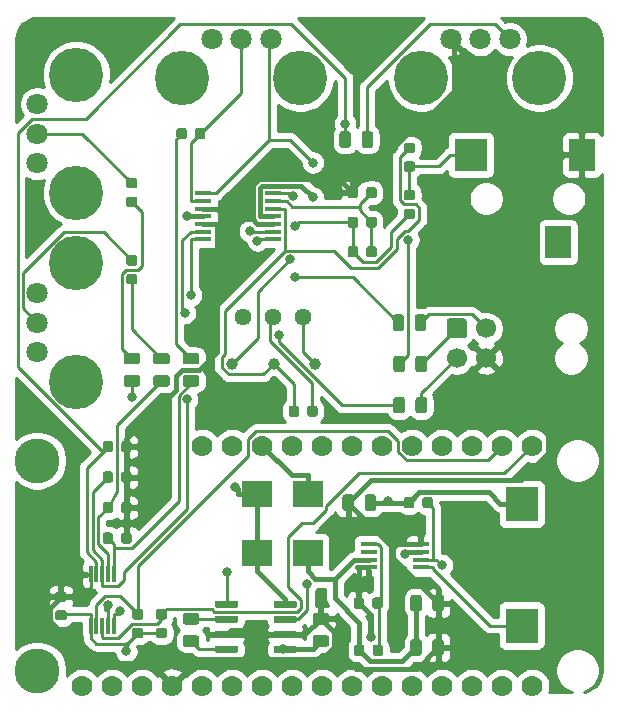
<source format=gtl>
G04 #@! TF.GenerationSoftware,KiCad,Pcbnew,(5.1.5)-3*
G04 #@! TF.CreationDate,2020-02-01T22:19:46+11:00*
G04 #@! TF.ProjectId,Tph_Synth_Featherwing,5470685f-5379-46e7-9468-5f4665617468,rev?*
G04 #@! TF.SameCoordinates,Original*
G04 #@! TF.FileFunction,Copper,L1,Top*
G04 #@! TF.FilePolarity,Positive*
%FSLAX46Y46*%
G04 Gerber Fmt 4.6, Leading zero omitted, Abs format (unit mm)*
G04 Created by KiCad (PCBNEW (5.1.5)-3) date 2020-02-01 22:19:46*
%MOMM*%
%LPD*%
G04 APERTURE LIST*
%ADD10C,0.100000*%
%ADD11R,2.800000X3.000000*%
%ADD12R,2.200000X2.800000*%
%ADD13R,2.800000X2.800000*%
%ADD14C,1.700000*%
%ADD15R,2.500000X2.300000*%
%ADD16R,0.300000X1.400000*%
%ADD17R,1.450000X0.450000*%
%ADD18C,1.440000*%
%ADD19C,4.600000*%
%ADD20C,1.800000*%
%ADD21C,1.000000*%
%ADD22C,1.778000*%
%ADD23C,3.810000*%
%ADD24C,0.800000*%
%ADD25C,0.250000*%
%ADD26C,0.400000*%
%ADD27C,0.254000*%
G04 APERTURE END LIST*
G04 #@! TA.AperFunction,SMDPad,CuDef*
D10*
G36*
X115830142Y-88301174D02*
G01*
X115853803Y-88304684D01*
X115877007Y-88310496D01*
X115899529Y-88318554D01*
X115921153Y-88328782D01*
X115941670Y-88341079D01*
X115960883Y-88355329D01*
X115978607Y-88371393D01*
X115994671Y-88389117D01*
X116008921Y-88408330D01*
X116021218Y-88428847D01*
X116031446Y-88450471D01*
X116039504Y-88472993D01*
X116045316Y-88496197D01*
X116048826Y-88519858D01*
X116050000Y-88543750D01*
X116050000Y-89456250D01*
X116048826Y-89480142D01*
X116045316Y-89503803D01*
X116039504Y-89527007D01*
X116031446Y-89549529D01*
X116021218Y-89571153D01*
X116008921Y-89591670D01*
X115994671Y-89610883D01*
X115978607Y-89628607D01*
X115960883Y-89644671D01*
X115941670Y-89658921D01*
X115921153Y-89671218D01*
X115899529Y-89681446D01*
X115877007Y-89689504D01*
X115853803Y-89695316D01*
X115830142Y-89698826D01*
X115806250Y-89700000D01*
X115318750Y-89700000D01*
X115294858Y-89698826D01*
X115271197Y-89695316D01*
X115247993Y-89689504D01*
X115225471Y-89681446D01*
X115203847Y-89671218D01*
X115183330Y-89658921D01*
X115164117Y-89644671D01*
X115146393Y-89628607D01*
X115130329Y-89610883D01*
X115116079Y-89591670D01*
X115103782Y-89571153D01*
X115093554Y-89549529D01*
X115085496Y-89527007D01*
X115079684Y-89503803D01*
X115076174Y-89480142D01*
X115075000Y-89456250D01*
X115075000Y-88543750D01*
X115076174Y-88519858D01*
X115079684Y-88496197D01*
X115085496Y-88472993D01*
X115093554Y-88450471D01*
X115103782Y-88428847D01*
X115116079Y-88408330D01*
X115130329Y-88389117D01*
X115146393Y-88371393D01*
X115164117Y-88355329D01*
X115183330Y-88341079D01*
X115203847Y-88328782D01*
X115225471Y-88318554D01*
X115247993Y-88310496D01*
X115271197Y-88304684D01*
X115294858Y-88301174D01*
X115318750Y-88300000D01*
X115806250Y-88300000D01*
X115830142Y-88301174D01*
G37*
G04 #@! TD.AperFunction*
G04 #@! TA.AperFunction,SMDPad,CuDef*
G36*
X117705142Y-88301174D02*
G01*
X117728803Y-88304684D01*
X117752007Y-88310496D01*
X117774529Y-88318554D01*
X117796153Y-88328782D01*
X117816670Y-88341079D01*
X117835883Y-88355329D01*
X117853607Y-88371393D01*
X117869671Y-88389117D01*
X117883921Y-88408330D01*
X117896218Y-88428847D01*
X117906446Y-88450471D01*
X117914504Y-88472993D01*
X117920316Y-88496197D01*
X117923826Y-88519858D01*
X117925000Y-88543750D01*
X117925000Y-89456250D01*
X117923826Y-89480142D01*
X117920316Y-89503803D01*
X117914504Y-89527007D01*
X117906446Y-89549529D01*
X117896218Y-89571153D01*
X117883921Y-89591670D01*
X117869671Y-89610883D01*
X117853607Y-89628607D01*
X117835883Y-89644671D01*
X117816670Y-89658921D01*
X117796153Y-89671218D01*
X117774529Y-89681446D01*
X117752007Y-89689504D01*
X117728803Y-89695316D01*
X117705142Y-89698826D01*
X117681250Y-89700000D01*
X117193750Y-89700000D01*
X117169858Y-89698826D01*
X117146197Y-89695316D01*
X117122993Y-89689504D01*
X117100471Y-89681446D01*
X117078847Y-89671218D01*
X117058330Y-89658921D01*
X117039117Y-89644671D01*
X117021393Y-89628607D01*
X117005329Y-89610883D01*
X116991079Y-89591670D01*
X116978782Y-89571153D01*
X116968554Y-89549529D01*
X116960496Y-89527007D01*
X116954684Y-89503803D01*
X116951174Y-89480142D01*
X116950000Y-89456250D01*
X116950000Y-88543750D01*
X116951174Y-88519858D01*
X116954684Y-88496197D01*
X116960496Y-88472993D01*
X116968554Y-88450471D01*
X116978782Y-88428847D01*
X116991079Y-88408330D01*
X117005329Y-88389117D01*
X117021393Y-88371393D01*
X117039117Y-88355329D01*
X117058330Y-88341079D01*
X117078847Y-88328782D01*
X117100471Y-88318554D01*
X117122993Y-88310496D01*
X117146197Y-88304684D01*
X117169858Y-88301174D01*
X117193750Y-88300000D01*
X117681250Y-88300000D01*
X117705142Y-88301174D01*
G37*
G04 #@! TD.AperFunction*
D11*
X130500000Y-130150000D03*
X130500000Y-119850000D03*
G04 #@! TA.AperFunction,SMDPad,CuDef*
D10*
G36*
X97277691Y-122276053D02*
G01*
X97298926Y-122279203D01*
X97319750Y-122284419D01*
X97339962Y-122291651D01*
X97359368Y-122300830D01*
X97377781Y-122311866D01*
X97395024Y-122324654D01*
X97410930Y-122339070D01*
X97425346Y-122354976D01*
X97438134Y-122372219D01*
X97449170Y-122390632D01*
X97458349Y-122410038D01*
X97465581Y-122430250D01*
X97470797Y-122451074D01*
X97473947Y-122472309D01*
X97475000Y-122493750D01*
X97475000Y-123006250D01*
X97473947Y-123027691D01*
X97470797Y-123048926D01*
X97465581Y-123069750D01*
X97458349Y-123089962D01*
X97449170Y-123109368D01*
X97438134Y-123127781D01*
X97425346Y-123145024D01*
X97410930Y-123160930D01*
X97395024Y-123175346D01*
X97377781Y-123188134D01*
X97359368Y-123199170D01*
X97339962Y-123208349D01*
X97319750Y-123215581D01*
X97298926Y-123220797D01*
X97277691Y-123223947D01*
X97256250Y-123225000D01*
X96818750Y-123225000D01*
X96797309Y-123223947D01*
X96776074Y-123220797D01*
X96755250Y-123215581D01*
X96735038Y-123208349D01*
X96715632Y-123199170D01*
X96697219Y-123188134D01*
X96679976Y-123175346D01*
X96664070Y-123160930D01*
X96649654Y-123145024D01*
X96636866Y-123127781D01*
X96625830Y-123109368D01*
X96616651Y-123089962D01*
X96609419Y-123069750D01*
X96604203Y-123048926D01*
X96601053Y-123027691D01*
X96600000Y-123006250D01*
X96600000Y-122493750D01*
X96601053Y-122472309D01*
X96604203Y-122451074D01*
X96609419Y-122430250D01*
X96616651Y-122410038D01*
X96625830Y-122390632D01*
X96636866Y-122372219D01*
X96649654Y-122354976D01*
X96664070Y-122339070D01*
X96679976Y-122324654D01*
X96697219Y-122311866D01*
X96715632Y-122300830D01*
X96735038Y-122291651D01*
X96755250Y-122284419D01*
X96776074Y-122279203D01*
X96797309Y-122276053D01*
X96818750Y-122275000D01*
X97256250Y-122275000D01*
X97277691Y-122276053D01*
G37*
G04 #@! TD.AperFunction*
G04 #@! TA.AperFunction,SMDPad,CuDef*
G36*
X95702691Y-122276053D02*
G01*
X95723926Y-122279203D01*
X95744750Y-122284419D01*
X95764962Y-122291651D01*
X95784368Y-122300830D01*
X95802781Y-122311866D01*
X95820024Y-122324654D01*
X95835930Y-122339070D01*
X95850346Y-122354976D01*
X95863134Y-122372219D01*
X95874170Y-122390632D01*
X95883349Y-122410038D01*
X95890581Y-122430250D01*
X95895797Y-122451074D01*
X95898947Y-122472309D01*
X95900000Y-122493750D01*
X95900000Y-123006250D01*
X95898947Y-123027691D01*
X95895797Y-123048926D01*
X95890581Y-123069750D01*
X95883349Y-123089962D01*
X95874170Y-123109368D01*
X95863134Y-123127781D01*
X95850346Y-123145024D01*
X95835930Y-123160930D01*
X95820024Y-123175346D01*
X95802781Y-123188134D01*
X95784368Y-123199170D01*
X95764962Y-123208349D01*
X95744750Y-123215581D01*
X95723926Y-123220797D01*
X95702691Y-123223947D01*
X95681250Y-123225000D01*
X95243750Y-123225000D01*
X95222309Y-123223947D01*
X95201074Y-123220797D01*
X95180250Y-123215581D01*
X95160038Y-123208349D01*
X95140632Y-123199170D01*
X95122219Y-123188134D01*
X95104976Y-123175346D01*
X95089070Y-123160930D01*
X95074654Y-123145024D01*
X95061866Y-123127781D01*
X95050830Y-123109368D01*
X95041651Y-123089962D01*
X95034419Y-123069750D01*
X95029203Y-123048926D01*
X95026053Y-123027691D01*
X95025000Y-123006250D01*
X95025000Y-122493750D01*
X95026053Y-122472309D01*
X95029203Y-122451074D01*
X95034419Y-122430250D01*
X95041651Y-122410038D01*
X95050830Y-122390632D01*
X95061866Y-122372219D01*
X95074654Y-122354976D01*
X95089070Y-122339070D01*
X95104976Y-122324654D01*
X95122219Y-122311866D01*
X95140632Y-122300830D01*
X95160038Y-122291651D01*
X95180250Y-122284419D01*
X95201074Y-122279203D01*
X95222309Y-122276053D01*
X95243750Y-122275000D01*
X95681250Y-122275000D01*
X95702691Y-122276053D01*
G37*
G04 #@! TD.AperFunction*
G04 #@! TA.AperFunction,SMDPad,CuDef*
G36*
X95702691Y-119693053D02*
G01*
X95723926Y-119696203D01*
X95744750Y-119701419D01*
X95764962Y-119708651D01*
X95784368Y-119717830D01*
X95802781Y-119728866D01*
X95820024Y-119741654D01*
X95835930Y-119756070D01*
X95850346Y-119771976D01*
X95863134Y-119789219D01*
X95874170Y-119807632D01*
X95883349Y-119827038D01*
X95890581Y-119847250D01*
X95895797Y-119868074D01*
X95898947Y-119889309D01*
X95900000Y-119910750D01*
X95900000Y-120423250D01*
X95898947Y-120444691D01*
X95895797Y-120465926D01*
X95890581Y-120486750D01*
X95883349Y-120506962D01*
X95874170Y-120526368D01*
X95863134Y-120544781D01*
X95850346Y-120562024D01*
X95835930Y-120577930D01*
X95820024Y-120592346D01*
X95802781Y-120605134D01*
X95784368Y-120616170D01*
X95764962Y-120625349D01*
X95744750Y-120632581D01*
X95723926Y-120637797D01*
X95702691Y-120640947D01*
X95681250Y-120642000D01*
X95243750Y-120642000D01*
X95222309Y-120640947D01*
X95201074Y-120637797D01*
X95180250Y-120632581D01*
X95160038Y-120625349D01*
X95140632Y-120616170D01*
X95122219Y-120605134D01*
X95104976Y-120592346D01*
X95089070Y-120577930D01*
X95074654Y-120562024D01*
X95061866Y-120544781D01*
X95050830Y-120526368D01*
X95041651Y-120506962D01*
X95034419Y-120486750D01*
X95029203Y-120465926D01*
X95026053Y-120444691D01*
X95025000Y-120423250D01*
X95025000Y-119910750D01*
X95026053Y-119889309D01*
X95029203Y-119868074D01*
X95034419Y-119847250D01*
X95041651Y-119827038D01*
X95050830Y-119807632D01*
X95061866Y-119789219D01*
X95074654Y-119771976D01*
X95089070Y-119756070D01*
X95104976Y-119741654D01*
X95122219Y-119728866D01*
X95140632Y-119717830D01*
X95160038Y-119708651D01*
X95180250Y-119701419D01*
X95201074Y-119696203D01*
X95222309Y-119693053D01*
X95243750Y-119692000D01*
X95681250Y-119692000D01*
X95702691Y-119693053D01*
G37*
G04 #@! TD.AperFunction*
G04 #@! TA.AperFunction,SMDPad,CuDef*
G36*
X97277691Y-119693053D02*
G01*
X97298926Y-119696203D01*
X97319750Y-119701419D01*
X97339962Y-119708651D01*
X97359368Y-119717830D01*
X97377781Y-119728866D01*
X97395024Y-119741654D01*
X97410930Y-119756070D01*
X97425346Y-119771976D01*
X97438134Y-119789219D01*
X97449170Y-119807632D01*
X97458349Y-119827038D01*
X97465581Y-119847250D01*
X97470797Y-119868074D01*
X97473947Y-119889309D01*
X97475000Y-119910750D01*
X97475000Y-120423250D01*
X97473947Y-120444691D01*
X97470797Y-120465926D01*
X97465581Y-120486750D01*
X97458349Y-120506962D01*
X97449170Y-120526368D01*
X97438134Y-120544781D01*
X97425346Y-120562024D01*
X97410930Y-120577930D01*
X97395024Y-120592346D01*
X97377781Y-120605134D01*
X97359368Y-120616170D01*
X97339962Y-120625349D01*
X97319750Y-120632581D01*
X97298926Y-120637797D01*
X97277691Y-120640947D01*
X97256250Y-120642000D01*
X96818750Y-120642000D01*
X96797309Y-120640947D01*
X96776074Y-120637797D01*
X96755250Y-120632581D01*
X96735038Y-120625349D01*
X96715632Y-120616170D01*
X96697219Y-120605134D01*
X96679976Y-120592346D01*
X96664070Y-120577930D01*
X96649654Y-120562024D01*
X96636866Y-120544781D01*
X96625830Y-120526368D01*
X96616651Y-120506962D01*
X96609419Y-120486750D01*
X96604203Y-120465926D01*
X96601053Y-120444691D01*
X96600000Y-120423250D01*
X96600000Y-119910750D01*
X96601053Y-119889309D01*
X96604203Y-119868074D01*
X96609419Y-119847250D01*
X96616651Y-119827038D01*
X96625830Y-119807632D01*
X96636866Y-119789219D01*
X96649654Y-119771976D01*
X96664070Y-119756070D01*
X96679976Y-119741654D01*
X96697219Y-119728866D01*
X96715632Y-119717830D01*
X96735038Y-119708651D01*
X96755250Y-119701419D01*
X96776074Y-119696203D01*
X96797309Y-119693053D01*
X96818750Y-119692000D01*
X97256250Y-119692000D01*
X97277691Y-119693053D01*
G37*
G04 #@! TD.AperFunction*
G04 #@! TA.AperFunction,SMDPad,CuDef*
G36*
X97277691Y-117109053D02*
G01*
X97298926Y-117112203D01*
X97319750Y-117117419D01*
X97339962Y-117124651D01*
X97359368Y-117133830D01*
X97377781Y-117144866D01*
X97395024Y-117157654D01*
X97410930Y-117172070D01*
X97425346Y-117187976D01*
X97438134Y-117205219D01*
X97449170Y-117223632D01*
X97458349Y-117243038D01*
X97465581Y-117263250D01*
X97470797Y-117284074D01*
X97473947Y-117305309D01*
X97475000Y-117326750D01*
X97475000Y-117839250D01*
X97473947Y-117860691D01*
X97470797Y-117881926D01*
X97465581Y-117902750D01*
X97458349Y-117922962D01*
X97449170Y-117942368D01*
X97438134Y-117960781D01*
X97425346Y-117978024D01*
X97410930Y-117993930D01*
X97395024Y-118008346D01*
X97377781Y-118021134D01*
X97359368Y-118032170D01*
X97339962Y-118041349D01*
X97319750Y-118048581D01*
X97298926Y-118053797D01*
X97277691Y-118056947D01*
X97256250Y-118058000D01*
X96818750Y-118058000D01*
X96797309Y-118056947D01*
X96776074Y-118053797D01*
X96755250Y-118048581D01*
X96735038Y-118041349D01*
X96715632Y-118032170D01*
X96697219Y-118021134D01*
X96679976Y-118008346D01*
X96664070Y-117993930D01*
X96649654Y-117978024D01*
X96636866Y-117960781D01*
X96625830Y-117942368D01*
X96616651Y-117922962D01*
X96609419Y-117902750D01*
X96604203Y-117881926D01*
X96601053Y-117860691D01*
X96600000Y-117839250D01*
X96600000Y-117326750D01*
X96601053Y-117305309D01*
X96604203Y-117284074D01*
X96609419Y-117263250D01*
X96616651Y-117243038D01*
X96625830Y-117223632D01*
X96636866Y-117205219D01*
X96649654Y-117187976D01*
X96664070Y-117172070D01*
X96679976Y-117157654D01*
X96697219Y-117144866D01*
X96715632Y-117133830D01*
X96735038Y-117124651D01*
X96755250Y-117117419D01*
X96776074Y-117112203D01*
X96797309Y-117109053D01*
X96818750Y-117108000D01*
X97256250Y-117108000D01*
X97277691Y-117109053D01*
G37*
G04 #@! TD.AperFunction*
G04 #@! TA.AperFunction,SMDPad,CuDef*
G36*
X95702691Y-117109053D02*
G01*
X95723926Y-117112203D01*
X95744750Y-117117419D01*
X95764962Y-117124651D01*
X95784368Y-117133830D01*
X95802781Y-117144866D01*
X95820024Y-117157654D01*
X95835930Y-117172070D01*
X95850346Y-117187976D01*
X95863134Y-117205219D01*
X95874170Y-117223632D01*
X95883349Y-117243038D01*
X95890581Y-117263250D01*
X95895797Y-117284074D01*
X95898947Y-117305309D01*
X95900000Y-117326750D01*
X95900000Y-117839250D01*
X95898947Y-117860691D01*
X95895797Y-117881926D01*
X95890581Y-117902750D01*
X95883349Y-117922962D01*
X95874170Y-117942368D01*
X95863134Y-117960781D01*
X95850346Y-117978024D01*
X95835930Y-117993930D01*
X95820024Y-118008346D01*
X95802781Y-118021134D01*
X95784368Y-118032170D01*
X95764962Y-118041349D01*
X95744750Y-118048581D01*
X95723926Y-118053797D01*
X95702691Y-118056947D01*
X95681250Y-118058000D01*
X95243750Y-118058000D01*
X95222309Y-118056947D01*
X95201074Y-118053797D01*
X95180250Y-118048581D01*
X95160038Y-118041349D01*
X95140632Y-118032170D01*
X95122219Y-118021134D01*
X95104976Y-118008346D01*
X95089070Y-117993930D01*
X95074654Y-117978024D01*
X95061866Y-117960781D01*
X95050830Y-117942368D01*
X95041651Y-117922962D01*
X95034419Y-117902750D01*
X95029203Y-117881926D01*
X95026053Y-117860691D01*
X95025000Y-117839250D01*
X95025000Y-117326750D01*
X95026053Y-117305309D01*
X95029203Y-117284074D01*
X95034419Y-117263250D01*
X95041651Y-117243038D01*
X95050830Y-117223632D01*
X95061866Y-117205219D01*
X95074654Y-117187976D01*
X95089070Y-117172070D01*
X95104976Y-117157654D01*
X95122219Y-117144866D01*
X95140632Y-117133830D01*
X95160038Y-117124651D01*
X95180250Y-117117419D01*
X95201074Y-117112203D01*
X95222309Y-117109053D01*
X95243750Y-117108000D01*
X95681250Y-117108000D01*
X95702691Y-117109053D01*
G37*
G04 #@! TD.AperFunction*
G04 #@! TA.AperFunction,SMDPad,CuDef*
G36*
X95702691Y-114526053D02*
G01*
X95723926Y-114529203D01*
X95744750Y-114534419D01*
X95764962Y-114541651D01*
X95784368Y-114550830D01*
X95802781Y-114561866D01*
X95820024Y-114574654D01*
X95835930Y-114589070D01*
X95850346Y-114604976D01*
X95863134Y-114622219D01*
X95874170Y-114640632D01*
X95883349Y-114660038D01*
X95890581Y-114680250D01*
X95895797Y-114701074D01*
X95898947Y-114722309D01*
X95900000Y-114743750D01*
X95900000Y-115256250D01*
X95898947Y-115277691D01*
X95895797Y-115298926D01*
X95890581Y-115319750D01*
X95883349Y-115339962D01*
X95874170Y-115359368D01*
X95863134Y-115377781D01*
X95850346Y-115395024D01*
X95835930Y-115410930D01*
X95820024Y-115425346D01*
X95802781Y-115438134D01*
X95784368Y-115449170D01*
X95764962Y-115458349D01*
X95744750Y-115465581D01*
X95723926Y-115470797D01*
X95702691Y-115473947D01*
X95681250Y-115475000D01*
X95243750Y-115475000D01*
X95222309Y-115473947D01*
X95201074Y-115470797D01*
X95180250Y-115465581D01*
X95160038Y-115458349D01*
X95140632Y-115449170D01*
X95122219Y-115438134D01*
X95104976Y-115425346D01*
X95089070Y-115410930D01*
X95074654Y-115395024D01*
X95061866Y-115377781D01*
X95050830Y-115359368D01*
X95041651Y-115339962D01*
X95034419Y-115319750D01*
X95029203Y-115298926D01*
X95026053Y-115277691D01*
X95025000Y-115256250D01*
X95025000Y-114743750D01*
X95026053Y-114722309D01*
X95029203Y-114701074D01*
X95034419Y-114680250D01*
X95041651Y-114660038D01*
X95050830Y-114640632D01*
X95061866Y-114622219D01*
X95074654Y-114604976D01*
X95089070Y-114589070D01*
X95104976Y-114574654D01*
X95122219Y-114561866D01*
X95140632Y-114550830D01*
X95160038Y-114541651D01*
X95180250Y-114534419D01*
X95201074Y-114529203D01*
X95222309Y-114526053D01*
X95243750Y-114525000D01*
X95681250Y-114525000D01*
X95702691Y-114526053D01*
G37*
G04 #@! TD.AperFunction*
G04 #@! TA.AperFunction,SMDPad,CuDef*
G36*
X97277691Y-114526053D02*
G01*
X97298926Y-114529203D01*
X97319750Y-114534419D01*
X97339962Y-114541651D01*
X97359368Y-114550830D01*
X97377781Y-114561866D01*
X97395024Y-114574654D01*
X97410930Y-114589070D01*
X97425346Y-114604976D01*
X97438134Y-114622219D01*
X97449170Y-114640632D01*
X97458349Y-114660038D01*
X97465581Y-114680250D01*
X97470797Y-114701074D01*
X97473947Y-114722309D01*
X97475000Y-114743750D01*
X97475000Y-115256250D01*
X97473947Y-115277691D01*
X97470797Y-115298926D01*
X97465581Y-115319750D01*
X97458349Y-115339962D01*
X97449170Y-115359368D01*
X97438134Y-115377781D01*
X97425346Y-115395024D01*
X97410930Y-115410930D01*
X97395024Y-115425346D01*
X97377781Y-115438134D01*
X97359368Y-115449170D01*
X97339962Y-115458349D01*
X97319750Y-115465581D01*
X97298926Y-115470797D01*
X97277691Y-115473947D01*
X97256250Y-115475000D01*
X96818750Y-115475000D01*
X96797309Y-115473947D01*
X96776074Y-115470797D01*
X96755250Y-115465581D01*
X96735038Y-115458349D01*
X96715632Y-115449170D01*
X96697219Y-115438134D01*
X96679976Y-115425346D01*
X96664070Y-115410930D01*
X96649654Y-115395024D01*
X96636866Y-115377781D01*
X96625830Y-115359368D01*
X96616651Y-115339962D01*
X96609419Y-115319750D01*
X96604203Y-115298926D01*
X96601053Y-115277691D01*
X96600000Y-115256250D01*
X96600000Y-114743750D01*
X96601053Y-114722309D01*
X96604203Y-114701074D01*
X96609419Y-114680250D01*
X96616651Y-114660038D01*
X96625830Y-114640632D01*
X96636866Y-114622219D01*
X96649654Y-114604976D01*
X96664070Y-114589070D01*
X96679976Y-114574654D01*
X96697219Y-114561866D01*
X96715632Y-114550830D01*
X96735038Y-114541651D01*
X96755250Y-114534419D01*
X96776074Y-114529203D01*
X96797309Y-114526053D01*
X96818750Y-114525000D01*
X97256250Y-114525000D01*
X97277691Y-114526053D01*
G37*
G04 #@! TD.AperFunction*
G04 #@! TA.AperFunction,SMDPad,CuDef*
G36*
X91777691Y-128851053D02*
G01*
X91798926Y-128854203D01*
X91819750Y-128859419D01*
X91839962Y-128866651D01*
X91859368Y-128875830D01*
X91877781Y-128886866D01*
X91895024Y-128899654D01*
X91910930Y-128914070D01*
X91925346Y-128929976D01*
X91938134Y-128947219D01*
X91949170Y-128965632D01*
X91958349Y-128985038D01*
X91965581Y-129005250D01*
X91970797Y-129026074D01*
X91973947Y-129047309D01*
X91975000Y-129068750D01*
X91975000Y-129506250D01*
X91973947Y-129527691D01*
X91970797Y-129548926D01*
X91965581Y-129569750D01*
X91958349Y-129589962D01*
X91949170Y-129609368D01*
X91938134Y-129627781D01*
X91925346Y-129645024D01*
X91910930Y-129660930D01*
X91895024Y-129675346D01*
X91877781Y-129688134D01*
X91859368Y-129699170D01*
X91839962Y-129708349D01*
X91819750Y-129715581D01*
X91798926Y-129720797D01*
X91777691Y-129723947D01*
X91756250Y-129725000D01*
X91243750Y-129725000D01*
X91222309Y-129723947D01*
X91201074Y-129720797D01*
X91180250Y-129715581D01*
X91160038Y-129708349D01*
X91140632Y-129699170D01*
X91122219Y-129688134D01*
X91104976Y-129675346D01*
X91089070Y-129660930D01*
X91074654Y-129645024D01*
X91061866Y-129627781D01*
X91050830Y-129609368D01*
X91041651Y-129589962D01*
X91034419Y-129569750D01*
X91029203Y-129548926D01*
X91026053Y-129527691D01*
X91025000Y-129506250D01*
X91025000Y-129068750D01*
X91026053Y-129047309D01*
X91029203Y-129026074D01*
X91034419Y-129005250D01*
X91041651Y-128985038D01*
X91050830Y-128965632D01*
X91061866Y-128947219D01*
X91074654Y-128929976D01*
X91089070Y-128914070D01*
X91104976Y-128899654D01*
X91122219Y-128886866D01*
X91140632Y-128875830D01*
X91160038Y-128866651D01*
X91180250Y-128859419D01*
X91201074Y-128854203D01*
X91222309Y-128851053D01*
X91243750Y-128850000D01*
X91756250Y-128850000D01*
X91777691Y-128851053D01*
G37*
G04 #@! TD.AperFunction*
G04 #@! TA.AperFunction,SMDPad,CuDef*
G36*
X91777691Y-127276053D02*
G01*
X91798926Y-127279203D01*
X91819750Y-127284419D01*
X91839962Y-127291651D01*
X91859368Y-127300830D01*
X91877781Y-127311866D01*
X91895024Y-127324654D01*
X91910930Y-127339070D01*
X91925346Y-127354976D01*
X91938134Y-127372219D01*
X91949170Y-127390632D01*
X91958349Y-127410038D01*
X91965581Y-127430250D01*
X91970797Y-127451074D01*
X91973947Y-127472309D01*
X91975000Y-127493750D01*
X91975000Y-127931250D01*
X91973947Y-127952691D01*
X91970797Y-127973926D01*
X91965581Y-127994750D01*
X91958349Y-128014962D01*
X91949170Y-128034368D01*
X91938134Y-128052781D01*
X91925346Y-128070024D01*
X91910930Y-128085930D01*
X91895024Y-128100346D01*
X91877781Y-128113134D01*
X91859368Y-128124170D01*
X91839962Y-128133349D01*
X91819750Y-128140581D01*
X91798926Y-128145797D01*
X91777691Y-128148947D01*
X91756250Y-128150000D01*
X91243750Y-128150000D01*
X91222309Y-128148947D01*
X91201074Y-128145797D01*
X91180250Y-128140581D01*
X91160038Y-128133349D01*
X91140632Y-128124170D01*
X91122219Y-128113134D01*
X91104976Y-128100346D01*
X91089070Y-128085930D01*
X91074654Y-128070024D01*
X91061866Y-128052781D01*
X91050830Y-128034368D01*
X91041651Y-128014962D01*
X91034419Y-127994750D01*
X91029203Y-127973926D01*
X91026053Y-127952691D01*
X91025000Y-127931250D01*
X91025000Y-127493750D01*
X91026053Y-127472309D01*
X91029203Y-127451074D01*
X91034419Y-127430250D01*
X91041651Y-127410038D01*
X91050830Y-127390632D01*
X91061866Y-127372219D01*
X91074654Y-127354976D01*
X91089070Y-127339070D01*
X91104976Y-127324654D01*
X91122219Y-127311866D01*
X91140632Y-127300830D01*
X91160038Y-127291651D01*
X91180250Y-127284419D01*
X91201074Y-127279203D01*
X91222309Y-127276053D01*
X91243750Y-127275000D01*
X91756250Y-127275000D01*
X91777691Y-127276053D01*
G37*
G04 #@! TD.AperFunction*
G04 #@! TA.AperFunction,SMDPad,CuDef*
G36*
X118027691Y-98026053D02*
G01*
X118048926Y-98029203D01*
X118069750Y-98034419D01*
X118089962Y-98041651D01*
X118109368Y-98050830D01*
X118127781Y-98061866D01*
X118145024Y-98074654D01*
X118160930Y-98089070D01*
X118175346Y-98104976D01*
X118188134Y-98122219D01*
X118199170Y-98140632D01*
X118208349Y-98160038D01*
X118215581Y-98180250D01*
X118220797Y-98201074D01*
X118223947Y-98222309D01*
X118225000Y-98243750D01*
X118225000Y-98756250D01*
X118223947Y-98777691D01*
X118220797Y-98798926D01*
X118215581Y-98819750D01*
X118208349Y-98839962D01*
X118199170Y-98859368D01*
X118188134Y-98877781D01*
X118175346Y-98895024D01*
X118160930Y-98910930D01*
X118145024Y-98925346D01*
X118127781Y-98938134D01*
X118109368Y-98949170D01*
X118089962Y-98958349D01*
X118069750Y-98965581D01*
X118048926Y-98970797D01*
X118027691Y-98973947D01*
X118006250Y-98975000D01*
X117568750Y-98975000D01*
X117547309Y-98973947D01*
X117526074Y-98970797D01*
X117505250Y-98965581D01*
X117485038Y-98958349D01*
X117465632Y-98949170D01*
X117447219Y-98938134D01*
X117429976Y-98925346D01*
X117414070Y-98910930D01*
X117399654Y-98895024D01*
X117386866Y-98877781D01*
X117375830Y-98859368D01*
X117366651Y-98839962D01*
X117359419Y-98819750D01*
X117354203Y-98798926D01*
X117351053Y-98777691D01*
X117350000Y-98756250D01*
X117350000Y-98243750D01*
X117351053Y-98222309D01*
X117354203Y-98201074D01*
X117359419Y-98180250D01*
X117366651Y-98160038D01*
X117375830Y-98140632D01*
X117386866Y-98122219D01*
X117399654Y-98104976D01*
X117414070Y-98089070D01*
X117429976Y-98074654D01*
X117447219Y-98061866D01*
X117465632Y-98050830D01*
X117485038Y-98041651D01*
X117505250Y-98034419D01*
X117526074Y-98029203D01*
X117547309Y-98026053D01*
X117568750Y-98025000D01*
X118006250Y-98025000D01*
X118027691Y-98026053D01*
G37*
G04 #@! TD.AperFunction*
G04 #@! TA.AperFunction,SMDPad,CuDef*
G36*
X116452691Y-98026053D02*
G01*
X116473926Y-98029203D01*
X116494750Y-98034419D01*
X116514962Y-98041651D01*
X116534368Y-98050830D01*
X116552781Y-98061866D01*
X116570024Y-98074654D01*
X116585930Y-98089070D01*
X116600346Y-98104976D01*
X116613134Y-98122219D01*
X116624170Y-98140632D01*
X116633349Y-98160038D01*
X116640581Y-98180250D01*
X116645797Y-98201074D01*
X116648947Y-98222309D01*
X116650000Y-98243750D01*
X116650000Y-98756250D01*
X116648947Y-98777691D01*
X116645797Y-98798926D01*
X116640581Y-98819750D01*
X116633349Y-98839962D01*
X116624170Y-98859368D01*
X116613134Y-98877781D01*
X116600346Y-98895024D01*
X116585930Y-98910930D01*
X116570024Y-98925346D01*
X116552781Y-98938134D01*
X116534368Y-98949170D01*
X116514962Y-98958349D01*
X116494750Y-98965581D01*
X116473926Y-98970797D01*
X116452691Y-98973947D01*
X116431250Y-98975000D01*
X115993750Y-98975000D01*
X115972309Y-98973947D01*
X115951074Y-98970797D01*
X115930250Y-98965581D01*
X115910038Y-98958349D01*
X115890632Y-98949170D01*
X115872219Y-98938134D01*
X115854976Y-98925346D01*
X115839070Y-98910930D01*
X115824654Y-98895024D01*
X115811866Y-98877781D01*
X115800830Y-98859368D01*
X115791651Y-98839962D01*
X115784419Y-98819750D01*
X115779203Y-98798926D01*
X115776053Y-98777691D01*
X115775000Y-98756250D01*
X115775000Y-98243750D01*
X115776053Y-98222309D01*
X115779203Y-98201074D01*
X115784419Y-98180250D01*
X115791651Y-98160038D01*
X115800830Y-98140632D01*
X115811866Y-98122219D01*
X115824654Y-98104976D01*
X115839070Y-98089070D01*
X115854976Y-98074654D01*
X115872219Y-98061866D01*
X115890632Y-98050830D01*
X115910038Y-98041651D01*
X115930250Y-98034419D01*
X115951074Y-98029203D01*
X115972309Y-98026053D01*
X115993750Y-98025000D01*
X116431250Y-98025000D01*
X116452691Y-98026053D01*
G37*
G04 #@! TD.AperFunction*
G04 #@! TA.AperFunction,SMDPad,CuDef*
G36*
X113980142Y-129096174D02*
G01*
X114003803Y-129099684D01*
X114027007Y-129105496D01*
X114049529Y-129113554D01*
X114071153Y-129123782D01*
X114091670Y-129136079D01*
X114110883Y-129150329D01*
X114128607Y-129166393D01*
X114144671Y-129184117D01*
X114158921Y-129203330D01*
X114171218Y-129223847D01*
X114181446Y-129245471D01*
X114189504Y-129267993D01*
X114195316Y-129291197D01*
X114198826Y-129314858D01*
X114200000Y-129338750D01*
X114200000Y-129826250D01*
X114198826Y-129850142D01*
X114195316Y-129873803D01*
X114189504Y-129897007D01*
X114181446Y-129919529D01*
X114171218Y-129941153D01*
X114158921Y-129961670D01*
X114144671Y-129980883D01*
X114128607Y-129998607D01*
X114110883Y-130014671D01*
X114091670Y-130028921D01*
X114071153Y-130041218D01*
X114049529Y-130051446D01*
X114027007Y-130059504D01*
X114003803Y-130065316D01*
X113980142Y-130068826D01*
X113956250Y-130070000D01*
X113043750Y-130070000D01*
X113019858Y-130068826D01*
X112996197Y-130065316D01*
X112972993Y-130059504D01*
X112950471Y-130051446D01*
X112928847Y-130041218D01*
X112908330Y-130028921D01*
X112889117Y-130014671D01*
X112871393Y-129998607D01*
X112855329Y-129980883D01*
X112841079Y-129961670D01*
X112828782Y-129941153D01*
X112818554Y-129919529D01*
X112810496Y-129897007D01*
X112804684Y-129873803D01*
X112801174Y-129850142D01*
X112800000Y-129826250D01*
X112800000Y-129338750D01*
X112801174Y-129314858D01*
X112804684Y-129291197D01*
X112810496Y-129267993D01*
X112818554Y-129245471D01*
X112828782Y-129223847D01*
X112841079Y-129203330D01*
X112855329Y-129184117D01*
X112871393Y-129166393D01*
X112889117Y-129150329D01*
X112908330Y-129136079D01*
X112928847Y-129123782D01*
X112950471Y-129113554D01*
X112972993Y-129105496D01*
X112996197Y-129099684D01*
X113019858Y-129096174D01*
X113043750Y-129095000D01*
X113956250Y-129095000D01*
X113980142Y-129096174D01*
G37*
G04 #@! TD.AperFunction*
G04 #@! TA.AperFunction,SMDPad,CuDef*
G36*
X113980142Y-130971174D02*
G01*
X114003803Y-130974684D01*
X114027007Y-130980496D01*
X114049529Y-130988554D01*
X114071153Y-130998782D01*
X114091670Y-131011079D01*
X114110883Y-131025329D01*
X114128607Y-131041393D01*
X114144671Y-131059117D01*
X114158921Y-131078330D01*
X114171218Y-131098847D01*
X114181446Y-131120471D01*
X114189504Y-131142993D01*
X114195316Y-131166197D01*
X114198826Y-131189858D01*
X114200000Y-131213750D01*
X114200000Y-131701250D01*
X114198826Y-131725142D01*
X114195316Y-131748803D01*
X114189504Y-131772007D01*
X114181446Y-131794529D01*
X114171218Y-131816153D01*
X114158921Y-131836670D01*
X114144671Y-131855883D01*
X114128607Y-131873607D01*
X114110883Y-131889671D01*
X114091670Y-131903921D01*
X114071153Y-131916218D01*
X114049529Y-131926446D01*
X114027007Y-131934504D01*
X114003803Y-131940316D01*
X113980142Y-131943826D01*
X113956250Y-131945000D01*
X113043750Y-131945000D01*
X113019858Y-131943826D01*
X112996197Y-131940316D01*
X112972993Y-131934504D01*
X112950471Y-131926446D01*
X112928847Y-131916218D01*
X112908330Y-131903921D01*
X112889117Y-131889671D01*
X112871393Y-131873607D01*
X112855329Y-131855883D01*
X112841079Y-131836670D01*
X112828782Y-131816153D01*
X112818554Y-131794529D01*
X112810496Y-131772007D01*
X112804684Y-131748803D01*
X112801174Y-131725142D01*
X112800000Y-131701250D01*
X112800000Y-131213750D01*
X112801174Y-131189858D01*
X112804684Y-131166197D01*
X112810496Y-131142993D01*
X112818554Y-131120471D01*
X112828782Y-131098847D01*
X112841079Y-131078330D01*
X112855329Y-131059117D01*
X112871393Y-131041393D01*
X112889117Y-131025329D01*
X112908330Y-131011079D01*
X112928847Y-130998782D01*
X112950471Y-130988554D01*
X112972993Y-130980496D01*
X112996197Y-130974684D01*
X113019858Y-130971174D01*
X113043750Y-130970000D01*
X113956250Y-130970000D01*
X113980142Y-130971174D01*
G37*
G04 #@! TD.AperFunction*
G04 #@! TA.AperFunction,SMDPad,CuDef*
G36*
X120392142Y-110801174D02*
G01*
X120415803Y-110804684D01*
X120439007Y-110810496D01*
X120461529Y-110818554D01*
X120483153Y-110828782D01*
X120503670Y-110841079D01*
X120522883Y-110855329D01*
X120540607Y-110871393D01*
X120556671Y-110889117D01*
X120570921Y-110908330D01*
X120583218Y-110928847D01*
X120593446Y-110950471D01*
X120601504Y-110972993D01*
X120607316Y-110996197D01*
X120610826Y-111019858D01*
X120612000Y-111043750D01*
X120612000Y-111956250D01*
X120610826Y-111980142D01*
X120607316Y-112003803D01*
X120601504Y-112027007D01*
X120593446Y-112049529D01*
X120583218Y-112071153D01*
X120570921Y-112091670D01*
X120556671Y-112110883D01*
X120540607Y-112128607D01*
X120522883Y-112144671D01*
X120503670Y-112158921D01*
X120483153Y-112171218D01*
X120461529Y-112181446D01*
X120439007Y-112189504D01*
X120415803Y-112195316D01*
X120392142Y-112198826D01*
X120368250Y-112200000D01*
X119880750Y-112200000D01*
X119856858Y-112198826D01*
X119833197Y-112195316D01*
X119809993Y-112189504D01*
X119787471Y-112181446D01*
X119765847Y-112171218D01*
X119745330Y-112158921D01*
X119726117Y-112144671D01*
X119708393Y-112128607D01*
X119692329Y-112110883D01*
X119678079Y-112091670D01*
X119665782Y-112071153D01*
X119655554Y-112049529D01*
X119647496Y-112027007D01*
X119641684Y-112003803D01*
X119638174Y-111980142D01*
X119637000Y-111956250D01*
X119637000Y-111043750D01*
X119638174Y-111019858D01*
X119641684Y-110996197D01*
X119647496Y-110972993D01*
X119655554Y-110950471D01*
X119665782Y-110928847D01*
X119678079Y-110908330D01*
X119692329Y-110889117D01*
X119708393Y-110871393D01*
X119726117Y-110855329D01*
X119745330Y-110841079D01*
X119765847Y-110828782D01*
X119787471Y-110818554D01*
X119809993Y-110810496D01*
X119833197Y-110804684D01*
X119856858Y-110801174D01*
X119880750Y-110800000D01*
X120368250Y-110800000D01*
X120392142Y-110801174D01*
G37*
G04 #@! TD.AperFunction*
G04 #@! TA.AperFunction,SMDPad,CuDef*
G36*
X122267142Y-110801174D02*
G01*
X122290803Y-110804684D01*
X122314007Y-110810496D01*
X122336529Y-110818554D01*
X122358153Y-110828782D01*
X122378670Y-110841079D01*
X122397883Y-110855329D01*
X122415607Y-110871393D01*
X122431671Y-110889117D01*
X122445921Y-110908330D01*
X122458218Y-110928847D01*
X122468446Y-110950471D01*
X122476504Y-110972993D01*
X122482316Y-110996197D01*
X122485826Y-111019858D01*
X122487000Y-111043750D01*
X122487000Y-111956250D01*
X122485826Y-111980142D01*
X122482316Y-112003803D01*
X122476504Y-112027007D01*
X122468446Y-112049529D01*
X122458218Y-112071153D01*
X122445921Y-112091670D01*
X122431671Y-112110883D01*
X122415607Y-112128607D01*
X122397883Y-112144671D01*
X122378670Y-112158921D01*
X122358153Y-112171218D01*
X122336529Y-112181446D01*
X122314007Y-112189504D01*
X122290803Y-112195316D01*
X122267142Y-112198826D01*
X122243250Y-112200000D01*
X121755750Y-112200000D01*
X121731858Y-112198826D01*
X121708197Y-112195316D01*
X121684993Y-112189504D01*
X121662471Y-112181446D01*
X121640847Y-112171218D01*
X121620330Y-112158921D01*
X121601117Y-112144671D01*
X121583393Y-112128607D01*
X121567329Y-112110883D01*
X121553079Y-112091670D01*
X121540782Y-112071153D01*
X121530554Y-112049529D01*
X121522496Y-112027007D01*
X121516684Y-112003803D01*
X121513174Y-111980142D01*
X121512000Y-111956250D01*
X121512000Y-111043750D01*
X121513174Y-111019858D01*
X121516684Y-110996197D01*
X121522496Y-110972993D01*
X121530554Y-110950471D01*
X121540782Y-110928847D01*
X121553079Y-110908330D01*
X121567329Y-110889117D01*
X121583393Y-110871393D01*
X121601117Y-110855329D01*
X121620330Y-110841079D01*
X121640847Y-110828782D01*
X121662471Y-110818554D01*
X121684993Y-110810496D01*
X121708197Y-110804684D01*
X121731858Y-110801174D01*
X121755750Y-110800000D01*
X122243250Y-110800000D01*
X122267142Y-110801174D01*
G37*
G04 #@! TD.AperFunction*
G04 #@! TA.AperFunction,SMDPad,CuDef*
G36*
X122205142Y-103801174D02*
G01*
X122228803Y-103804684D01*
X122252007Y-103810496D01*
X122274529Y-103818554D01*
X122296153Y-103828782D01*
X122316670Y-103841079D01*
X122335883Y-103855329D01*
X122353607Y-103871393D01*
X122369671Y-103889117D01*
X122383921Y-103908330D01*
X122396218Y-103928847D01*
X122406446Y-103950471D01*
X122414504Y-103972993D01*
X122420316Y-103996197D01*
X122423826Y-104019858D01*
X122425000Y-104043750D01*
X122425000Y-104956250D01*
X122423826Y-104980142D01*
X122420316Y-105003803D01*
X122414504Y-105027007D01*
X122406446Y-105049529D01*
X122396218Y-105071153D01*
X122383921Y-105091670D01*
X122369671Y-105110883D01*
X122353607Y-105128607D01*
X122335883Y-105144671D01*
X122316670Y-105158921D01*
X122296153Y-105171218D01*
X122274529Y-105181446D01*
X122252007Y-105189504D01*
X122228803Y-105195316D01*
X122205142Y-105198826D01*
X122181250Y-105200000D01*
X121693750Y-105200000D01*
X121669858Y-105198826D01*
X121646197Y-105195316D01*
X121622993Y-105189504D01*
X121600471Y-105181446D01*
X121578847Y-105171218D01*
X121558330Y-105158921D01*
X121539117Y-105144671D01*
X121521393Y-105128607D01*
X121505329Y-105110883D01*
X121491079Y-105091670D01*
X121478782Y-105071153D01*
X121468554Y-105049529D01*
X121460496Y-105027007D01*
X121454684Y-105003803D01*
X121451174Y-104980142D01*
X121450000Y-104956250D01*
X121450000Y-104043750D01*
X121451174Y-104019858D01*
X121454684Y-103996197D01*
X121460496Y-103972993D01*
X121468554Y-103950471D01*
X121478782Y-103928847D01*
X121491079Y-103908330D01*
X121505329Y-103889117D01*
X121521393Y-103871393D01*
X121539117Y-103855329D01*
X121558330Y-103841079D01*
X121578847Y-103828782D01*
X121600471Y-103818554D01*
X121622993Y-103810496D01*
X121646197Y-103804684D01*
X121669858Y-103801174D01*
X121693750Y-103800000D01*
X122181250Y-103800000D01*
X122205142Y-103801174D01*
G37*
G04 #@! TD.AperFunction*
G04 #@! TA.AperFunction,SMDPad,CuDef*
G36*
X120330142Y-103801174D02*
G01*
X120353803Y-103804684D01*
X120377007Y-103810496D01*
X120399529Y-103818554D01*
X120421153Y-103828782D01*
X120441670Y-103841079D01*
X120460883Y-103855329D01*
X120478607Y-103871393D01*
X120494671Y-103889117D01*
X120508921Y-103908330D01*
X120521218Y-103928847D01*
X120531446Y-103950471D01*
X120539504Y-103972993D01*
X120545316Y-103996197D01*
X120548826Y-104019858D01*
X120550000Y-104043750D01*
X120550000Y-104956250D01*
X120548826Y-104980142D01*
X120545316Y-105003803D01*
X120539504Y-105027007D01*
X120531446Y-105049529D01*
X120521218Y-105071153D01*
X120508921Y-105091670D01*
X120494671Y-105110883D01*
X120478607Y-105128607D01*
X120460883Y-105144671D01*
X120441670Y-105158921D01*
X120421153Y-105171218D01*
X120399529Y-105181446D01*
X120377007Y-105189504D01*
X120353803Y-105195316D01*
X120330142Y-105198826D01*
X120306250Y-105200000D01*
X119818750Y-105200000D01*
X119794858Y-105198826D01*
X119771197Y-105195316D01*
X119747993Y-105189504D01*
X119725471Y-105181446D01*
X119703847Y-105171218D01*
X119683330Y-105158921D01*
X119664117Y-105144671D01*
X119646393Y-105128607D01*
X119630329Y-105110883D01*
X119616079Y-105091670D01*
X119603782Y-105071153D01*
X119593554Y-105049529D01*
X119585496Y-105027007D01*
X119579684Y-105003803D01*
X119576174Y-104980142D01*
X119575000Y-104956250D01*
X119575000Y-104043750D01*
X119576174Y-104019858D01*
X119579684Y-103996197D01*
X119585496Y-103972993D01*
X119593554Y-103950471D01*
X119603782Y-103928847D01*
X119616079Y-103908330D01*
X119630329Y-103889117D01*
X119646393Y-103871393D01*
X119664117Y-103855329D01*
X119683330Y-103841079D01*
X119703847Y-103828782D01*
X119725471Y-103818554D01*
X119747993Y-103810496D01*
X119771197Y-103804684D01*
X119794858Y-103801174D01*
X119818750Y-103800000D01*
X120306250Y-103800000D01*
X120330142Y-103801174D01*
G37*
G04 #@! TD.AperFunction*
G04 #@! TA.AperFunction,SMDPad,CuDef*
G36*
X120392142Y-107301174D02*
G01*
X120415803Y-107304684D01*
X120439007Y-107310496D01*
X120461529Y-107318554D01*
X120483153Y-107328782D01*
X120503670Y-107341079D01*
X120522883Y-107355329D01*
X120540607Y-107371393D01*
X120556671Y-107389117D01*
X120570921Y-107408330D01*
X120583218Y-107428847D01*
X120593446Y-107450471D01*
X120601504Y-107472993D01*
X120607316Y-107496197D01*
X120610826Y-107519858D01*
X120612000Y-107543750D01*
X120612000Y-108456250D01*
X120610826Y-108480142D01*
X120607316Y-108503803D01*
X120601504Y-108527007D01*
X120593446Y-108549529D01*
X120583218Y-108571153D01*
X120570921Y-108591670D01*
X120556671Y-108610883D01*
X120540607Y-108628607D01*
X120522883Y-108644671D01*
X120503670Y-108658921D01*
X120483153Y-108671218D01*
X120461529Y-108681446D01*
X120439007Y-108689504D01*
X120415803Y-108695316D01*
X120392142Y-108698826D01*
X120368250Y-108700000D01*
X119880750Y-108700000D01*
X119856858Y-108698826D01*
X119833197Y-108695316D01*
X119809993Y-108689504D01*
X119787471Y-108681446D01*
X119765847Y-108671218D01*
X119745330Y-108658921D01*
X119726117Y-108644671D01*
X119708393Y-108628607D01*
X119692329Y-108610883D01*
X119678079Y-108591670D01*
X119665782Y-108571153D01*
X119655554Y-108549529D01*
X119647496Y-108527007D01*
X119641684Y-108503803D01*
X119638174Y-108480142D01*
X119637000Y-108456250D01*
X119637000Y-107543750D01*
X119638174Y-107519858D01*
X119641684Y-107496197D01*
X119647496Y-107472993D01*
X119655554Y-107450471D01*
X119665782Y-107428847D01*
X119678079Y-107408330D01*
X119692329Y-107389117D01*
X119708393Y-107371393D01*
X119726117Y-107355329D01*
X119745330Y-107341079D01*
X119765847Y-107328782D01*
X119787471Y-107318554D01*
X119809993Y-107310496D01*
X119833197Y-107304684D01*
X119856858Y-107301174D01*
X119880750Y-107300000D01*
X120368250Y-107300000D01*
X120392142Y-107301174D01*
G37*
G04 #@! TD.AperFunction*
G04 #@! TA.AperFunction,SMDPad,CuDef*
G36*
X122267142Y-107301174D02*
G01*
X122290803Y-107304684D01*
X122314007Y-107310496D01*
X122336529Y-107318554D01*
X122358153Y-107328782D01*
X122378670Y-107341079D01*
X122397883Y-107355329D01*
X122415607Y-107371393D01*
X122431671Y-107389117D01*
X122445921Y-107408330D01*
X122458218Y-107428847D01*
X122468446Y-107450471D01*
X122476504Y-107472993D01*
X122482316Y-107496197D01*
X122485826Y-107519858D01*
X122487000Y-107543750D01*
X122487000Y-108456250D01*
X122485826Y-108480142D01*
X122482316Y-108503803D01*
X122476504Y-108527007D01*
X122468446Y-108549529D01*
X122458218Y-108571153D01*
X122445921Y-108591670D01*
X122431671Y-108610883D01*
X122415607Y-108628607D01*
X122397883Y-108644671D01*
X122378670Y-108658921D01*
X122358153Y-108671218D01*
X122336529Y-108681446D01*
X122314007Y-108689504D01*
X122290803Y-108695316D01*
X122267142Y-108698826D01*
X122243250Y-108700000D01*
X121755750Y-108700000D01*
X121731858Y-108698826D01*
X121708197Y-108695316D01*
X121684993Y-108689504D01*
X121662471Y-108681446D01*
X121640847Y-108671218D01*
X121620330Y-108658921D01*
X121601117Y-108644671D01*
X121583393Y-108628607D01*
X121567329Y-108610883D01*
X121553079Y-108591670D01*
X121540782Y-108571153D01*
X121530554Y-108549529D01*
X121522496Y-108527007D01*
X121516684Y-108503803D01*
X121513174Y-108480142D01*
X121512000Y-108456250D01*
X121512000Y-107543750D01*
X121513174Y-107519858D01*
X121516684Y-107496197D01*
X121522496Y-107472993D01*
X121530554Y-107450471D01*
X121540782Y-107428847D01*
X121553079Y-107408330D01*
X121567329Y-107389117D01*
X121583393Y-107371393D01*
X121601117Y-107355329D01*
X121620330Y-107341079D01*
X121640847Y-107328782D01*
X121662471Y-107318554D01*
X121684993Y-107310496D01*
X121708197Y-107304684D01*
X121731858Y-107301174D01*
X121755750Y-107300000D01*
X122243250Y-107300000D01*
X122267142Y-107301174D01*
G37*
G04 #@! TD.AperFunction*
G04 #@! TA.AperFunction,SMDPad,CuDef*
G36*
X97980142Y-107076174D02*
G01*
X98003803Y-107079684D01*
X98027007Y-107085496D01*
X98049529Y-107093554D01*
X98071153Y-107103782D01*
X98091670Y-107116079D01*
X98110883Y-107130329D01*
X98128607Y-107146393D01*
X98144671Y-107164117D01*
X98158921Y-107183330D01*
X98171218Y-107203847D01*
X98181446Y-107225471D01*
X98189504Y-107247993D01*
X98195316Y-107271197D01*
X98198826Y-107294858D01*
X98200000Y-107318750D01*
X98200000Y-107806250D01*
X98198826Y-107830142D01*
X98195316Y-107853803D01*
X98189504Y-107877007D01*
X98181446Y-107899529D01*
X98171218Y-107921153D01*
X98158921Y-107941670D01*
X98144671Y-107960883D01*
X98128607Y-107978607D01*
X98110883Y-107994671D01*
X98091670Y-108008921D01*
X98071153Y-108021218D01*
X98049529Y-108031446D01*
X98027007Y-108039504D01*
X98003803Y-108045316D01*
X97980142Y-108048826D01*
X97956250Y-108050000D01*
X97043750Y-108050000D01*
X97019858Y-108048826D01*
X96996197Y-108045316D01*
X96972993Y-108039504D01*
X96950471Y-108031446D01*
X96928847Y-108021218D01*
X96908330Y-108008921D01*
X96889117Y-107994671D01*
X96871393Y-107978607D01*
X96855329Y-107960883D01*
X96841079Y-107941670D01*
X96828782Y-107921153D01*
X96818554Y-107899529D01*
X96810496Y-107877007D01*
X96804684Y-107853803D01*
X96801174Y-107830142D01*
X96800000Y-107806250D01*
X96800000Y-107318750D01*
X96801174Y-107294858D01*
X96804684Y-107271197D01*
X96810496Y-107247993D01*
X96818554Y-107225471D01*
X96828782Y-107203847D01*
X96841079Y-107183330D01*
X96855329Y-107164117D01*
X96871393Y-107146393D01*
X96889117Y-107130329D01*
X96908330Y-107116079D01*
X96928847Y-107103782D01*
X96950471Y-107093554D01*
X96972993Y-107085496D01*
X96996197Y-107079684D01*
X97019858Y-107076174D01*
X97043750Y-107075000D01*
X97956250Y-107075000D01*
X97980142Y-107076174D01*
G37*
G04 #@! TD.AperFunction*
G04 #@! TA.AperFunction,SMDPad,CuDef*
G36*
X97980142Y-108951174D02*
G01*
X98003803Y-108954684D01*
X98027007Y-108960496D01*
X98049529Y-108968554D01*
X98071153Y-108978782D01*
X98091670Y-108991079D01*
X98110883Y-109005329D01*
X98128607Y-109021393D01*
X98144671Y-109039117D01*
X98158921Y-109058330D01*
X98171218Y-109078847D01*
X98181446Y-109100471D01*
X98189504Y-109122993D01*
X98195316Y-109146197D01*
X98198826Y-109169858D01*
X98200000Y-109193750D01*
X98200000Y-109681250D01*
X98198826Y-109705142D01*
X98195316Y-109728803D01*
X98189504Y-109752007D01*
X98181446Y-109774529D01*
X98171218Y-109796153D01*
X98158921Y-109816670D01*
X98144671Y-109835883D01*
X98128607Y-109853607D01*
X98110883Y-109869671D01*
X98091670Y-109883921D01*
X98071153Y-109896218D01*
X98049529Y-109906446D01*
X98027007Y-109914504D01*
X98003803Y-109920316D01*
X97980142Y-109923826D01*
X97956250Y-109925000D01*
X97043750Y-109925000D01*
X97019858Y-109923826D01*
X96996197Y-109920316D01*
X96972993Y-109914504D01*
X96950471Y-109906446D01*
X96928847Y-109896218D01*
X96908330Y-109883921D01*
X96889117Y-109869671D01*
X96871393Y-109853607D01*
X96855329Y-109835883D01*
X96841079Y-109816670D01*
X96828782Y-109796153D01*
X96818554Y-109774529D01*
X96810496Y-109752007D01*
X96804684Y-109728803D01*
X96801174Y-109705142D01*
X96800000Y-109681250D01*
X96800000Y-109193750D01*
X96801174Y-109169858D01*
X96804684Y-109146197D01*
X96810496Y-109122993D01*
X96818554Y-109100471D01*
X96828782Y-109078847D01*
X96841079Y-109058330D01*
X96855329Y-109039117D01*
X96871393Y-109021393D01*
X96889117Y-109005329D01*
X96908330Y-108991079D01*
X96928847Y-108978782D01*
X96950471Y-108968554D01*
X96972993Y-108960496D01*
X96996197Y-108954684D01*
X97019858Y-108951174D01*
X97043750Y-108950000D01*
X97956250Y-108950000D01*
X97980142Y-108951174D01*
G37*
G04 #@! TD.AperFunction*
G04 #@! TA.AperFunction,SMDPad,CuDef*
G36*
X102980142Y-108951174D02*
G01*
X103003803Y-108954684D01*
X103027007Y-108960496D01*
X103049529Y-108968554D01*
X103071153Y-108978782D01*
X103091670Y-108991079D01*
X103110883Y-109005329D01*
X103128607Y-109021393D01*
X103144671Y-109039117D01*
X103158921Y-109058330D01*
X103171218Y-109078847D01*
X103181446Y-109100471D01*
X103189504Y-109122993D01*
X103195316Y-109146197D01*
X103198826Y-109169858D01*
X103200000Y-109193750D01*
X103200000Y-109681250D01*
X103198826Y-109705142D01*
X103195316Y-109728803D01*
X103189504Y-109752007D01*
X103181446Y-109774529D01*
X103171218Y-109796153D01*
X103158921Y-109816670D01*
X103144671Y-109835883D01*
X103128607Y-109853607D01*
X103110883Y-109869671D01*
X103091670Y-109883921D01*
X103071153Y-109896218D01*
X103049529Y-109906446D01*
X103027007Y-109914504D01*
X103003803Y-109920316D01*
X102980142Y-109923826D01*
X102956250Y-109925000D01*
X102043750Y-109925000D01*
X102019858Y-109923826D01*
X101996197Y-109920316D01*
X101972993Y-109914504D01*
X101950471Y-109906446D01*
X101928847Y-109896218D01*
X101908330Y-109883921D01*
X101889117Y-109869671D01*
X101871393Y-109853607D01*
X101855329Y-109835883D01*
X101841079Y-109816670D01*
X101828782Y-109796153D01*
X101818554Y-109774529D01*
X101810496Y-109752007D01*
X101804684Y-109728803D01*
X101801174Y-109705142D01*
X101800000Y-109681250D01*
X101800000Y-109193750D01*
X101801174Y-109169858D01*
X101804684Y-109146197D01*
X101810496Y-109122993D01*
X101818554Y-109100471D01*
X101828782Y-109078847D01*
X101841079Y-109058330D01*
X101855329Y-109039117D01*
X101871393Y-109021393D01*
X101889117Y-109005329D01*
X101908330Y-108991079D01*
X101928847Y-108978782D01*
X101950471Y-108968554D01*
X101972993Y-108960496D01*
X101996197Y-108954684D01*
X102019858Y-108951174D01*
X102043750Y-108950000D01*
X102956250Y-108950000D01*
X102980142Y-108951174D01*
G37*
G04 #@! TD.AperFunction*
G04 #@! TA.AperFunction,SMDPad,CuDef*
G36*
X102980142Y-107076174D02*
G01*
X103003803Y-107079684D01*
X103027007Y-107085496D01*
X103049529Y-107093554D01*
X103071153Y-107103782D01*
X103091670Y-107116079D01*
X103110883Y-107130329D01*
X103128607Y-107146393D01*
X103144671Y-107164117D01*
X103158921Y-107183330D01*
X103171218Y-107203847D01*
X103181446Y-107225471D01*
X103189504Y-107247993D01*
X103195316Y-107271197D01*
X103198826Y-107294858D01*
X103200000Y-107318750D01*
X103200000Y-107806250D01*
X103198826Y-107830142D01*
X103195316Y-107853803D01*
X103189504Y-107877007D01*
X103181446Y-107899529D01*
X103171218Y-107921153D01*
X103158921Y-107941670D01*
X103144671Y-107960883D01*
X103128607Y-107978607D01*
X103110883Y-107994671D01*
X103091670Y-108008921D01*
X103071153Y-108021218D01*
X103049529Y-108031446D01*
X103027007Y-108039504D01*
X103003803Y-108045316D01*
X102980142Y-108048826D01*
X102956250Y-108050000D01*
X102043750Y-108050000D01*
X102019858Y-108048826D01*
X101996197Y-108045316D01*
X101972993Y-108039504D01*
X101950471Y-108031446D01*
X101928847Y-108021218D01*
X101908330Y-108008921D01*
X101889117Y-107994671D01*
X101871393Y-107978607D01*
X101855329Y-107960883D01*
X101841079Y-107941670D01*
X101828782Y-107921153D01*
X101818554Y-107899529D01*
X101810496Y-107877007D01*
X101804684Y-107853803D01*
X101801174Y-107830142D01*
X101800000Y-107806250D01*
X101800000Y-107318750D01*
X101801174Y-107294858D01*
X101804684Y-107271197D01*
X101810496Y-107247993D01*
X101818554Y-107225471D01*
X101828782Y-107203847D01*
X101841079Y-107183330D01*
X101855329Y-107164117D01*
X101871393Y-107146393D01*
X101889117Y-107130329D01*
X101908330Y-107116079D01*
X101928847Y-107103782D01*
X101950471Y-107093554D01*
X101972993Y-107085496D01*
X101996197Y-107079684D01*
X102019858Y-107076174D01*
X102043750Y-107075000D01*
X102956250Y-107075000D01*
X102980142Y-107076174D01*
G37*
G04 #@! TD.AperFunction*
G04 #@! TA.AperFunction,SMDPad,CuDef*
G36*
X102980142Y-129096174D02*
G01*
X103003803Y-129099684D01*
X103027007Y-129105496D01*
X103049529Y-129113554D01*
X103071153Y-129123782D01*
X103091670Y-129136079D01*
X103110883Y-129150329D01*
X103128607Y-129166393D01*
X103144671Y-129184117D01*
X103158921Y-129203330D01*
X103171218Y-129223847D01*
X103181446Y-129245471D01*
X103189504Y-129267993D01*
X103195316Y-129291197D01*
X103198826Y-129314858D01*
X103200000Y-129338750D01*
X103200000Y-129826250D01*
X103198826Y-129850142D01*
X103195316Y-129873803D01*
X103189504Y-129897007D01*
X103181446Y-129919529D01*
X103171218Y-129941153D01*
X103158921Y-129961670D01*
X103144671Y-129980883D01*
X103128607Y-129998607D01*
X103110883Y-130014671D01*
X103091670Y-130028921D01*
X103071153Y-130041218D01*
X103049529Y-130051446D01*
X103027007Y-130059504D01*
X103003803Y-130065316D01*
X102980142Y-130068826D01*
X102956250Y-130070000D01*
X102043750Y-130070000D01*
X102019858Y-130068826D01*
X101996197Y-130065316D01*
X101972993Y-130059504D01*
X101950471Y-130051446D01*
X101928847Y-130041218D01*
X101908330Y-130028921D01*
X101889117Y-130014671D01*
X101871393Y-129998607D01*
X101855329Y-129980883D01*
X101841079Y-129961670D01*
X101828782Y-129941153D01*
X101818554Y-129919529D01*
X101810496Y-129897007D01*
X101804684Y-129873803D01*
X101801174Y-129850142D01*
X101800000Y-129826250D01*
X101800000Y-129338750D01*
X101801174Y-129314858D01*
X101804684Y-129291197D01*
X101810496Y-129267993D01*
X101818554Y-129245471D01*
X101828782Y-129223847D01*
X101841079Y-129203330D01*
X101855329Y-129184117D01*
X101871393Y-129166393D01*
X101889117Y-129150329D01*
X101908330Y-129136079D01*
X101928847Y-129123782D01*
X101950471Y-129113554D01*
X101972993Y-129105496D01*
X101996197Y-129099684D01*
X102019858Y-129096174D01*
X102043750Y-129095000D01*
X102956250Y-129095000D01*
X102980142Y-129096174D01*
G37*
G04 #@! TD.AperFunction*
G04 #@! TA.AperFunction,SMDPad,CuDef*
G36*
X102980142Y-130971174D02*
G01*
X103003803Y-130974684D01*
X103027007Y-130980496D01*
X103049529Y-130988554D01*
X103071153Y-130998782D01*
X103091670Y-131011079D01*
X103110883Y-131025329D01*
X103128607Y-131041393D01*
X103144671Y-131059117D01*
X103158921Y-131078330D01*
X103171218Y-131098847D01*
X103181446Y-131120471D01*
X103189504Y-131142993D01*
X103195316Y-131166197D01*
X103198826Y-131189858D01*
X103200000Y-131213750D01*
X103200000Y-131701250D01*
X103198826Y-131725142D01*
X103195316Y-131748803D01*
X103189504Y-131772007D01*
X103181446Y-131794529D01*
X103171218Y-131816153D01*
X103158921Y-131836670D01*
X103144671Y-131855883D01*
X103128607Y-131873607D01*
X103110883Y-131889671D01*
X103091670Y-131903921D01*
X103071153Y-131916218D01*
X103049529Y-131926446D01*
X103027007Y-131934504D01*
X103003803Y-131940316D01*
X102980142Y-131943826D01*
X102956250Y-131945000D01*
X102043750Y-131945000D01*
X102019858Y-131943826D01*
X101996197Y-131940316D01*
X101972993Y-131934504D01*
X101950471Y-131926446D01*
X101928847Y-131916218D01*
X101908330Y-131903921D01*
X101889117Y-131889671D01*
X101871393Y-131873607D01*
X101855329Y-131855883D01*
X101841079Y-131836670D01*
X101828782Y-131816153D01*
X101818554Y-131794529D01*
X101810496Y-131772007D01*
X101804684Y-131748803D01*
X101801174Y-131725142D01*
X101800000Y-131701250D01*
X101800000Y-131213750D01*
X101801174Y-131189858D01*
X101804684Y-131166197D01*
X101810496Y-131142993D01*
X101818554Y-131120471D01*
X101828782Y-131098847D01*
X101841079Y-131078330D01*
X101855329Y-131059117D01*
X101871393Y-131041393D01*
X101889117Y-131025329D01*
X101908330Y-131011079D01*
X101928847Y-130998782D01*
X101950471Y-130988554D01*
X101972993Y-130980496D01*
X101996197Y-130974684D01*
X102019858Y-130971174D01*
X102043750Y-130970000D01*
X102956250Y-130970000D01*
X102980142Y-130971174D01*
G37*
G04 #@! TD.AperFunction*
G04 #@! TA.AperFunction,SMDPad,CuDef*
G36*
X123705142Y-127551174D02*
G01*
X123728803Y-127554684D01*
X123752007Y-127560496D01*
X123774529Y-127568554D01*
X123796153Y-127578782D01*
X123816670Y-127591079D01*
X123835883Y-127605329D01*
X123853607Y-127621393D01*
X123869671Y-127639117D01*
X123883921Y-127658330D01*
X123896218Y-127678847D01*
X123906446Y-127700471D01*
X123914504Y-127722993D01*
X123920316Y-127746197D01*
X123923826Y-127769858D01*
X123925000Y-127793750D01*
X123925000Y-128706250D01*
X123923826Y-128730142D01*
X123920316Y-128753803D01*
X123914504Y-128777007D01*
X123906446Y-128799529D01*
X123896218Y-128821153D01*
X123883921Y-128841670D01*
X123869671Y-128860883D01*
X123853607Y-128878607D01*
X123835883Y-128894671D01*
X123816670Y-128908921D01*
X123796153Y-128921218D01*
X123774529Y-128931446D01*
X123752007Y-128939504D01*
X123728803Y-128945316D01*
X123705142Y-128948826D01*
X123681250Y-128950000D01*
X123193750Y-128950000D01*
X123169858Y-128948826D01*
X123146197Y-128945316D01*
X123122993Y-128939504D01*
X123100471Y-128931446D01*
X123078847Y-128921218D01*
X123058330Y-128908921D01*
X123039117Y-128894671D01*
X123021393Y-128878607D01*
X123005329Y-128860883D01*
X122991079Y-128841670D01*
X122978782Y-128821153D01*
X122968554Y-128799529D01*
X122960496Y-128777007D01*
X122954684Y-128753803D01*
X122951174Y-128730142D01*
X122950000Y-128706250D01*
X122950000Y-127793750D01*
X122951174Y-127769858D01*
X122954684Y-127746197D01*
X122960496Y-127722993D01*
X122968554Y-127700471D01*
X122978782Y-127678847D01*
X122991079Y-127658330D01*
X123005329Y-127639117D01*
X123021393Y-127621393D01*
X123039117Y-127605329D01*
X123058330Y-127591079D01*
X123078847Y-127578782D01*
X123100471Y-127568554D01*
X123122993Y-127560496D01*
X123146197Y-127554684D01*
X123169858Y-127551174D01*
X123193750Y-127550000D01*
X123681250Y-127550000D01*
X123705142Y-127551174D01*
G37*
G04 #@! TD.AperFunction*
G04 #@! TA.AperFunction,SMDPad,CuDef*
G36*
X121830142Y-127551174D02*
G01*
X121853803Y-127554684D01*
X121877007Y-127560496D01*
X121899529Y-127568554D01*
X121921153Y-127578782D01*
X121941670Y-127591079D01*
X121960883Y-127605329D01*
X121978607Y-127621393D01*
X121994671Y-127639117D01*
X122008921Y-127658330D01*
X122021218Y-127678847D01*
X122031446Y-127700471D01*
X122039504Y-127722993D01*
X122045316Y-127746197D01*
X122048826Y-127769858D01*
X122050000Y-127793750D01*
X122050000Y-128706250D01*
X122048826Y-128730142D01*
X122045316Y-128753803D01*
X122039504Y-128777007D01*
X122031446Y-128799529D01*
X122021218Y-128821153D01*
X122008921Y-128841670D01*
X121994671Y-128860883D01*
X121978607Y-128878607D01*
X121960883Y-128894671D01*
X121941670Y-128908921D01*
X121921153Y-128921218D01*
X121899529Y-128931446D01*
X121877007Y-128939504D01*
X121853803Y-128945316D01*
X121830142Y-128948826D01*
X121806250Y-128950000D01*
X121318750Y-128950000D01*
X121294858Y-128948826D01*
X121271197Y-128945316D01*
X121247993Y-128939504D01*
X121225471Y-128931446D01*
X121203847Y-128921218D01*
X121183330Y-128908921D01*
X121164117Y-128894671D01*
X121146393Y-128878607D01*
X121130329Y-128860883D01*
X121116079Y-128841670D01*
X121103782Y-128821153D01*
X121093554Y-128799529D01*
X121085496Y-128777007D01*
X121079684Y-128753803D01*
X121076174Y-128730142D01*
X121075000Y-128706250D01*
X121075000Y-127793750D01*
X121076174Y-127769858D01*
X121079684Y-127746197D01*
X121085496Y-127722993D01*
X121093554Y-127700471D01*
X121103782Y-127678847D01*
X121116079Y-127658330D01*
X121130329Y-127639117D01*
X121146393Y-127621393D01*
X121164117Y-127605329D01*
X121183330Y-127591079D01*
X121203847Y-127578782D01*
X121225471Y-127568554D01*
X121247993Y-127560496D01*
X121271197Y-127554684D01*
X121294858Y-127551174D01*
X121318750Y-127550000D01*
X121806250Y-127550000D01*
X121830142Y-127551174D01*
G37*
G04 #@! TD.AperFunction*
G04 #@! TA.AperFunction,SMDPad,CuDef*
G36*
X121830142Y-131301174D02*
G01*
X121853803Y-131304684D01*
X121877007Y-131310496D01*
X121899529Y-131318554D01*
X121921153Y-131328782D01*
X121941670Y-131341079D01*
X121960883Y-131355329D01*
X121978607Y-131371393D01*
X121994671Y-131389117D01*
X122008921Y-131408330D01*
X122021218Y-131428847D01*
X122031446Y-131450471D01*
X122039504Y-131472993D01*
X122045316Y-131496197D01*
X122048826Y-131519858D01*
X122050000Y-131543750D01*
X122050000Y-132456250D01*
X122048826Y-132480142D01*
X122045316Y-132503803D01*
X122039504Y-132527007D01*
X122031446Y-132549529D01*
X122021218Y-132571153D01*
X122008921Y-132591670D01*
X121994671Y-132610883D01*
X121978607Y-132628607D01*
X121960883Y-132644671D01*
X121941670Y-132658921D01*
X121921153Y-132671218D01*
X121899529Y-132681446D01*
X121877007Y-132689504D01*
X121853803Y-132695316D01*
X121830142Y-132698826D01*
X121806250Y-132700000D01*
X121318750Y-132700000D01*
X121294858Y-132698826D01*
X121271197Y-132695316D01*
X121247993Y-132689504D01*
X121225471Y-132681446D01*
X121203847Y-132671218D01*
X121183330Y-132658921D01*
X121164117Y-132644671D01*
X121146393Y-132628607D01*
X121130329Y-132610883D01*
X121116079Y-132591670D01*
X121103782Y-132571153D01*
X121093554Y-132549529D01*
X121085496Y-132527007D01*
X121079684Y-132503803D01*
X121076174Y-132480142D01*
X121075000Y-132456250D01*
X121075000Y-131543750D01*
X121076174Y-131519858D01*
X121079684Y-131496197D01*
X121085496Y-131472993D01*
X121093554Y-131450471D01*
X121103782Y-131428847D01*
X121116079Y-131408330D01*
X121130329Y-131389117D01*
X121146393Y-131371393D01*
X121164117Y-131355329D01*
X121183330Y-131341079D01*
X121203847Y-131328782D01*
X121225471Y-131318554D01*
X121247993Y-131310496D01*
X121271197Y-131304684D01*
X121294858Y-131301174D01*
X121318750Y-131300000D01*
X121806250Y-131300000D01*
X121830142Y-131301174D01*
G37*
G04 #@! TD.AperFunction*
G04 #@! TA.AperFunction,SMDPad,CuDef*
G36*
X123705142Y-131301174D02*
G01*
X123728803Y-131304684D01*
X123752007Y-131310496D01*
X123774529Y-131318554D01*
X123796153Y-131328782D01*
X123816670Y-131341079D01*
X123835883Y-131355329D01*
X123853607Y-131371393D01*
X123869671Y-131389117D01*
X123883921Y-131408330D01*
X123896218Y-131428847D01*
X123906446Y-131450471D01*
X123914504Y-131472993D01*
X123920316Y-131496197D01*
X123923826Y-131519858D01*
X123925000Y-131543750D01*
X123925000Y-132456250D01*
X123923826Y-132480142D01*
X123920316Y-132503803D01*
X123914504Y-132527007D01*
X123906446Y-132549529D01*
X123896218Y-132571153D01*
X123883921Y-132591670D01*
X123869671Y-132610883D01*
X123853607Y-132628607D01*
X123835883Y-132644671D01*
X123816670Y-132658921D01*
X123796153Y-132671218D01*
X123774529Y-132681446D01*
X123752007Y-132689504D01*
X123728803Y-132695316D01*
X123705142Y-132698826D01*
X123681250Y-132700000D01*
X123193750Y-132700000D01*
X123169858Y-132698826D01*
X123146197Y-132695316D01*
X123122993Y-132689504D01*
X123100471Y-132681446D01*
X123078847Y-132671218D01*
X123058330Y-132658921D01*
X123039117Y-132644671D01*
X123021393Y-132628607D01*
X123005329Y-132610883D01*
X122991079Y-132591670D01*
X122978782Y-132571153D01*
X122968554Y-132549529D01*
X122960496Y-132527007D01*
X122954684Y-132503803D01*
X122951174Y-132480142D01*
X122950000Y-132456250D01*
X122950000Y-131543750D01*
X122951174Y-131519858D01*
X122954684Y-131496197D01*
X122960496Y-131472993D01*
X122968554Y-131450471D01*
X122978782Y-131428847D01*
X122991079Y-131408330D01*
X123005329Y-131389117D01*
X123021393Y-131371393D01*
X123039117Y-131355329D01*
X123058330Y-131341079D01*
X123078847Y-131328782D01*
X123100471Y-131318554D01*
X123122993Y-131310496D01*
X123146197Y-131304684D01*
X123169858Y-131301174D01*
X123193750Y-131300000D01*
X123681250Y-131300000D01*
X123705142Y-131301174D01*
G37*
G04 #@! TD.AperFunction*
G04 #@! TA.AperFunction,SMDPad,CuDef*
G36*
X116080142Y-119051174D02*
G01*
X116103803Y-119054684D01*
X116127007Y-119060496D01*
X116149529Y-119068554D01*
X116171153Y-119078782D01*
X116191670Y-119091079D01*
X116210883Y-119105329D01*
X116228607Y-119121393D01*
X116244671Y-119139117D01*
X116258921Y-119158330D01*
X116271218Y-119178847D01*
X116281446Y-119200471D01*
X116289504Y-119222993D01*
X116295316Y-119246197D01*
X116298826Y-119269858D01*
X116300000Y-119293750D01*
X116300000Y-120206250D01*
X116298826Y-120230142D01*
X116295316Y-120253803D01*
X116289504Y-120277007D01*
X116281446Y-120299529D01*
X116271218Y-120321153D01*
X116258921Y-120341670D01*
X116244671Y-120360883D01*
X116228607Y-120378607D01*
X116210883Y-120394671D01*
X116191670Y-120408921D01*
X116171153Y-120421218D01*
X116149529Y-120431446D01*
X116127007Y-120439504D01*
X116103803Y-120445316D01*
X116080142Y-120448826D01*
X116056250Y-120450000D01*
X115568750Y-120450000D01*
X115544858Y-120448826D01*
X115521197Y-120445316D01*
X115497993Y-120439504D01*
X115475471Y-120431446D01*
X115453847Y-120421218D01*
X115433330Y-120408921D01*
X115414117Y-120394671D01*
X115396393Y-120378607D01*
X115380329Y-120360883D01*
X115366079Y-120341670D01*
X115353782Y-120321153D01*
X115343554Y-120299529D01*
X115335496Y-120277007D01*
X115329684Y-120253803D01*
X115326174Y-120230142D01*
X115325000Y-120206250D01*
X115325000Y-119293750D01*
X115326174Y-119269858D01*
X115329684Y-119246197D01*
X115335496Y-119222993D01*
X115343554Y-119200471D01*
X115353782Y-119178847D01*
X115366079Y-119158330D01*
X115380329Y-119139117D01*
X115396393Y-119121393D01*
X115414117Y-119105329D01*
X115433330Y-119091079D01*
X115453847Y-119078782D01*
X115475471Y-119068554D01*
X115497993Y-119060496D01*
X115521197Y-119054684D01*
X115544858Y-119051174D01*
X115568750Y-119050000D01*
X116056250Y-119050000D01*
X116080142Y-119051174D01*
G37*
G04 #@! TD.AperFunction*
G04 #@! TA.AperFunction,SMDPad,CuDef*
G36*
X117955142Y-119051174D02*
G01*
X117978803Y-119054684D01*
X118002007Y-119060496D01*
X118024529Y-119068554D01*
X118046153Y-119078782D01*
X118066670Y-119091079D01*
X118085883Y-119105329D01*
X118103607Y-119121393D01*
X118119671Y-119139117D01*
X118133921Y-119158330D01*
X118146218Y-119178847D01*
X118156446Y-119200471D01*
X118164504Y-119222993D01*
X118170316Y-119246197D01*
X118173826Y-119269858D01*
X118175000Y-119293750D01*
X118175000Y-120206250D01*
X118173826Y-120230142D01*
X118170316Y-120253803D01*
X118164504Y-120277007D01*
X118156446Y-120299529D01*
X118146218Y-120321153D01*
X118133921Y-120341670D01*
X118119671Y-120360883D01*
X118103607Y-120378607D01*
X118085883Y-120394671D01*
X118066670Y-120408921D01*
X118046153Y-120421218D01*
X118024529Y-120431446D01*
X118002007Y-120439504D01*
X117978803Y-120445316D01*
X117955142Y-120448826D01*
X117931250Y-120450000D01*
X117443750Y-120450000D01*
X117419858Y-120448826D01*
X117396197Y-120445316D01*
X117372993Y-120439504D01*
X117350471Y-120431446D01*
X117328847Y-120421218D01*
X117308330Y-120408921D01*
X117289117Y-120394671D01*
X117271393Y-120378607D01*
X117255329Y-120360883D01*
X117241079Y-120341670D01*
X117228782Y-120321153D01*
X117218554Y-120299529D01*
X117210496Y-120277007D01*
X117204684Y-120253803D01*
X117201174Y-120230142D01*
X117200000Y-120206250D01*
X117200000Y-119293750D01*
X117201174Y-119269858D01*
X117204684Y-119246197D01*
X117210496Y-119222993D01*
X117218554Y-119200471D01*
X117228782Y-119178847D01*
X117241079Y-119158330D01*
X117255329Y-119139117D01*
X117271393Y-119121393D01*
X117289117Y-119105329D01*
X117308330Y-119091079D01*
X117328847Y-119078782D01*
X117350471Y-119068554D01*
X117372993Y-119060496D01*
X117396197Y-119054684D01*
X117419858Y-119051174D01*
X117443750Y-119050000D01*
X117931250Y-119050000D01*
X117955142Y-119051174D01*
G37*
G04 #@! TD.AperFunction*
G04 #@! TA.AperFunction,SMDPad,CuDef*
G36*
X100480142Y-107076174D02*
G01*
X100503803Y-107079684D01*
X100527007Y-107085496D01*
X100549529Y-107093554D01*
X100571153Y-107103782D01*
X100591670Y-107116079D01*
X100610883Y-107130329D01*
X100628607Y-107146393D01*
X100644671Y-107164117D01*
X100658921Y-107183330D01*
X100671218Y-107203847D01*
X100681446Y-107225471D01*
X100689504Y-107247993D01*
X100695316Y-107271197D01*
X100698826Y-107294858D01*
X100700000Y-107318750D01*
X100700000Y-107806250D01*
X100698826Y-107830142D01*
X100695316Y-107853803D01*
X100689504Y-107877007D01*
X100681446Y-107899529D01*
X100671218Y-107921153D01*
X100658921Y-107941670D01*
X100644671Y-107960883D01*
X100628607Y-107978607D01*
X100610883Y-107994671D01*
X100591670Y-108008921D01*
X100571153Y-108021218D01*
X100549529Y-108031446D01*
X100527007Y-108039504D01*
X100503803Y-108045316D01*
X100480142Y-108048826D01*
X100456250Y-108050000D01*
X99543750Y-108050000D01*
X99519858Y-108048826D01*
X99496197Y-108045316D01*
X99472993Y-108039504D01*
X99450471Y-108031446D01*
X99428847Y-108021218D01*
X99408330Y-108008921D01*
X99389117Y-107994671D01*
X99371393Y-107978607D01*
X99355329Y-107960883D01*
X99341079Y-107941670D01*
X99328782Y-107921153D01*
X99318554Y-107899529D01*
X99310496Y-107877007D01*
X99304684Y-107853803D01*
X99301174Y-107830142D01*
X99300000Y-107806250D01*
X99300000Y-107318750D01*
X99301174Y-107294858D01*
X99304684Y-107271197D01*
X99310496Y-107247993D01*
X99318554Y-107225471D01*
X99328782Y-107203847D01*
X99341079Y-107183330D01*
X99355329Y-107164117D01*
X99371393Y-107146393D01*
X99389117Y-107130329D01*
X99408330Y-107116079D01*
X99428847Y-107103782D01*
X99450471Y-107093554D01*
X99472993Y-107085496D01*
X99496197Y-107079684D01*
X99519858Y-107076174D01*
X99543750Y-107075000D01*
X100456250Y-107075000D01*
X100480142Y-107076174D01*
G37*
G04 #@! TD.AperFunction*
G04 #@! TA.AperFunction,SMDPad,CuDef*
G36*
X100480142Y-108951174D02*
G01*
X100503803Y-108954684D01*
X100527007Y-108960496D01*
X100549529Y-108968554D01*
X100571153Y-108978782D01*
X100591670Y-108991079D01*
X100610883Y-109005329D01*
X100628607Y-109021393D01*
X100644671Y-109039117D01*
X100658921Y-109058330D01*
X100671218Y-109078847D01*
X100681446Y-109100471D01*
X100689504Y-109122993D01*
X100695316Y-109146197D01*
X100698826Y-109169858D01*
X100700000Y-109193750D01*
X100700000Y-109681250D01*
X100698826Y-109705142D01*
X100695316Y-109728803D01*
X100689504Y-109752007D01*
X100681446Y-109774529D01*
X100671218Y-109796153D01*
X100658921Y-109816670D01*
X100644671Y-109835883D01*
X100628607Y-109853607D01*
X100610883Y-109869671D01*
X100591670Y-109883921D01*
X100571153Y-109896218D01*
X100549529Y-109906446D01*
X100527007Y-109914504D01*
X100503803Y-109920316D01*
X100480142Y-109923826D01*
X100456250Y-109925000D01*
X99543750Y-109925000D01*
X99519858Y-109923826D01*
X99496197Y-109920316D01*
X99472993Y-109914504D01*
X99450471Y-109906446D01*
X99428847Y-109896218D01*
X99408330Y-109883921D01*
X99389117Y-109869671D01*
X99371393Y-109853607D01*
X99355329Y-109835883D01*
X99341079Y-109816670D01*
X99328782Y-109796153D01*
X99318554Y-109774529D01*
X99310496Y-109752007D01*
X99304684Y-109728803D01*
X99301174Y-109705142D01*
X99300000Y-109681250D01*
X99300000Y-109193750D01*
X99301174Y-109169858D01*
X99304684Y-109146197D01*
X99310496Y-109122993D01*
X99318554Y-109100471D01*
X99328782Y-109078847D01*
X99341079Y-109058330D01*
X99355329Y-109039117D01*
X99371393Y-109021393D01*
X99389117Y-109005329D01*
X99408330Y-108991079D01*
X99428847Y-108978782D01*
X99450471Y-108968554D01*
X99472993Y-108960496D01*
X99496197Y-108954684D01*
X99519858Y-108951174D01*
X99543750Y-108950000D01*
X100456250Y-108950000D01*
X100480142Y-108951174D01*
G37*
G04 #@! TD.AperFunction*
D12*
X133600000Y-97700000D03*
X135600000Y-90300000D03*
D13*
X126200000Y-90300000D03*
G04 #@! TA.AperFunction,ComponentPad*
D10*
G36*
X125624504Y-104151204D02*
G01*
X125648773Y-104154804D01*
X125672571Y-104160765D01*
X125695671Y-104169030D01*
X125717849Y-104179520D01*
X125738893Y-104192133D01*
X125758598Y-104206747D01*
X125776777Y-104223223D01*
X125793253Y-104241402D01*
X125807867Y-104261107D01*
X125820480Y-104282151D01*
X125830970Y-104304329D01*
X125839235Y-104327429D01*
X125845196Y-104351227D01*
X125848796Y-104375496D01*
X125850000Y-104400000D01*
X125850000Y-105600000D01*
X125848796Y-105624504D01*
X125845196Y-105648773D01*
X125839235Y-105672571D01*
X125830970Y-105695671D01*
X125820480Y-105717849D01*
X125807867Y-105738893D01*
X125793253Y-105758598D01*
X125776777Y-105776777D01*
X125758598Y-105793253D01*
X125738893Y-105807867D01*
X125717849Y-105820480D01*
X125695671Y-105830970D01*
X125672571Y-105839235D01*
X125648773Y-105845196D01*
X125624504Y-105848796D01*
X125600000Y-105850000D01*
X124400000Y-105850000D01*
X124375496Y-105848796D01*
X124351227Y-105845196D01*
X124327429Y-105839235D01*
X124304329Y-105830970D01*
X124282151Y-105820480D01*
X124261107Y-105807867D01*
X124241402Y-105793253D01*
X124223223Y-105776777D01*
X124206747Y-105758598D01*
X124192133Y-105738893D01*
X124179520Y-105717849D01*
X124169030Y-105695671D01*
X124160765Y-105672571D01*
X124154804Y-105648773D01*
X124151204Y-105624504D01*
X124150000Y-105600000D01*
X124150000Y-104400000D01*
X124151204Y-104375496D01*
X124154804Y-104351227D01*
X124160765Y-104327429D01*
X124169030Y-104304329D01*
X124179520Y-104282151D01*
X124192133Y-104261107D01*
X124206747Y-104241402D01*
X124223223Y-104223223D01*
X124241402Y-104206747D01*
X124261107Y-104192133D01*
X124282151Y-104179520D01*
X124304329Y-104169030D01*
X124327429Y-104160765D01*
X124351227Y-104154804D01*
X124375496Y-104151204D01*
X124400000Y-104150000D01*
X125600000Y-104150000D01*
X125624504Y-104151204D01*
G37*
G04 #@! TD.AperFunction*
D14*
X125000000Y-107500000D03*
X127500000Y-105000000D03*
X127500000Y-107500000D03*
D15*
X112400000Y-124000000D03*
X108100000Y-124000000D03*
X108100000Y-119000000D03*
X112400000Y-119000000D03*
D16*
X94000000Y-125800000D03*
X94500000Y-125800000D03*
X95000000Y-125800000D03*
X95500000Y-125800000D03*
X96000000Y-125800000D03*
X96000000Y-130200000D03*
X95500000Y-130200000D03*
X95000000Y-130200000D03*
X94500000Y-130200000D03*
X94000000Y-130200000D03*
D17*
X121950000Y-125225000D03*
X121950000Y-124575000D03*
X121950000Y-123925000D03*
X121950000Y-123275000D03*
X117550000Y-123275000D03*
X117550000Y-123925000D03*
X117550000Y-124575000D03*
X117550000Y-125225000D03*
G04 #@! TA.AperFunction,SMDPad,CuDef*
D10*
G36*
X106364703Y-128045722D02*
G01*
X106379264Y-128047882D01*
X106393543Y-128051459D01*
X106407403Y-128056418D01*
X106420710Y-128062712D01*
X106433336Y-128070280D01*
X106445159Y-128079048D01*
X106456066Y-128088934D01*
X106465952Y-128099841D01*
X106474720Y-128111664D01*
X106482288Y-128124290D01*
X106488582Y-128137597D01*
X106493541Y-128151457D01*
X106497118Y-128165736D01*
X106499278Y-128180297D01*
X106500000Y-128195000D01*
X106500000Y-128495000D01*
X106499278Y-128509703D01*
X106497118Y-128524264D01*
X106493541Y-128538543D01*
X106488582Y-128552403D01*
X106482288Y-128565710D01*
X106474720Y-128578336D01*
X106465952Y-128590159D01*
X106456066Y-128601066D01*
X106445159Y-128610952D01*
X106433336Y-128619720D01*
X106420710Y-128627288D01*
X106407403Y-128633582D01*
X106393543Y-128638541D01*
X106379264Y-128642118D01*
X106364703Y-128644278D01*
X106350000Y-128645000D01*
X104700000Y-128645000D01*
X104685297Y-128644278D01*
X104670736Y-128642118D01*
X104656457Y-128638541D01*
X104642597Y-128633582D01*
X104629290Y-128627288D01*
X104616664Y-128619720D01*
X104604841Y-128610952D01*
X104593934Y-128601066D01*
X104584048Y-128590159D01*
X104575280Y-128578336D01*
X104567712Y-128565710D01*
X104561418Y-128552403D01*
X104556459Y-128538543D01*
X104552882Y-128524264D01*
X104550722Y-128509703D01*
X104550000Y-128495000D01*
X104550000Y-128195000D01*
X104550722Y-128180297D01*
X104552882Y-128165736D01*
X104556459Y-128151457D01*
X104561418Y-128137597D01*
X104567712Y-128124290D01*
X104575280Y-128111664D01*
X104584048Y-128099841D01*
X104593934Y-128088934D01*
X104604841Y-128079048D01*
X104616664Y-128070280D01*
X104629290Y-128062712D01*
X104642597Y-128056418D01*
X104656457Y-128051459D01*
X104670736Y-128047882D01*
X104685297Y-128045722D01*
X104700000Y-128045000D01*
X106350000Y-128045000D01*
X106364703Y-128045722D01*
G37*
G04 #@! TD.AperFunction*
G04 #@! TA.AperFunction,SMDPad,CuDef*
G36*
X106364703Y-129315722D02*
G01*
X106379264Y-129317882D01*
X106393543Y-129321459D01*
X106407403Y-129326418D01*
X106420710Y-129332712D01*
X106433336Y-129340280D01*
X106445159Y-129349048D01*
X106456066Y-129358934D01*
X106465952Y-129369841D01*
X106474720Y-129381664D01*
X106482288Y-129394290D01*
X106488582Y-129407597D01*
X106493541Y-129421457D01*
X106497118Y-129435736D01*
X106499278Y-129450297D01*
X106500000Y-129465000D01*
X106500000Y-129765000D01*
X106499278Y-129779703D01*
X106497118Y-129794264D01*
X106493541Y-129808543D01*
X106488582Y-129822403D01*
X106482288Y-129835710D01*
X106474720Y-129848336D01*
X106465952Y-129860159D01*
X106456066Y-129871066D01*
X106445159Y-129880952D01*
X106433336Y-129889720D01*
X106420710Y-129897288D01*
X106407403Y-129903582D01*
X106393543Y-129908541D01*
X106379264Y-129912118D01*
X106364703Y-129914278D01*
X106350000Y-129915000D01*
X104700000Y-129915000D01*
X104685297Y-129914278D01*
X104670736Y-129912118D01*
X104656457Y-129908541D01*
X104642597Y-129903582D01*
X104629290Y-129897288D01*
X104616664Y-129889720D01*
X104604841Y-129880952D01*
X104593934Y-129871066D01*
X104584048Y-129860159D01*
X104575280Y-129848336D01*
X104567712Y-129835710D01*
X104561418Y-129822403D01*
X104556459Y-129808543D01*
X104552882Y-129794264D01*
X104550722Y-129779703D01*
X104550000Y-129765000D01*
X104550000Y-129465000D01*
X104550722Y-129450297D01*
X104552882Y-129435736D01*
X104556459Y-129421457D01*
X104561418Y-129407597D01*
X104567712Y-129394290D01*
X104575280Y-129381664D01*
X104584048Y-129369841D01*
X104593934Y-129358934D01*
X104604841Y-129349048D01*
X104616664Y-129340280D01*
X104629290Y-129332712D01*
X104642597Y-129326418D01*
X104656457Y-129321459D01*
X104670736Y-129317882D01*
X104685297Y-129315722D01*
X104700000Y-129315000D01*
X106350000Y-129315000D01*
X106364703Y-129315722D01*
G37*
G04 #@! TD.AperFunction*
G04 #@! TA.AperFunction,SMDPad,CuDef*
G36*
X106364703Y-130585722D02*
G01*
X106379264Y-130587882D01*
X106393543Y-130591459D01*
X106407403Y-130596418D01*
X106420710Y-130602712D01*
X106433336Y-130610280D01*
X106445159Y-130619048D01*
X106456066Y-130628934D01*
X106465952Y-130639841D01*
X106474720Y-130651664D01*
X106482288Y-130664290D01*
X106488582Y-130677597D01*
X106493541Y-130691457D01*
X106497118Y-130705736D01*
X106499278Y-130720297D01*
X106500000Y-130735000D01*
X106500000Y-131035000D01*
X106499278Y-131049703D01*
X106497118Y-131064264D01*
X106493541Y-131078543D01*
X106488582Y-131092403D01*
X106482288Y-131105710D01*
X106474720Y-131118336D01*
X106465952Y-131130159D01*
X106456066Y-131141066D01*
X106445159Y-131150952D01*
X106433336Y-131159720D01*
X106420710Y-131167288D01*
X106407403Y-131173582D01*
X106393543Y-131178541D01*
X106379264Y-131182118D01*
X106364703Y-131184278D01*
X106350000Y-131185000D01*
X104700000Y-131185000D01*
X104685297Y-131184278D01*
X104670736Y-131182118D01*
X104656457Y-131178541D01*
X104642597Y-131173582D01*
X104629290Y-131167288D01*
X104616664Y-131159720D01*
X104604841Y-131150952D01*
X104593934Y-131141066D01*
X104584048Y-131130159D01*
X104575280Y-131118336D01*
X104567712Y-131105710D01*
X104561418Y-131092403D01*
X104556459Y-131078543D01*
X104552882Y-131064264D01*
X104550722Y-131049703D01*
X104550000Y-131035000D01*
X104550000Y-130735000D01*
X104550722Y-130720297D01*
X104552882Y-130705736D01*
X104556459Y-130691457D01*
X104561418Y-130677597D01*
X104567712Y-130664290D01*
X104575280Y-130651664D01*
X104584048Y-130639841D01*
X104593934Y-130628934D01*
X104604841Y-130619048D01*
X104616664Y-130610280D01*
X104629290Y-130602712D01*
X104642597Y-130596418D01*
X104656457Y-130591459D01*
X104670736Y-130587882D01*
X104685297Y-130585722D01*
X104700000Y-130585000D01*
X106350000Y-130585000D01*
X106364703Y-130585722D01*
G37*
G04 #@! TD.AperFunction*
G04 #@! TA.AperFunction,SMDPad,CuDef*
G36*
X106364703Y-131855722D02*
G01*
X106379264Y-131857882D01*
X106393543Y-131861459D01*
X106407403Y-131866418D01*
X106420710Y-131872712D01*
X106433336Y-131880280D01*
X106445159Y-131889048D01*
X106456066Y-131898934D01*
X106465952Y-131909841D01*
X106474720Y-131921664D01*
X106482288Y-131934290D01*
X106488582Y-131947597D01*
X106493541Y-131961457D01*
X106497118Y-131975736D01*
X106499278Y-131990297D01*
X106500000Y-132005000D01*
X106500000Y-132305000D01*
X106499278Y-132319703D01*
X106497118Y-132334264D01*
X106493541Y-132348543D01*
X106488582Y-132362403D01*
X106482288Y-132375710D01*
X106474720Y-132388336D01*
X106465952Y-132400159D01*
X106456066Y-132411066D01*
X106445159Y-132420952D01*
X106433336Y-132429720D01*
X106420710Y-132437288D01*
X106407403Y-132443582D01*
X106393543Y-132448541D01*
X106379264Y-132452118D01*
X106364703Y-132454278D01*
X106350000Y-132455000D01*
X104700000Y-132455000D01*
X104685297Y-132454278D01*
X104670736Y-132452118D01*
X104656457Y-132448541D01*
X104642597Y-132443582D01*
X104629290Y-132437288D01*
X104616664Y-132429720D01*
X104604841Y-132420952D01*
X104593934Y-132411066D01*
X104584048Y-132400159D01*
X104575280Y-132388336D01*
X104567712Y-132375710D01*
X104561418Y-132362403D01*
X104556459Y-132348543D01*
X104552882Y-132334264D01*
X104550722Y-132319703D01*
X104550000Y-132305000D01*
X104550000Y-132005000D01*
X104550722Y-131990297D01*
X104552882Y-131975736D01*
X104556459Y-131961457D01*
X104561418Y-131947597D01*
X104567712Y-131934290D01*
X104575280Y-131921664D01*
X104584048Y-131909841D01*
X104593934Y-131898934D01*
X104604841Y-131889048D01*
X104616664Y-131880280D01*
X104629290Y-131872712D01*
X104642597Y-131866418D01*
X104656457Y-131861459D01*
X104670736Y-131857882D01*
X104685297Y-131855722D01*
X104700000Y-131855000D01*
X106350000Y-131855000D01*
X106364703Y-131855722D01*
G37*
G04 #@! TD.AperFunction*
G04 #@! TA.AperFunction,SMDPad,CuDef*
G36*
X111314703Y-131855722D02*
G01*
X111329264Y-131857882D01*
X111343543Y-131861459D01*
X111357403Y-131866418D01*
X111370710Y-131872712D01*
X111383336Y-131880280D01*
X111395159Y-131889048D01*
X111406066Y-131898934D01*
X111415952Y-131909841D01*
X111424720Y-131921664D01*
X111432288Y-131934290D01*
X111438582Y-131947597D01*
X111443541Y-131961457D01*
X111447118Y-131975736D01*
X111449278Y-131990297D01*
X111450000Y-132005000D01*
X111450000Y-132305000D01*
X111449278Y-132319703D01*
X111447118Y-132334264D01*
X111443541Y-132348543D01*
X111438582Y-132362403D01*
X111432288Y-132375710D01*
X111424720Y-132388336D01*
X111415952Y-132400159D01*
X111406066Y-132411066D01*
X111395159Y-132420952D01*
X111383336Y-132429720D01*
X111370710Y-132437288D01*
X111357403Y-132443582D01*
X111343543Y-132448541D01*
X111329264Y-132452118D01*
X111314703Y-132454278D01*
X111300000Y-132455000D01*
X109650000Y-132455000D01*
X109635297Y-132454278D01*
X109620736Y-132452118D01*
X109606457Y-132448541D01*
X109592597Y-132443582D01*
X109579290Y-132437288D01*
X109566664Y-132429720D01*
X109554841Y-132420952D01*
X109543934Y-132411066D01*
X109534048Y-132400159D01*
X109525280Y-132388336D01*
X109517712Y-132375710D01*
X109511418Y-132362403D01*
X109506459Y-132348543D01*
X109502882Y-132334264D01*
X109500722Y-132319703D01*
X109500000Y-132305000D01*
X109500000Y-132005000D01*
X109500722Y-131990297D01*
X109502882Y-131975736D01*
X109506459Y-131961457D01*
X109511418Y-131947597D01*
X109517712Y-131934290D01*
X109525280Y-131921664D01*
X109534048Y-131909841D01*
X109543934Y-131898934D01*
X109554841Y-131889048D01*
X109566664Y-131880280D01*
X109579290Y-131872712D01*
X109592597Y-131866418D01*
X109606457Y-131861459D01*
X109620736Y-131857882D01*
X109635297Y-131855722D01*
X109650000Y-131855000D01*
X111300000Y-131855000D01*
X111314703Y-131855722D01*
G37*
G04 #@! TD.AperFunction*
G04 #@! TA.AperFunction,SMDPad,CuDef*
G36*
X111314703Y-130585722D02*
G01*
X111329264Y-130587882D01*
X111343543Y-130591459D01*
X111357403Y-130596418D01*
X111370710Y-130602712D01*
X111383336Y-130610280D01*
X111395159Y-130619048D01*
X111406066Y-130628934D01*
X111415952Y-130639841D01*
X111424720Y-130651664D01*
X111432288Y-130664290D01*
X111438582Y-130677597D01*
X111443541Y-130691457D01*
X111447118Y-130705736D01*
X111449278Y-130720297D01*
X111450000Y-130735000D01*
X111450000Y-131035000D01*
X111449278Y-131049703D01*
X111447118Y-131064264D01*
X111443541Y-131078543D01*
X111438582Y-131092403D01*
X111432288Y-131105710D01*
X111424720Y-131118336D01*
X111415952Y-131130159D01*
X111406066Y-131141066D01*
X111395159Y-131150952D01*
X111383336Y-131159720D01*
X111370710Y-131167288D01*
X111357403Y-131173582D01*
X111343543Y-131178541D01*
X111329264Y-131182118D01*
X111314703Y-131184278D01*
X111300000Y-131185000D01*
X109650000Y-131185000D01*
X109635297Y-131184278D01*
X109620736Y-131182118D01*
X109606457Y-131178541D01*
X109592597Y-131173582D01*
X109579290Y-131167288D01*
X109566664Y-131159720D01*
X109554841Y-131150952D01*
X109543934Y-131141066D01*
X109534048Y-131130159D01*
X109525280Y-131118336D01*
X109517712Y-131105710D01*
X109511418Y-131092403D01*
X109506459Y-131078543D01*
X109502882Y-131064264D01*
X109500722Y-131049703D01*
X109500000Y-131035000D01*
X109500000Y-130735000D01*
X109500722Y-130720297D01*
X109502882Y-130705736D01*
X109506459Y-130691457D01*
X109511418Y-130677597D01*
X109517712Y-130664290D01*
X109525280Y-130651664D01*
X109534048Y-130639841D01*
X109543934Y-130628934D01*
X109554841Y-130619048D01*
X109566664Y-130610280D01*
X109579290Y-130602712D01*
X109592597Y-130596418D01*
X109606457Y-130591459D01*
X109620736Y-130587882D01*
X109635297Y-130585722D01*
X109650000Y-130585000D01*
X111300000Y-130585000D01*
X111314703Y-130585722D01*
G37*
G04 #@! TD.AperFunction*
G04 #@! TA.AperFunction,SMDPad,CuDef*
G36*
X111314703Y-129315722D02*
G01*
X111329264Y-129317882D01*
X111343543Y-129321459D01*
X111357403Y-129326418D01*
X111370710Y-129332712D01*
X111383336Y-129340280D01*
X111395159Y-129349048D01*
X111406066Y-129358934D01*
X111415952Y-129369841D01*
X111424720Y-129381664D01*
X111432288Y-129394290D01*
X111438582Y-129407597D01*
X111443541Y-129421457D01*
X111447118Y-129435736D01*
X111449278Y-129450297D01*
X111450000Y-129465000D01*
X111450000Y-129765000D01*
X111449278Y-129779703D01*
X111447118Y-129794264D01*
X111443541Y-129808543D01*
X111438582Y-129822403D01*
X111432288Y-129835710D01*
X111424720Y-129848336D01*
X111415952Y-129860159D01*
X111406066Y-129871066D01*
X111395159Y-129880952D01*
X111383336Y-129889720D01*
X111370710Y-129897288D01*
X111357403Y-129903582D01*
X111343543Y-129908541D01*
X111329264Y-129912118D01*
X111314703Y-129914278D01*
X111300000Y-129915000D01*
X109650000Y-129915000D01*
X109635297Y-129914278D01*
X109620736Y-129912118D01*
X109606457Y-129908541D01*
X109592597Y-129903582D01*
X109579290Y-129897288D01*
X109566664Y-129889720D01*
X109554841Y-129880952D01*
X109543934Y-129871066D01*
X109534048Y-129860159D01*
X109525280Y-129848336D01*
X109517712Y-129835710D01*
X109511418Y-129822403D01*
X109506459Y-129808543D01*
X109502882Y-129794264D01*
X109500722Y-129779703D01*
X109500000Y-129765000D01*
X109500000Y-129465000D01*
X109500722Y-129450297D01*
X109502882Y-129435736D01*
X109506459Y-129421457D01*
X109511418Y-129407597D01*
X109517712Y-129394290D01*
X109525280Y-129381664D01*
X109534048Y-129369841D01*
X109543934Y-129358934D01*
X109554841Y-129349048D01*
X109566664Y-129340280D01*
X109579290Y-129332712D01*
X109592597Y-129326418D01*
X109606457Y-129321459D01*
X109620736Y-129317882D01*
X109635297Y-129315722D01*
X109650000Y-129315000D01*
X111300000Y-129315000D01*
X111314703Y-129315722D01*
G37*
G04 #@! TD.AperFunction*
G04 #@! TA.AperFunction,SMDPad,CuDef*
G36*
X111314703Y-128045722D02*
G01*
X111329264Y-128047882D01*
X111343543Y-128051459D01*
X111357403Y-128056418D01*
X111370710Y-128062712D01*
X111383336Y-128070280D01*
X111395159Y-128079048D01*
X111406066Y-128088934D01*
X111415952Y-128099841D01*
X111424720Y-128111664D01*
X111432288Y-128124290D01*
X111438582Y-128137597D01*
X111443541Y-128151457D01*
X111447118Y-128165736D01*
X111449278Y-128180297D01*
X111450000Y-128195000D01*
X111450000Y-128495000D01*
X111449278Y-128509703D01*
X111447118Y-128524264D01*
X111443541Y-128538543D01*
X111438582Y-128552403D01*
X111432288Y-128565710D01*
X111424720Y-128578336D01*
X111415952Y-128590159D01*
X111406066Y-128601066D01*
X111395159Y-128610952D01*
X111383336Y-128619720D01*
X111370710Y-128627288D01*
X111357403Y-128633582D01*
X111343543Y-128638541D01*
X111329264Y-128642118D01*
X111314703Y-128644278D01*
X111300000Y-128645000D01*
X109650000Y-128645000D01*
X109635297Y-128644278D01*
X109620736Y-128642118D01*
X109606457Y-128638541D01*
X109592597Y-128633582D01*
X109579290Y-128627288D01*
X109566664Y-128619720D01*
X109554841Y-128610952D01*
X109543934Y-128601066D01*
X109534048Y-128590159D01*
X109525280Y-128578336D01*
X109517712Y-128565710D01*
X109511418Y-128552403D01*
X109506459Y-128538543D01*
X109502882Y-128524264D01*
X109500722Y-128509703D01*
X109500000Y-128495000D01*
X109500000Y-128195000D01*
X109500722Y-128180297D01*
X109502882Y-128165736D01*
X109506459Y-128151457D01*
X109511418Y-128137597D01*
X109517712Y-128124290D01*
X109525280Y-128111664D01*
X109534048Y-128099841D01*
X109543934Y-128088934D01*
X109554841Y-128079048D01*
X109566664Y-128070280D01*
X109579290Y-128062712D01*
X109592597Y-128056418D01*
X109606457Y-128051459D01*
X109620736Y-128047882D01*
X109635297Y-128045722D01*
X109650000Y-128045000D01*
X111300000Y-128045000D01*
X111314703Y-128045722D01*
G37*
G04 #@! TD.AperFunction*
D17*
X103550000Y-93550000D03*
X103550000Y-94200000D03*
X103550000Y-94850000D03*
X103550000Y-95500000D03*
X103550000Y-96150000D03*
X103550000Y-96800000D03*
X103550000Y-97450000D03*
X109450000Y-97450000D03*
X109450000Y-96800000D03*
X109450000Y-96150000D03*
X109450000Y-95500000D03*
X109450000Y-94850000D03*
X109450000Y-94200000D03*
X109450000Y-93550000D03*
D18*
X112000000Y-104000000D03*
X109460000Y-104000000D03*
X106920000Y-104000000D03*
D19*
X132000000Y-83800000D03*
X122000000Y-83800000D03*
D20*
X129500000Y-80500000D03*
X127000000Y-80500000D03*
X124500000Y-80500000D03*
X89500000Y-91000000D03*
X89500000Y-88500000D03*
X89500000Y-86000000D03*
D19*
X92800000Y-93500000D03*
X92800000Y-83500000D03*
X111750000Y-83800000D03*
X101750000Y-83800000D03*
D20*
X109250000Y-80500000D03*
X106750000Y-80500000D03*
X104250000Y-80500000D03*
X89500000Y-107000000D03*
X89500000Y-104500000D03*
X89500000Y-102000000D03*
D19*
X92800000Y-109500000D03*
X92800000Y-99500000D03*
G04 #@! TA.AperFunction,SMDPad,CuDef*
D10*
G36*
X97777691Y-98814053D02*
G01*
X97798926Y-98817203D01*
X97819750Y-98822419D01*
X97839962Y-98829651D01*
X97859368Y-98838830D01*
X97877781Y-98849866D01*
X97895024Y-98862654D01*
X97910930Y-98877070D01*
X97925346Y-98892976D01*
X97938134Y-98910219D01*
X97949170Y-98928632D01*
X97958349Y-98948038D01*
X97965581Y-98968250D01*
X97970797Y-98989074D01*
X97973947Y-99010309D01*
X97975000Y-99031750D01*
X97975000Y-99469250D01*
X97973947Y-99490691D01*
X97970797Y-99511926D01*
X97965581Y-99532750D01*
X97958349Y-99552962D01*
X97949170Y-99572368D01*
X97938134Y-99590781D01*
X97925346Y-99608024D01*
X97910930Y-99623930D01*
X97895024Y-99638346D01*
X97877781Y-99651134D01*
X97859368Y-99662170D01*
X97839962Y-99671349D01*
X97819750Y-99678581D01*
X97798926Y-99683797D01*
X97777691Y-99686947D01*
X97756250Y-99688000D01*
X97243750Y-99688000D01*
X97222309Y-99686947D01*
X97201074Y-99683797D01*
X97180250Y-99678581D01*
X97160038Y-99671349D01*
X97140632Y-99662170D01*
X97122219Y-99651134D01*
X97104976Y-99638346D01*
X97089070Y-99623930D01*
X97074654Y-99608024D01*
X97061866Y-99590781D01*
X97050830Y-99572368D01*
X97041651Y-99552962D01*
X97034419Y-99532750D01*
X97029203Y-99511926D01*
X97026053Y-99490691D01*
X97025000Y-99469250D01*
X97025000Y-99031750D01*
X97026053Y-99010309D01*
X97029203Y-98989074D01*
X97034419Y-98968250D01*
X97041651Y-98948038D01*
X97050830Y-98928632D01*
X97061866Y-98910219D01*
X97074654Y-98892976D01*
X97089070Y-98877070D01*
X97104976Y-98862654D01*
X97122219Y-98849866D01*
X97140632Y-98838830D01*
X97160038Y-98829651D01*
X97180250Y-98822419D01*
X97201074Y-98817203D01*
X97222309Y-98814053D01*
X97243750Y-98813000D01*
X97756250Y-98813000D01*
X97777691Y-98814053D01*
G37*
G04 #@! TD.AperFunction*
G04 #@! TA.AperFunction,SMDPad,CuDef*
G36*
X97777691Y-100389053D02*
G01*
X97798926Y-100392203D01*
X97819750Y-100397419D01*
X97839962Y-100404651D01*
X97859368Y-100413830D01*
X97877781Y-100424866D01*
X97895024Y-100437654D01*
X97910930Y-100452070D01*
X97925346Y-100467976D01*
X97938134Y-100485219D01*
X97949170Y-100503632D01*
X97958349Y-100523038D01*
X97965581Y-100543250D01*
X97970797Y-100564074D01*
X97973947Y-100585309D01*
X97975000Y-100606750D01*
X97975000Y-101044250D01*
X97973947Y-101065691D01*
X97970797Y-101086926D01*
X97965581Y-101107750D01*
X97958349Y-101127962D01*
X97949170Y-101147368D01*
X97938134Y-101165781D01*
X97925346Y-101183024D01*
X97910930Y-101198930D01*
X97895024Y-101213346D01*
X97877781Y-101226134D01*
X97859368Y-101237170D01*
X97839962Y-101246349D01*
X97819750Y-101253581D01*
X97798926Y-101258797D01*
X97777691Y-101261947D01*
X97756250Y-101263000D01*
X97243750Y-101263000D01*
X97222309Y-101261947D01*
X97201074Y-101258797D01*
X97180250Y-101253581D01*
X97160038Y-101246349D01*
X97140632Y-101237170D01*
X97122219Y-101226134D01*
X97104976Y-101213346D01*
X97089070Y-101198930D01*
X97074654Y-101183024D01*
X97061866Y-101165781D01*
X97050830Y-101147368D01*
X97041651Y-101127962D01*
X97034419Y-101107750D01*
X97029203Y-101086926D01*
X97026053Y-101065691D01*
X97025000Y-101044250D01*
X97025000Y-100606750D01*
X97026053Y-100585309D01*
X97029203Y-100564074D01*
X97034419Y-100543250D01*
X97041651Y-100523038D01*
X97050830Y-100503632D01*
X97061866Y-100485219D01*
X97074654Y-100467976D01*
X97089070Y-100452070D01*
X97104976Y-100437654D01*
X97122219Y-100424866D01*
X97140632Y-100413830D01*
X97160038Y-100404651D01*
X97180250Y-100397419D01*
X97201074Y-100392203D01*
X97222309Y-100389053D01*
X97243750Y-100388000D01*
X97756250Y-100388000D01*
X97777691Y-100389053D01*
G37*
G04 #@! TD.AperFunction*
G04 #@! TA.AperFunction,SMDPad,CuDef*
G36*
X98277691Y-128776053D02*
G01*
X98298926Y-128779203D01*
X98319750Y-128784419D01*
X98339962Y-128791651D01*
X98359368Y-128800830D01*
X98377781Y-128811866D01*
X98395024Y-128824654D01*
X98410930Y-128839070D01*
X98425346Y-128854976D01*
X98438134Y-128872219D01*
X98449170Y-128890632D01*
X98458349Y-128910038D01*
X98465581Y-128930250D01*
X98470797Y-128951074D01*
X98473947Y-128972309D01*
X98475000Y-128993750D01*
X98475000Y-129431250D01*
X98473947Y-129452691D01*
X98470797Y-129473926D01*
X98465581Y-129494750D01*
X98458349Y-129514962D01*
X98449170Y-129534368D01*
X98438134Y-129552781D01*
X98425346Y-129570024D01*
X98410930Y-129585930D01*
X98395024Y-129600346D01*
X98377781Y-129613134D01*
X98359368Y-129624170D01*
X98339962Y-129633349D01*
X98319750Y-129640581D01*
X98298926Y-129645797D01*
X98277691Y-129648947D01*
X98256250Y-129650000D01*
X97743750Y-129650000D01*
X97722309Y-129648947D01*
X97701074Y-129645797D01*
X97680250Y-129640581D01*
X97660038Y-129633349D01*
X97640632Y-129624170D01*
X97622219Y-129613134D01*
X97604976Y-129600346D01*
X97589070Y-129585930D01*
X97574654Y-129570024D01*
X97561866Y-129552781D01*
X97550830Y-129534368D01*
X97541651Y-129514962D01*
X97534419Y-129494750D01*
X97529203Y-129473926D01*
X97526053Y-129452691D01*
X97525000Y-129431250D01*
X97525000Y-128993750D01*
X97526053Y-128972309D01*
X97529203Y-128951074D01*
X97534419Y-128930250D01*
X97541651Y-128910038D01*
X97550830Y-128890632D01*
X97561866Y-128872219D01*
X97574654Y-128854976D01*
X97589070Y-128839070D01*
X97604976Y-128824654D01*
X97622219Y-128811866D01*
X97640632Y-128800830D01*
X97660038Y-128791651D01*
X97680250Y-128784419D01*
X97701074Y-128779203D01*
X97722309Y-128776053D01*
X97743750Y-128775000D01*
X98256250Y-128775000D01*
X98277691Y-128776053D01*
G37*
G04 #@! TD.AperFunction*
G04 #@! TA.AperFunction,SMDPad,CuDef*
G36*
X98277691Y-130351053D02*
G01*
X98298926Y-130354203D01*
X98319750Y-130359419D01*
X98339962Y-130366651D01*
X98359368Y-130375830D01*
X98377781Y-130386866D01*
X98395024Y-130399654D01*
X98410930Y-130414070D01*
X98425346Y-130429976D01*
X98438134Y-130447219D01*
X98449170Y-130465632D01*
X98458349Y-130485038D01*
X98465581Y-130505250D01*
X98470797Y-130526074D01*
X98473947Y-130547309D01*
X98475000Y-130568750D01*
X98475000Y-131006250D01*
X98473947Y-131027691D01*
X98470797Y-131048926D01*
X98465581Y-131069750D01*
X98458349Y-131089962D01*
X98449170Y-131109368D01*
X98438134Y-131127781D01*
X98425346Y-131145024D01*
X98410930Y-131160930D01*
X98395024Y-131175346D01*
X98377781Y-131188134D01*
X98359368Y-131199170D01*
X98339962Y-131208349D01*
X98319750Y-131215581D01*
X98298926Y-131220797D01*
X98277691Y-131223947D01*
X98256250Y-131225000D01*
X97743750Y-131225000D01*
X97722309Y-131223947D01*
X97701074Y-131220797D01*
X97680250Y-131215581D01*
X97660038Y-131208349D01*
X97640632Y-131199170D01*
X97622219Y-131188134D01*
X97604976Y-131175346D01*
X97589070Y-131160930D01*
X97574654Y-131145024D01*
X97561866Y-131127781D01*
X97550830Y-131109368D01*
X97541651Y-131089962D01*
X97534419Y-131069750D01*
X97529203Y-131048926D01*
X97526053Y-131027691D01*
X97525000Y-131006250D01*
X97525000Y-130568750D01*
X97526053Y-130547309D01*
X97529203Y-130526074D01*
X97534419Y-130505250D01*
X97541651Y-130485038D01*
X97550830Y-130465632D01*
X97561866Y-130447219D01*
X97574654Y-130429976D01*
X97589070Y-130414070D01*
X97604976Y-130399654D01*
X97622219Y-130386866D01*
X97640632Y-130375830D01*
X97660038Y-130366651D01*
X97680250Y-130359419D01*
X97701074Y-130354203D01*
X97722309Y-130351053D01*
X97743750Y-130350000D01*
X98256250Y-130350000D01*
X98277691Y-130351053D01*
G37*
G04 #@! TD.AperFunction*
G04 #@! TA.AperFunction,SMDPad,CuDef*
G36*
X100277691Y-130351053D02*
G01*
X100298926Y-130354203D01*
X100319750Y-130359419D01*
X100339962Y-130366651D01*
X100359368Y-130375830D01*
X100377781Y-130386866D01*
X100395024Y-130399654D01*
X100410930Y-130414070D01*
X100425346Y-130429976D01*
X100438134Y-130447219D01*
X100449170Y-130465632D01*
X100458349Y-130485038D01*
X100465581Y-130505250D01*
X100470797Y-130526074D01*
X100473947Y-130547309D01*
X100475000Y-130568750D01*
X100475000Y-131006250D01*
X100473947Y-131027691D01*
X100470797Y-131048926D01*
X100465581Y-131069750D01*
X100458349Y-131089962D01*
X100449170Y-131109368D01*
X100438134Y-131127781D01*
X100425346Y-131145024D01*
X100410930Y-131160930D01*
X100395024Y-131175346D01*
X100377781Y-131188134D01*
X100359368Y-131199170D01*
X100339962Y-131208349D01*
X100319750Y-131215581D01*
X100298926Y-131220797D01*
X100277691Y-131223947D01*
X100256250Y-131225000D01*
X99743750Y-131225000D01*
X99722309Y-131223947D01*
X99701074Y-131220797D01*
X99680250Y-131215581D01*
X99660038Y-131208349D01*
X99640632Y-131199170D01*
X99622219Y-131188134D01*
X99604976Y-131175346D01*
X99589070Y-131160930D01*
X99574654Y-131145024D01*
X99561866Y-131127781D01*
X99550830Y-131109368D01*
X99541651Y-131089962D01*
X99534419Y-131069750D01*
X99529203Y-131048926D01*
X99526053Y-131027691D01*
X99525000Y-131006250D01*
X99525000Y-130568750D01*
X99526053Y-130547309D01*
X99529203Y-130526074D01*
X99534419Y-130505250D01*
X99541651Y-130485038D01*
X99550830Y-130465632D01*
X99561866Y-130447219D01*
X99574654Y-130429976D01*
X99589070Y-130414070D01*
X99604976Y-130399654D01*
X99622219Y-130386866D01*
X99640632Y-130375830D01*
X99660038Y-130366651D01*
X99680250Y-130359419D01*
X99701074Y-130354203D01*
X99722309Y-130351053D01*
X99743750Y-130350000D01*
X100256250Y-130350000D01*
X100277691Y-130351053D01*
G37*
G04 #@! TD.AperFunction*
G04 #@! TA.AperFunction,SMDPad,CuDef*
G36*
X100277691Y-128776053D02*
G01*
X100298926Y-128779203D01*
X100319750Y-128784419D01*
X100339962Y-128791651D01*
X100359368Y-128800830D01*
X100377781Y-128811866D01*
X100395024Y-128824654D01*
X100410930Y-128839070D01*
X100425346Y-128854976D01*
X100438134Y-128872219D01*
X100449170Y-128890632D01*
X100458349Y-128910038D01*
X100465581Y-128930250D01*
X100470797Y-128951074D01*
X100473947Y-128972309D01*
X100475000Y-128993750D01*
X100475000Y-129431250D01*
X100473947Y-129452691D01*
X100470797Y-129473926D01*
X100465581Y-129494750D01*
X100458349Y-129514962D01*
X100449170Y-129534368D01*
X100438134Y-129552781D01*
X100425346Y-129570024D01*
X100410930Y-129585930D01*
X100395024Y-129600346D01*
X100377781Y-129613134D01*
X100359368Y-129624170D01*
X100339962Y-129633349D01*
X100319750Y-129640581D01*
X100298926Y-129645797D01*
X100277691Y-129648947D01*
X100256250Y-129650000D01*
X99743750Y-129650000D01*
X99722309Y-129648947D01*
X99701074Y-129645797D01*
X99680250Y-129640581D01*
X99660038Y-129633349D01*
X99640632Y-129624170D01*
X99622219Y-129613134D01*
X99604976Y-129600346D01*
X99589070Y-129585930D01*
X99574654Y-129570024D01*
X99561866Y-129552781D01*
X99550830Y-129534368D01*
X99541651Y-129514962D01*
X99534419Y-129494750D01*
X99529203Y-129473926D01*
X99526053Y-129452691D01*
X99525000Y-129431250D01*
X99525000Y-128993750D01*
X99526053Y-128972309D01*
X99529203Y-128951074D01*
X99534419Y-128930250D01*
X99541651Y-128910038D01*
X99550830Y-128890632D01*
X99561866Y-128872219D01*
X99574654Y-128854976D01*
X99589070Y-128839070D01*
X99604976Y-128824654D01*
X99622219Y-128811866D01*
X99640632Y-128800830D01*
X99660038Y-128791651D01*
X99680250Y-128784419D01*
X99701074Y-128779203D01*
X99722309Y-128776053D01*
X99743750Y-128775000D01*
X100256250Y-128775000D01*
X100277691Y-128776053D01*
G37*
G04 #@! TD.AperFunction*
G04 #@! TA.AperFunction,SMDPad,CuDef*
G36*
X121277691Y-93276053D02*
G01*
X121298926Y-93279203D01*
X121319750Y-93284419D01*
X121339962Y-93291651D01*
X121359368Y-93300830D01*
X121377781Y-93311866D01*
X121395024Y-93324654D01*
X121410930Y-93339070D01*
X121425346Y-93354976D01*
X121438134Y-93372219D01*
X121449170Y-93390632D01*
X121458349Y-93410038D01*
X121465581Y-93430250D01*
X121470797Y-93451074D01*
X121473947Y-93472309D01*
X121475000Y-93493750D01*
X121475000Y-93931250D01*
X121473947Y-93952691D01*
X121470797Y-93973926D01*
X121465581Y-93994750D01*
X121458349Y-94014962D01*
X121449170Y-94034368D01*
X121438134Y-94052781D01*
X121425346Y-94070024D01*
X121410930Y-94085930D01*
X121395024Y-94100346D01*
X121377781Y-94113134D01*
X121359368Y-94124170D01*
X121339962Y-94133349D01*
X121319750Y-94140581D01*
X121298926Y-94145797D01*
X121277691Y-94148947D01*
X121256250Y-94150000D01*
X120743750Y-94150000D01*
X120722309Y-94148947D01*
X120701074Y-94145797D01*
X120680250Y-94140581D01*
X120660038Y-94133349D01*
X120640632Y-94124170D01*
X120622219Y-94113134D01*
X120604976Y-94100346D01*
X120589070Y-94085930D01*
X120574654Y-94070024D01*
X120561866Y-94052781D01*
X120550830Y-94034368D01*
X120541651Y-94014962D01*
X120534419Y-93994750D01*
X120529203Y-93973926D01*
X120526053Y-93952691D01*
X120525000Y-93931250D01*
X120525000Y-93493750D01*
X120526053Y-93472309D01*
X120529203Y-93451074D01*
X120534419Y-93430250D01*
X120541651Y-93410038D01*
X120550830Y-93390632D01*
X120561866Y-93372219D01*
X120574654Y-93354976D01*
X120589070Y-93339070D01*
X120604976Y-93324654D01*
X120622219Y-93311866D01*
X120640632Y-93300830D01*
X120660038Y-93291651D01*
X120680250Y-93284419D01*
X120701074Y-93279203D01*
X120722309Y-93276053D01*
X120743750Y-93275000D01*
X121256250Y-93275000D01*
X121277691Y-93276053D01*
G37*
G04 #@! TD.AperFunction*
G04 #@! TA.AperFunction,SMDPad,CuDef*
G36*
X121277691Y-94851053D02*
G01*
X121298926Y-94854203D01*
X121319750Y-94859419D01*
X121339962Y-94866651D01*
X121359368Y-94875830D01*
X121377781Y-94886866D01*
X121395024Y-94899654D01*
X121410930Y-94914070D01*
X121425346Y-94929976D01*
X121438134Y-94947219D01*
X121449170Y-94965632D01*
X121458349Y-94985038D01*
X121465581Y-95005250D01*
X121470797Y-95026074D01*
X121473947Y-95047309D01*
X121475000Y-95068750D01*
X121475000Y-95506250D01*
X121473947Y-95527691D01*
X121470797Y-95548926D01*
X121465581Y-95569750D01*
X121458349Y-95589962D01*
X121449170Y-95609368D01*
X121438134Y-95627781D01*
X121425346Y-95645024D01*
X121410930Y-95660930D01*
X121395024Y-95675346D01*
X121377781Y-95688134D01*
X121359368Y-95699170D01*
X121339962Y-95708349D01*
X121319750Y-95715581D01*
X121298926Y-95720797D01*
X121277691Y-95723947D01*
X121256250Y-95725000D01*
X120743750Y-95725000D01*
X120722309Y-95723947D01*
X120701074Y-95720797D01*
X120680250Y-95715581D01*
X120660038Y-95708349D01*
X120640632Y-95699170D01*
X120622219Y-95688134D01*
X120604976Y-95675346D01*
X120589070Y-95660930D01*
X120574654Y-95645024D01*
X120561866Y-95627781D01*
X120550830Y-95609368D01*
X120541651Y-95589962D01*
X120534419Y-95569750D01*
X120529203Y-95548926D01*
X120526053Y-95527691D01*
X120525000Y-95506250D01*
X120525000Y-95068750D01*
X120526053Y-95047309D01*
X120529203Y-95026074D01*
X120534419Y-95005250D01*
X120541651Y-94985038D01*
X120550830Y-94965632D01*
X120561866Y-94947219D01*
X120574654Y-94929976D01*
X120589070Y-94914070D01*
X120604976Y-94899654D01*
X120622219Y-94886866D01*
X120640632Y-94875830D01*
X120660038Y-94866651D01*
X120680250Y-94859419D01*
X120701074Y-94854203D01*
X120722309Y-94851053D01*
X120743750Y-94850000D01*
X121256250Y-94850000D01*
X121277691Y-94851053D01*
G37*
G04 #@! TD.AperFunction*
G04 #@! TA.AperFunction,SMDPad,CuDef*
G36*
X121277691Y-90851053D02*
G01*
X121298926Y-90854203D01*
X121319750Y-90859419D01*
X121339962Y-90866651D01*
X121359368Y-90875830D01*
X121377781Y-90886866D01*
X121395024Y-90899654D01*
X121410930Y-90914070D01*
X121425346Y-90929976D01*
X121438134Y-90947219D01*
X121449170Y-90965632D01*
X121458349Y-90985038D01*
X121465581Y-91005250D01*
X121470797Y-91026074D01*
X121473947Y-91047309D01*
X121475000Y-91068750D01*
X121475000Y-91506250D01*
X121473947Y-91527691D01*
X121470797Y-91548926D01*
X121465581Y-91569750D01*
X121458349Y-91589962D01*
X121449170Y-91609368D01*
X121438134Y-91627781D01*
X121425346Y-91645024D01*
X121410930Y-91660930D01*
X121395024Y-91675346D01*
X121377781Y-91688134D01*
X121359368Y-91699170D01*
X121339962Y-91708349D01*
X121319750Y-91715581D01*
X121298926Y-91720797D01*
X121277691Y-91723947D01*
X121256250Y-91725000D01*
X120743750Y-91725000D01*
X120722309Y-91723947D01*
X120701074Y-91720797D01*
X120680250Y-91715581D01*
X120660038Y-91708349D01*
X120640632Y-91699170D01*
X120622219Y-91688134D01*
X120604976Y-91675346D01*
X120589070Y-91660930D01*
X120574654Y-91645024D01*
X120561866Y-91627781D01*
X120550830Y-91609368D01*
X120541651Y-91589962D01*
X120534419Y-91569750D01*
X120529203Y-91548926D01*
X120526053Y-91527691D01*
X120525000Y-91506250D01*
X120525000Y-91068750D01*
X120526053Y-91047309D01*
X120529203Y-91026074D01*
X120534419Y-91005250D01*
X120541651Y-90985038D01*
X120550830Y-90965632D01*
X120561866Y-90947219D01*
X120574654Y-90929976D01*
X120589070Y-90914070D01*
X120604976Y-90899654D01*
X120622219Y-90886866D01*
X120640632Y-90875830D01*
X120660038Y-90866651D01*
X120680250Y-90859419D01*
X120701074Y-90854203D01*
X120722309Y-90851053D01*
X120743750Y-90850000D01*
X121256250Y-90850000D01*
X121277691Y-90851053D01*
G37*
G04 #@! TD.AperFunction*
G04 #@! TA.AperFunction,SMDPad,CuDef*
G36*
X121277691Y-89276053D02*
G01*
X121298926Y-89279203D01*
X121319750Y-89284419D01*
X121339962Y-89291651D01*
X121359368Y-89300830D01*
X121377781Y-89311866D01*
X121395024Y-89324654D01*
X121410930Y-89339070D01*
X121425346Y-89354976D01*
X121438134Y-89372219D01*
X121449170Y-89390632D01*
X121458349Y-89410038D01*
X121465581Y-89430250D01*
X121470797Y-89451074D01*
X121473947Y-89472309D01*
X121475000Y-89493750D01*
X121475000Y-89931250D01*
X121473947Y-89952691D01*
X121470797Y-89973926D01*
X121465581Y-89994750D01*
X121458349Y-90014962D01*
X121449170Y-90034368D01*
X121438134Y-90052781D01*
X121425346Y-90070024D01*
X121410930Y-90085930D01*
X121395024Y-90100346D01*
X121377781Y-90113134D01*
X121359368Y-90124170D01*
X121339962Y-90133349D01*
X121319750Y-90140581D01*
X121298926Y-90145797D01*
X121277691Y-90148947D01*
X121256250Y-90150000D01*
X120743750Y-90150000D01*
X120722309Y-90148947D01*
X120701074Y-90145797D01*
X120680250Y-90140581D01*
X120660038Y-90133349D01*
X120640632Y-90124170D01*
X120622219Y-90113134D01*
X120604976Y-90100346D01*
X120589070Y-90085930D01*
X120574654Y-90070024D01*
X120561866Y-90052781D01*
X120550830Y-90034368D01*
X120541651Y-90014962D01*
X120534419Y-89994750D01*
X120529203Y-89973926D01*
X120526053Y-89952691D01*
X120525000Y-89931250D01*
X120525000Y-89493750D01*
X120526053Y-89472309D01*
X120529203Y-89451074D01*
X120534419Y-89430250D01*
X120541651Y-89410038D01*
X120550830Y-89390632D01*
X120561866Y-89372219D01*
X120574654Y-89354976D01*
X120589070Y-89339070D01*
X120604976Y-89324654D01*
X120622219Y-89311866D01*
X120640632Y-89300830D01*
X120660038Y-89291651D01*
X120680250Y-89284419D01*
X120701074Y-89279203D01*
X120722309Y-89276053D01*
X120743750Y-89275000D01*
X121256250Y-89275000D01*
X121277691Y-89276053D01*
G37*
G04 #@! TD.AperFunction*
G04 #@! TA.AperFunction,SMDPad,CuDef*
G36*
X97777691Y-93851053D02*
G01*
X97798926Y-93854203D01*
X97819750Y-93859419D01*
X97839962Y-93866651D01*
X97859368Y-93875830D01*
X97877781Y-93886866D01*
X97895024Y-93899654D01*
X97910930Y-93914070D01*
X97925346Y-93929976D01*
X97938134Y-93947219D01*
X97949170Y-93965632D01*
X97958349Y-93985038D01*
X97965581Y-94005250D01*
X97970797Y-94026074D01*
X97973947Y-94047309D01*
X97975000Y-94068750D01*
X97975000Y-94506250D01*
X97973947Y-94527691D01*
X97970797Y-94548926D01*
X97965581Y-94569750D01*
X97958349Y-94589962D01*
X97949170Y-94609368D01*
X97938134Y-94627781D01*
X97925346Y-94645024D01*
X97910930Y-94660930D01*
X97895024Y-94675346D01*
X97877781Y-94688134D01*
X97859368Y-94699170D01*
X97839962Y-94708349D01*
X97819750Y-94715581D01*
X97798926Y-94720797D01*
X97777691Y-94723947D01*
X97756250Y-94725000D01*
X97243750Y-94725000D01*
X97222309Y-94723947D01*
X97201074Y-94720797D01*
X97180250Y-94715581D01*
X97160038Y-94708349D01*
X97140632Y-94699170D01*
X97122219Y-94688134D01*
X97104976Y-94675346D01*
X97089070Y-94660930D01*
X97074654Y-94645024D01*
X97061866Y-94627781D01*
X97050830Y-94609368D01*
X97041651Y-94589962D01*
X97034419Y-94569750D01*
X97029203Y-94548926D01*
X97026053Y-94527691D01*
X97025000Y-94506250D01*
X97025000Y-94068750D01*
X97026053Y-94047309D01*
X97029203Y-94026074D01*
X97034419Y-94005250D01*
X97041651Y-93985038D01*
X97050830Y-93965632D01*
X97061866Y-93947219D01*
X97074654Y-93929976D01*
X97089070Y-93914070D01*
X97104976Y-93899654D01*
X97122219Y-93886866D01*
X97140632Y-93875830D01*
X97160038Y-93866651D01*
X97180250Y-93859419D01*
X97201074Y-93854203D01*
X97222309Y-93851053D01*
X97243750Y-93850000D01*
X97756250Y-93850000D01*
X97777691Y-93851053D01*
G37*
G04 #@! TD.AperFunction*
G04 #@! TA.AperFunction,SMDPad,CuDef*
G36*
X97777691Y-92276053D02*
G01*
X97798926Y-92279203D01*
X97819750Y-92284419D01*
X97839962Y-92291651D01*
X97859368Y-92300830D01*
X97877781Y-92311866D01*
X97895024Y-92324654D01*
X97910930Y-92339070D01*
X97925346Y-92354976D01*
X97938134Y-92372219D01*
X97949170Y-92390632D01*
X97958349Y-92410038D01*
X97965581Y-92430250D01*
X97970797Y-92451074D01*
X97973947Y-92472309D01*
X97975000Y-92493750D01*
X97975000Y-92931250D01*
X97973947Y-92952691D01*
X97970797Y-92973926D01*
X97965581Y-92994750D01*
X97958349Y-93014962D01*
X97949170Y-93034368D01*
X97938134Y-93052781D01*
X97925346Y-93070024D01*
X97910930Y-93085930D01*
X97895024Y-93100346D01*
X97877781Y-93113134D01*
X97859368Y-93124170D01*
X97839962Y-93133349D01*
X97819750Y-93140581D01*
X97798926Y-93145797D01*
X97777691Y-93148947D01*
X97756250Y-93150000D01*
X97243750Y-93150000D01*
X97222309Y-93148947D01*
X97201074Y-93145797D01*
X97180250Y-93140581D01*
X97160038Y-93133349D01*
X97140632Y-93124170D01*
X97122219Y-93113134D01*
X97104976Y-93100346D01*
X97089070Y-93085930D01*
X97074654Y-93070024D01*
X97061866Y-93052781D01*
X97050830Y-93034368D01*
X97041651Y-93014962D01*
X97034419Y-92994750D01*
X97029203Y-92973926D01*
X97026053Y-92952691D01*
X97025000Y-92931250D01*
X97025000Y-92493750D01*
X97026053Y-92472309D01*
X97029203Y-92451074D01*
X97034419Y-92430250D01*
X97041651Y-92410038D01*
X97050830Y-92390632D01*
X97061866Y-92372219D01*
X97074654Y-92354976D01*
X97089070Y-92339070D01*
X97104976Y-92324654D01*
X97122219Y-92311866D01*
X97140632Y-92300830D01*
X97160038Y-92291651D01*
X97180250Y-92284419D01*
X97201074Y-92279203D01*
X97222309Y-92276053D01*
X97243750Y-92275000D01*
X97756250Y-92275000D01*
X97777691Y-92276053D01*
G37*
G04 #@! TD.AperFunction*
G04 #@! TA.AperFunction,SMDPad,CuDef*
G36*
X103527691Y-88026053D02*
G01*
X103548926Y-88029203D01*
X103569750Y-88034419D01*
X103589962Y-88041651D01*
X103609368Y-88050830D01*
X103627781Y-88061866D01*
X103645024Y-88074654D01*
X103660930Y-88089070D01*
X103675346Y-88104976D01*
X103688134Y-88122219D01*
X103699170Y-88140632D01*
X103708349Y-88160038D01*
X103715581Y-88180250D01*
X103720797Y-88201074D01*
X103723947Y-88222309D01*
X103725000Y-88243750D01*
X103725000Y-88756250D01*
X103723947Y-88777691D01*
X103720797Y-88798926D01*
X103715581Y-88819750D01*
X103708349Y-88839962D01*
X103699170Y-88859368D01*
X103688134Y-88877781D01*
X103675346Y-88895024D01*
X103660930Y-88910930D01*
X103645024Y-88925346D01*
X103627781Y-88938134D01*
X103609368Y-88949170D01*
X103589962Y-88958349D01*
X103569750Y-88965581D01*
X103548926Y-88970797D01*
X103527691Y-88973947D01*
X103506250Y-88975000D01*
X103068750Y-88975000D01*
X103047309Y-88973947D01*
X103026074Y-88970797D01*
X103005250Y-88965581D01*
X102985038Y-88958349D01*
X102965632Y-88949170D01*
X102947219Y-88938134D01*
X102929976Y-88925346D01*
X102914070Y-88910930D01*
X102899654Y-88895024D01*
X102886866Y-88877781D01*
X102875830Y-88859368D01*
X102866651Y-88839962D01*
X102859419Y-88819750D01*
X102854203Y-88798926D01*
X102851053Y-88777691D01*
X102850000Y-88756250D01*
X102850000Y-88243750D01*
X102851053Y-88222309D01*
X102854203Y-88201074D01*
X102859419Y-88180250D01*
X102866651Y-88160038D01*
X102875830Y-88140632D01*
X102886866Y-88122219D01*
X102899654Y-88104976D01*
X102914070Y-88089070D01*
X102929976Y-88074654D01*
X102947219Y-88061866D01*
X102965632Y-88050830D01*
X102985038Y-88041651D01*
X103005250Y-88034419D01*
X103026074Y-88029203D01*
X103047309Y-88026053D01*
X103068750Y-88025000D01*
X103506250Y-88025000D01*
X103527691Y-88026053D01*
G37*
G04 #@! TD.AperFunction*
G04 #@! TA.AperFunction,SMDPad,CuDef*
G36*
X101952691Y-88026053D02*
G01*
X101973926Y-88029203D01*
X101994750Y-88034419D01*
X102014962Y-88041651D01*
X102034368Y-88050830D01*
X102052781Y-88061866D01*
X102070024Y-88074654D01*
X102085930Y-88089070D01*
X102100346Y-88104976D01*
X102113134Y-88122219D01*
X102124170Y-88140632D01*
X102133349Y-88160038D01*
X102140581Y-88180250D01*
X102145797Y-88201074D01*
X102148947Y-88222309D01*
X102150000Y-88243750D01*
X102150000Y-88756250D01*
X102148947Y-88777691D01*
X102145797Y-88798926D01*
X102140581Y-88819750D01*
X102133349Y-88839962D01*
X102124170Y-88859368D01*
X102113134Y-88877781D01*
X102100346Y-88895024D01*
X102085930Y-88910930D01*
X102070024Y-88925346D01*
X102052781Y-88938134D01*
X102034368Y-88949170D01*
X102014962Y-88958349D01*
X101994750Y-88965581D01*
X101973926Y-88970797D01*
X101952691Y-88973947D01*
X101931250Y-88975000D01*
X101493750Y-88975000D01*
X101472309Y-88973947D01*
X101451074Y-88970797D01*
X101430250Y-88965581D01*
X101410038Y-88958349D01*
X101390632Y-88949170D01*
X101372219Y-88938134D01*
X101354976Y-88925346D01*
X101339070Y-88910930D01*
X101324654Y-88895024D01*
X101311866Y-88877781D01*
X101300830Y-88859368D01*
X101291651Y-88839962D01*
X101284419Y-88819750D01*
X101279203Y-88798926D01*
X101276053Y-88777691D01*
X101275000Y-88756250D01*
X101275000Y-88243750D01*
X101276053Y-88222309D01*
X101279203Y-88201074D01*
X101284419Y-88180250D01*
X101291651Y-88160038D01*
X101300830Y-88140632D01*
X101311866Y-88122219D01*
X101324654Y-88104976D01*
X101339070Y-88089070D01*
X101354976Y-88074654D01*
X101372219Y-88061866D01*
X101390632Y-88050830D01*
X101410038Y-88041651D01*
X101430250Y-88034419D01*
X101451074Y-88029203D01*
X101472309Y-88026053D01*
X101493750Y-88025000D01*
X101931250Y-88025000D01*
X101952691Y-88026053D01*
G37*
G04 #@! TD.AperFunction*
G04 #@! TA.AperFunction,SMDPad,CuDef*
G36*
X116952691Y-127776053D02*
G01*
X116973926Y-127779203D01*
X116994750Y-127784419D01*
X117014962Y-127791651D01*
X117034368Y-127800830D01*
X117052781Y-127811866D01*
X117070024Y-127824654D01*
X117085930Y-127839070D01*
X117100346Y-127854976D01*
X117113134Y-127872219D01*
X117124170Y-127890632D01*
X117133349Y-127910038D01*
X117140581Y-127930250D01*
X117145797Y-127951074D01*
X117148947Y-127972309D01*
X117150000Y-127993750D01*
X117150000Y-128506250D01*
X117148947Y-128527691D01*
X117145797Y-128548926D01*
X117140581Y-128569750D01*
X117133349Y-128589962D01*
X117124170Y-128609368D01*
X117113134Y-128627781D01*
X117100346Y-128645024D01*
X117085930Y-128660930D01*
X117070024Y-128675346D01*
X117052781Y-128688134D01*
X117034368Y-128699170D01*
X117014962Y-128708349D01*
X116994750Y-128715581D01*
X116973926Y-128720797D01*
X116952691Y-128723947D01*
X116931250Y-128725000D01*
X116493750Y-128725000D01*
X116472309Y-128723947D01*
X116451074Y-128720797D01*
X116430250Y-128715581D01*
X116410038Y-128708349D01*
X116390632Y-128699170D01*
X116372219Y-128688134D01*
X116354976Y-128675346D01*
X116339070Y-128660930D01*
X116324654Y-128645024D01*
X116311866Y-128627781D01*
X116300830Y-128609368D01*
X116291651Y-128589962D01*
X116284419Y-128569750D01*
X116279203Y-128548926D01*
X116276053Y-128527691D01*
X116275000Y-128506250D01*
X116275000Y-127993750D01*
X116276053Y-127972309D01*
X116279203Y-127951074D01*
X116284419Y-127930250D01*
X116291651Y-127910038D01*
X116300830Y-127890632D01*
X116311866Y-127872219D01*
X116324654Y-127854976D01*
X116339070Y-127839070D01*
X116354976Y-127824654D01*
X116372219Y-127811866D01*
X116390632Y-127800830D01*
X116410038Y-127791651D01*
X116430250Y-127784419D01*
X116451074Y-127779203D01*
X116472309Y-127776053D01*
X116493750Y-127775000D01*
X116931250Y-127775000D01*
X116952691Y-127776053D01*
G37*
G04 #@! TD.AperFunction*
G04 #@! TA.AperFunction,SMDPad,CuDef*
G36*
X118527691Y-127776053D02*
G01*
X118548926Y-127779203D01*
X118569750Y-127784419D01*
X118589962Y-127791651D01*
X118609368Y-127800830D01*
X118627781Y-127811866D01*
X118645024Y-127824654D01*
X118660930Y-127839070D01*
X118675346Y-127854976D01*
X118688134Y-127872219D01*
X118699170Y-127890632D01*
X118708349Y-127910038D01*
X118715581Y-127930250D01*
X118720797Y-127951074D01*
X118723947Y-127972309D01*
X118725000Y-127993750D01*
X118725000Y-128506250D01*
X118723947Y-128527691D01*
X118720797Y-128548926D01*
X118715581Y-128569750D01*
X118708349Y-128589962D01*
X118699170Y-128609368D01*
X118688134Y-128627781D01*
X118675346Y-128645024D01*
X118660930Y-128660930D01*
X118645024Y-128675346D01*
X118627781Y-128688134D01*
X118609368Y-128699170D01*
X118589962Y-128708349D01*
X118569750Y-128715581D01*
X118548926Y-128720797D01*
X118527691Y-128723947D01*
X118506250Y-128725000D01*
X118068750Y-128725000D01*
X118047309Y-128723947D01*
X118026074Y-128720797D01*
X118005250Y-128715581D01*
X117985038Y-128708349D01*
X117965632Y-128699170D01*
X117947219Y-128688134D01*
X117929976Y-128675346D01*
X117914070Y-128660930D01*
X117899654Y-128645024D01*
X117886866Y-128627781D01*
X117875830Y-128609368D01*
X117866651Y-128589962D01*
X117859419Y-128569750D01*
X117854203Y-128548926D01*
X117851053Y-128527691D01*
X117850000Y-128506250D01*
X117850000Y-127993750D01*
X117851053Y-127972309D01*
X117854203Y-127951074D01*
X117859419Y-127930250D01*
X117866651Y-127910038D01*
X117875830Y-127890632D01*
X117886866Y-127872219D01*
X117899654Y-127854976D01*
X117914070Y-127839070D01*
X117929976Y-127824654D01*
X117947219Y-127811866D01*
X117965632Y-127800830D01*
X117985038Y-127791651D01*
X118005250Y-127784419D01*
X118026074Y-127779203D01*
X118047309Y-127776053D01*
X118068750Y-127775000D01*
X118506250Y-127775000D01*
X118527691Y-127776053D01*
G37*
G04 #@! TD.AperFunction*
G04 #@! TA.AperFunction,SMDPad,CuDef*
G36*
X121202691Y-119276053D02*
G01*
X121223926Y-119279203D01*
X121244750Y-119284419D01*
X121264962Y-119291651D01*
X121284368Y-119300830D01*
X121302781Y-119311866D01*
X121320024Y-119324654D01*
X121335930Y-119339070D01*
X121350346Y-119354976D01*
X121363134Y-119372219D01*
X121374170Y-119390632D01*
X121383349Y-119410038D01*
X121390581Y-119430250D01*
X121395797Y-119451074D01*
X121398947Y-119472309D01*
X121400000Y-119493750D01*
X121400000Y-120006250D01*
X121398947Y-120027691D01*
X121395797Y-120048926D01*
X121390581Y-120069750D01*
X121383349Y-120089962D01*
X121374170Y-120109368D01*
X121363134Y-120127781D01*
X121350346Y-120145024D01*
X121335930Y-120160930D01*
X121320024Y-120175346D01*
X121302781Y-120188134D01*
X121284368Y-120199170D01*
X121264962Y-120208349D01*
X121244750Y-120215581D01*
X121223926Y-120220797D01*
X121202691Y-120223947D01*
X121181250Y-120225000D01*
X120743750Y-120225000D01*
X120722309Y-120223947D01*
X120701074Y-120220797D01*
X120680250Y-120215581D01*
X120660038Y-120208349D01*
X120640632Y-120199170D01*
X120622219Y-120188134D01*
X120604976Y-120175346D01*
X120589070Y-120160930D01*
X120574654Y-120145024D01*
X120561866Y-120127781D01*
X120550830Y-120109368D01*
X120541651Y-120089962D01*
X120534419Y-120069750D01*
X120529203Y-120048926D01*
X120526053Y-120027691D01*
X120525000Y-120006250D01*
X120525000Y-119493750D01*
X120526053Y-119472309D01*
X120529203Y-119451074D01*
X120534419Y-119430250D01*
X120541651Y-119410038D01*
X120550830Y-119390632D01*
X120561866Y-119372219D01*
X120574654Y-119354976D01*
X120589070Y-119339070D01*
X120604976Y-119324654D01*
X120622219Y-119311866D01*
X120640632Y-119300830D01*
X120660038Y-119291651D01*
X120680250Y-119284419D01*
X120701074Y-119279203D01*
X120722309Y-119276053D01*
X120743750Y-119275000D01*
X121181250Y-119275000D01*
X121202691Y-119276053D01*
G37*
G04 #@! TD.AperFunction*
G04 #@! TA.AperFunction,SMDPad,CuDef*
G36*
X122777691Y-119276053D02*
G01*
X122798926Y-119279203D01*
X122819750Y-119284419D01*
X122839962Y-119291651D01*
X122859368Y-119300830D01*
X122877781Y-119311866D01*
X122895024Y-119324654D01*
X122910930Y-119339070D01*
X122925346Y-119354976D01*
X122938134Y-119372219D01*
X122949170Y-119390632D01*
X122958349Y-119410038D01*
X122965581Y-119430250D01*
X122970797Y-119451074D01*
X122973947Y-119472309D01*
X122975000Y-119493750D01*
X122975000Y-120006250D01*
X122973947Y-120027691D01*
X122970797Y-120048926D01*
X122965581Y-120069750D01*
X122958349Y-120089962D01*
X122949170Y-120109368D01*
X122938134Y-120127781D01*
X122925346Y-120145024D01*
X122910930Y-120160930D01*
X122895024Y-120175346D01*
X122877781Y-120188134D01*
X122859368Y-120199170D01*
X122839962Y-120208349D01*
X122819750Y-120215581D01*
X122798926Y-120220797D01*
X122777691Y-120223947D01*
X122756250Y-120225000D01*
X122318750Y-120225000D01*
X122297309Y-120223947D01*
X122276074Y-120220797D01*
X122255250Y-120215581D01*
X122235038Y-120208349D01*
X122215632Y-120199170D01*
X122197219Y-120188134D01*
X122179976Y-120175346D01*
X122164070Y-120160930D01*
X122149654Y-120145024D01*
X122136866Y-120127781D01*
X122125830Y-120109368D01*
X122116651Y-120089962D01*
X122109419Y-120069750D01*
X122104203Y-120048926D01*
X122101053Y-120027691D01*
X122100000Y-120006250D01*
X122100000Y-119493750D01*
X122101053Y-119472309D01*
X122104203Y-119451074D01*
X122109419Y-119430250D01*
X122116651Y-119410038D01*
X122125830Y-119390632D01*
X122136866Y-119372219D01*
X122149654Y-119354976D01*
X122164070Y-119339070D01*
X122179976Y-119324654D01*
X122197219Y-119311866D01*
X122215632Y-119300830D01*
X122235038Y-119291651D01*
X122255250Y-119284419D01*
X122276074Y-119279203D01*
X122297309Y-119276053D01*
X122318750Y-119275000D01*
X122756250Y-119275000D01*
X122777691Y-119276053D01*
G37*
G04 #@! TD.AperFunction*
G04 #@! TA.AperFunction,SMDPad,CuDef*
G36*
X116452691Y-93026053D02*
G01*
X116473926Y-93029203D01*
X116494750Y-93034419D01*
X116514962Y-93041651D01*
X116534368Y-93050830D01*
X116552781Y-93061866D01*
X116570024Y-93074654D01*
X116585930Y-93089070D01*
X116600346Y-93104976D01*
X116613134Y-93122219D01*
X116624170Y-93140632D01*
X116633349Y-93160038D01*
X116640581Y-93180250D01*
X116645797Y-93201074D01*
X116648947Y-93222309D01*
X116650000Y-93243750D01*
X116650000Y-93756250D01*
X116648947Y-93777691D01*
X116645797Y-93798926D01*
X116640581Y-93819750D01*
X116633349Y-93839962D01*
X116624170Y-93859368D01*
X116613134Y-93877781D01*
X116600346Y-93895024D01*
X116585930Y-93910930D01*
X116570024Y-93925346D01*
X116552781Y-93938134D01*
X116534368Y-93949170D01*
X116514962Y-93958349D01*
X116494750Y-93965581D01*
X116473926Y-93970797D01*
X116452691Y-93973947D01*
X116431250Y-93975000D01*
X115993750Y-93975000D01*
X115972309Y-93973947D01*
X115951074Y-93970797D01*
X115930250Y-93965581D01*
X115910038Y-93958349D01*
X115890632Y-93949170D01*
X115872219Y-93938134D01*
X115854976Y-93925346D01*
X115839070Y-93910930D01*
X115824654Y-93895024D01*
X115811866Y-93877781D01*
X115800830Y-93859368D01*
X115791651Y-93839962D01*
X115784419Y-93819750D01*
X115779203Y-93798926D01*
X115776053Y-93777691D01*
X115775000Y-93756250D01*
X115775000Y-93243750D01*
X115776053Y-93222309D01*
X115779203Y-93201074D01*
X115784419Y-93180250D01*
X115791651Y-93160038D01*
X115800830Y-93140632D01*
X115811866Y-93122219D01*
X115824654Y-93104976D01*
X115839070Y-93089070D01*
X115854976Y-93074654D01*
X115872219Y-93061866D01*
X115890632Y-93050830D01*
X115910038Y-93041651D01*
X115930250Y-93034419D01*
X115951074Y-93029203D01*
X115972309Y-93026053D01*
X115993750Y-93025000D01*
X116431250Y-93025000D01*
X116452691Y-93026053D01*
G37*
G04 #@! TD.AperFunction*
G04 #@! TA.AperFunction,SMDPad,CuDef*
G36*
X118027691Y-93026053D02*
G01*
X118048926Y-93029203D01*
X118069750Y-93034419D01*
X118089962Y-93041651D01*
X118109368Y-93050830D01*
X118127781Y-93061866D01*
X118145024Y-93074654D01*
X118160930Y-93089070D01*
X118175346Y-93104976D01*
X118188134Y-93122219D01*
X118199170Y-93140632D01*
X118208349Y-93160038D01*
X118215581Y-93180250D01*
X118220797Y-93201074D01*
X118223947Y-93222309D01*
X118225000Y-93243750D01*
X118225000Y-93756250D01*
X118223947Y-93777691D01*
X118220797Y-93798926D01*
X118215581Y-93819750D01*
X118208349Y-93839962D01*
X118199170Y-93859368D01*
X118188134Y-93877781D01*
X118175346Y-93895024D01*
X118160930Y-93910930D01*
X118145024Y-93925346D01*
X118127781Y-93938134D01*
X118109368Y-93949170D01*
X118089962Y-93958349D01*
X118069750Y-93965581D01*
X118048926Y-93970797D01*
X118027691Y-93973947D01*
X118006250Y-93975000D01*
X117568750Y-93975000D01*
X117547309Y-93973947D01*
X117526074Y-93970797D01*
X117505250Y-93965581D01*
X117485038Y-93958349D01*
X117465632Y-93949170D01*
X117447219Y-93938134D01*
X117429976Y-93925346D01*
X117414070Y-93910930D01*
X117399654Y-93895024D01*
X117386866Y-93877781D01*
X117375830Y-93859368D01*
X117366651Y-93839962D01*
X117359419Y-93819750D01*
X117354203Y-93798926D01*
X117351053Y-93777691D01*
X117350000Y-93756250D01*
X117350000Y-93243750D01*
X117351053Y-93222309D01*
X117354203Y-93201074D01*
X117359419Y-93180250D01*
X117366651Y-93160038D01*
X117375830Y-93140632D01*
X117386866Y-93122219D01*
X117399654Y-93104976D01*
X117414070Y-93089070D01*
X117429976Y-93074654D01*
X117447219Y-93061866D01*
X117465632Y-93050830D01*
X117485038Y-93041651D01*
X117505250Y-93034419D01*
X117526074Y-93029203D01*
X117547309Y-93026053D01*
X117568750Y-93025000D01*
X118006250Y-93025000D01*
X118027691Y-93026053D01*
G37*
G04 #@! TD.AperFunction*
G04 #@! TA.AperFunction,SMDPad,CuDef*
G36*
X116452691Y-95526053D02*
G01*
X116473926Y-95529203D01*
X116494750Y-95534419D01*
X116514962Y-95541651D01*
X116534368Y-95550830D01*
X116552781Y-95561866D01*
X116570024Y-95574654D01*
X116585930Y-95589070D01*
X116600346Y-95604976D01*
X116613134Y-95622219D01*
X116624170Y-95640632D01*
X116633349Y-95660038D01*
X116640581Y-95680250D01*
X116645797Y-95701074D01*
X116648947Y-95722309D01*
X116650000Y-95743750D01*
X116650000Y-96256250D01*
X116648947Y-96277691D01*
X116645797Y-96298926D01*
X116640581Y-96319750D01*
X116633349Y-96339962D01*
X116624170Y-96359368D01*
X116613134Y-96377781D01*
X116600346Y-96395024D01*
X116585930Y-96410930D01*
X116570024Y-96425346D01*
X116552781Y-96438134D01*
X116534368Y-96449170D01*
X116514962Y-96458349D01*
X116494750Y-96465581D01*
X116473926Y-96470797D01*
X116452691Y-96473947D01*
X116431250Y-96475000D01*
X115993750Y-96475000D01*
X115972309Y-96473947D01*
X115951074Y-96470797D01*
X115930250Y-96465581D01*
X115910038Y-96458349D01*
X115890632Y-96449170D01*
X115872219Y-96438134D01*
X115854976Y-96425346D01*
X115839070Y-96410930D01*
X115824654Y-96395024D01*
X115811866Y-96377781D01*
X115800830Y-96359368D01*
X115791651Y-96339962D01*
X115784419Y-96319750D01*
X115779203Y-96298926D01*
X115776053Y-96277691D01*
X115775000Y-96256250D01*
X115775000Y-95743750D01*
X115776053Y-95722309D01*
X115779203Y-95701074D01*
X115784419Y-95680250D01*
X115791651Y-95660038D01*
X115800830Y-95640632D01*
X115811866Y-95622219D01*
X115824654Y-95604976D01*
X115839070Y-95589070D01*
X115854976Y-95574654D01*
X115872219Y-95561866D01*
X115890632Y-95550830D01*
X115910038Y-95541651D01*
X115930250Y-95534419D01*
X115951074Y-95529203D01*
X115972309Y-95526053D01*
X115993750Y-95525000D01*
X116431250Y-95525000D01*
X116452691Y-95526053D01*
G37*
G04 #@! TD.AperFunction*
G04 #@! TA.AperFunction,SMDPad,CuDef*
G36*
X118027691Y-95526053D02*
G01*
X118048926Y-95529203D01*
X118069750Y-95534419D01*
X118089962Y-95541651D01*
X118109368Y-95550830D01*
X118127781Y-95561866D01*
X118145024Y-95574654D01*
X118160930Y-95589070D01*
X118175346Y-95604976D01*
X118188134Y-95622219D01*
X118199170Y-95640632D01*
X118208349Y-95660038D01*
X118215581Y-95680250D01*
X118220797Y-95701074D01*
X118223947Y-95722309D01*
X118225000Y-95743750D01*
X118225000Y-96256250D01*
X118223947Y-96277691D01*
X118220797Y-96298926D01*
X118215581Y-96319750D01*
X118208349Y-96339962D01*
X118199170Y-96359368D01*
X118188134Y-96377781D01*
X118175346Y-96395024D01*
X118160930Y-96410930D01*
X118145024Y-96425346D01*
X118127781Y-96438134D01*
X118109368Y-96449170D01*
X118089962Y-96458349D01*
X118069750Y-96465581D01*
X118048926Y-96470797D01*
X118027691Y-96473947D01*
X118006250Y-96475000D01*
X117568750Y-96475000D01*
X117547309Y-96473947D01*
X117526074Y-96470797D01*
X117505250Y-96465581D01*
X117485038Y-96458349D01*
X117465632Y-96449170D01*
X117447219Y-96438134D01*
X117429976Y-96425346D01*
X117414070Y-96410930D01*
X117399654Y-96395024D01*
X117386866Y-96377781D01*
X117375830Y-96359368D01*
X117366651Y-96339962D01*
X117359419Y-96319750D01*
X117354203Y-96298926D01*
X117351053Y-96277691D01*
X117350000Y-96256250D01*
X117350000Y-95743750D01*
X117351053Y-95722309D01*
X117354203Y-95701074D01*
X117359419Y-95680250D01*
X117366651Y-95660038D01*
X117375830Y-95640632D01*
X117386866Y-95622219D01*
X117399654Y-95604976D01*
X117414070Y-95589070D01*
X117429976Y-95574654D01*
X117447219Y-95561866D01*
X117465632Y-95550830D01*
X117485038Y-95541651D01*
X117505250Y-95534419D01*
X117526074Y-95529203D01*
X117547309Y-95526053D01*
X117568750Y-95525000D01*
X118006250Y-95525000D01*
X118027691Y-95526053D01*
G37*
G04 #@! TD.AperFunction*
G04 #@! TA.AperFunction,SMDPad,CuDef*
G36*
X113027691Y-111526053D02*
G01*
X113048926Y-111529203D01*
X113069750Y-111534419D01*
X113089962Y-111541651D01*
X113109368Y-111550830D01*
X113127781Y-111561866D01*
X113145024Y-111574654D01*
X113160930Y-111589070D01*
X113175346Y-111604976D01*
X113188134Y-111622219D01*
X113199170Y-111640632D01*
X113208349Y-111660038D01*
X113215581Y-111680250D01*
X113220797Y-111701074D01*
X113223947Y-111722309D01*
X113225000Y-111743750D01*
X113225000Y-112256250D01*
X113223947Y-112277691D01*
X113220797Y-112298926D01*
X113215581Y-112319750D01*
X113208349Y-112339962D01*
X113199170Y-112359368D01*
X113188134Y-112377781D01*
X113175346Y-112395024D01*
X113160930Y-112410930D01*
X113145024Y-112425346D01*
X113127781Y-112438134D01*
X113109368Y-112449170D01*
X113089962Y-112458349D01*
X113069750Y-112465581D01*
X113048926Y-112470797D01*
X113027691Y-112473947D01*
X113006250Y-112475000D01*
X112568750Y-112475000D01*
X112547309Y-112473947D01*
X112526074Y-112470797D01*
X112505250Y-112465581D01*
X112485038Y-112458349D01*
X112465632Y-112449170D01*
X112447219Y-112438134D01*
X112429976Y-112425346D01*
X112414070Y-112410930D01*
X112399654Y-112395024D01*
X112386866Y-112377781D01*
X112375830Y-112359368D01*
X112366651Y-112339962D01*
X112359419Y-112319750D01*
X112354203Y-112298926D01*
X112351053Y-112277691D01*
X112350000Y-112256250D01*
X112350000Y-111743750D01*
X112351053Y-111722309D01*
X112354203Y-111701074D01*
X112359419Y-111680250D01*
X112366651Y-111660038D01*
X112375830Y-111640632D01*
X112386866Y-111622219D01*
X112399654Y-111604976D01*
X112414070Y-111589070D01*
X112429976Y-111574654D01*
X112447219Y-111561866D01*
X112465632Y-111550830D01*
X112485038Y-111541651D01*
X112505250Y-111534419D01*
X112526074Y-111529203D01*
X112547309Y-111526053D01*
X112568750Y-111525000D01*
X113006250Y-111525000D01*
X113027691Y-111526053D01*
G37*
G04 #@! TD.AperFunction*
G04 #@! TA.AperFunction,SMDPad,CuDef*
G36*
X111452691Y-111526053D02*
G01*
X111473926Y-111529203D01*
X111494750Y-111534419D01*
X111514962Y-111541651D01*
X111534368Y-111550830D01*
X111552781Y-111561866D01*
X111570024Y-111574654D01*
X111585930Y-111589070D01*
X111600346Y-111604976D01*
X111613134Y-111622219D01*
X111624170Y-111640632D01*
X111633349Y-111660038D01*
X111640581Y-111680250D01*
X111645797Y-111701074D01*
X111648947Y-111722309D01*
X111650000Y-111743750D01*
X111650000Y-112256250D01*
X111648947Y-112277691D01*
X111645797Y-112298926D01*
X111640581Y-112319750D01*
X111633349Y-112339962D01*
X111624170Y-112359368D01*
X111613134Y-112377781D01*
X111600346Y-112395024D01*
X111585930Y-112410930D01*
X111570024Y-112425346D01*
X111552781Y-112438134D01*
X111534368Y-112449170D01*
X111514962Y-112458349D01*
X111494750Y-112465581D01*
X111473926Y-112470797D01*
X111452691Y-112473947D01*
X111431250Y-112475000D01*
X110993750Y-112475000D01*
X110972309Y-112473947D01*
X110951074Y-112470797D01*
X110930250Y-112465581D01*
X110910038Y-112458349D01*
X110890632Y-112449170D01*
X110872219Y-112438134D01*
X110854976Y-112425346D01*
X110839070Y-112410930D01*
X110824654Y-112395024D01*
X110811866Y-112377781D01*
X110800830Y-112359368D01*
X110791651Y-112339962D01*
X110784419Y-112319750D01*
X110779203Y-112298926D01*
X110776053Y-112277691D01*
X110775000Y-112256250D01*
X110775000Y-111743750D01*
X110776053Y-111722309D01*
X110779203Y-111701074D01*
X110784419Y-111680250D01*
X110791651Y-111660038D01*
X110800830Y-111640632D01*
X110811866Y-111622219D01*
X110824654Y-111604976D01*
X110839070Y-111589070D01*
X110854976Y-111574654D01*
X110872219Y-111561866D01*
X110890632Y-111550830D01*
X110910038Y-111541651D01*
X110930250Y-111534419D01*
X110951074Y-111529203D01*
X110972309Y-111526053D01*
X110993750Y-111525000D01*
X111431250Y-111525000D01*
X111452691Y-111526053D01*
G37*
G04 #@! TD.AperFunction*
G04 #@! TA.AperFunction,SMDPad,CuDef*
G36*
X116990691Y-131776053D02*
G01*
X117011926Y-131779203D01*
X117032750Y-131784419D01*
X117052962Y-131791651D01*
X117072368Y-131800830D01*
X117090781Y-131811866D01*
X117108024Y-131824654D01*
X117123930Y-131839070D01*
X117138346Y-131854976D01*
X117151134Y-131872219D01*
X117162170Y-131890632D01*
X117171349Y-131910038D01*
X117178581Y-131930250D01*
X117183797Y-131951074D01*
X117186947Y-131972309D01*
X117188000Y-131993750D01*
X117188000Y-132506250D01*
X117186947Y-132527691D01*
X117183797Y-132548926D01*
X117178581Y-132569750D01*
X117171349Y-132589962D01*
X117162170Y-132609368D01*
X117151134Y-132627781D01*
X117138346Y-132645024D01*
X117123930Y-132660930D01*
X117108024Y-132675346D01*
X117090781Y-132688134D01*
X117072368Y-132699170D01*
X117052962Y-132708349D01*
X117032750Y-132715581D01*
X117011926Y-132720797D01*
X116990691Y-132723947D01*
X116969250Y-132725000D01*
X116531750Y-132725000D01*
X116510309Y-132723947D01*
X116489074Y-132720797D01*
X116468250Y-132715581D01*
X116448038Y-132708349D01*
X116428632Y-132699170D01*
X116410219Y-132688134D01*
X116392976Y-132675346D01*
X116377070Y-132660930D01*
X116362654Y-132645024D01*
X116349866Y-132627781D01*
X116338830Y-132609368D01*
X116329651Y-132589962D01*
X116322419Y-132569750D01*
X116317203Y-132548926D01*
X116314053Y-132527691D01*
X116313000Y-132506250D01*
X116313000Y-131993750D01*
X116314053Y-131972309D01*
X116317203Y-131951074D01*
X116322419Y-131930250D01*
X116329651Y-131910038D01*
X116338830Y-131890632D01*
X116349866Y-131872219D01*
X116362654Y-131854976D01*
X116377070Y-131839070D01*
X116392976Y-131824654D01*
X116410219Y-131811866D01*
X116428632Y-131800830D01*
X116448038Y-131791651D01*
X116468250Y-131784419D01*
X116489074Y-131779203D01*
X116510309Y-131776053D01*
X116531750Y-131775000D01*
X116969250Y-131775000D01*
X116990691Y-131776053D01*
G37*
G04 #@! TD.AperFunction*
G04 #@! TA.AperFunction,SMDPad,CuDef*
G36*
X118565691Y-131776053D02*
G01*
X118586926Y-131779203D01*
X118607750Y-131784419D01*
X118627962Y-131791651D01*
X118647368Y-131800830D01*
X118665781Y-131811866D01*
X118683024Y-131824654D01*
X118698930Y-131839070D01*
X118713346Y-131854976D01*
X118726134Y-131872219D01*
X118737170Y-131890632D01*
X118746349Y-131910038D01*
X118753581Y-131930250D01*
X118758797Y-131951074D01*
X118761947Y-131972309D01*
X118763000Y-131993750D01*
X118763000Y-132506250D01*
X118761947Y-132527691D01*
X118758797Y-132548926D01*
X118753581Y-132569750D01*
X118746349Y-132589962D01*
X118737170Y-132609368D01*
X118726134Y-132627781D01*
X118713346Y-132645024D01*
X118698930Y-132660930D01*
X118683024Y-132675346D01*
X118665781Y-132688134D01*
X118647368Y-132699170D01*
X118627962Y-132708349D01*
X118607750Y-132715581D01*
X118586926Y-132720797D01*
X118565691Y-132723947D01*
X118544250Y-132725000D01*
X118106750Y-132725000D01*
X118085309Y-132723947D01*
X118064074Y-132720797D01*
X118043250Y-132715581D01*
X118023038Y-132708349D01*
X118003632Y-132699170D01*
X117985219Y-132688134D01*
X117967976Y-132675346D01*
X117952070Y-132660930D01*
X117937654Y-132645024D01*
X117924866Y-132627781D01*
X117913830Y-132609368D01*
X117904651Y-132589962D01*
X117897419Y-132569750D01*
X117892203Y-132548926D01*
X117889053Y-132527691D01*
X117888000Y-132506250D01*
X117888000Y-131993750D01*
X117889053Y-131972309D01*
X117892203Y-131951074D01*
X117897419Y-131930250D01*
X117904651Y-131910038D01*
X117913830Y-131890632D01*
X117924866Y-131872219D01*
X117937654Y-131854976D01*
X117952070Y-131839070D01*
X117967976Y-131824654D01*
X117985219Y-131811866D01*
X118003632Y-131800830D01*
X118023038Y-131791651D01*
X118043250Y-131784419D01*
X118064074Y-131779203D01*
X118085309Y-131776053D01*
X118106750Y-131775000D01*
X118544250Y-131775000D01*
X118565691Y-131776053D01*
G37*
G04 #@! TD.AperFunction*
D21*
X113000000Y-108000000D03*
X106000000Y-108000000D03*
X109500000Y-108000000D03*
D22*
X93300000Y-135230000D03*
X95840000Y-135230000D03*
X98380000Y-135230000D03*
X100920000Y-135230000D03*
X103460000Y-135230000D03*
X106000000Y-135230000D03*
X108540000Y-135230000D03*
X111080000Y-135230000D03*
X113620000Y-135230000D03*
X116160000Y-135230000D03*
X118700000Y-135230000D03*
X121240000Y-135230000D03*
X123780000Y-135230000D03*
X126320000Y-135230000D03*
X128860000Y-135230000D03*
X131400000Y-135230000D03*
X131400000Y-114910000D03*
X128860000Y-114910000D03*
X126320000Y-114910000D03*
X123780000Y-114910000D03*
X121240000Y-114910000D03*
X118700000Y-114910000D03*
X116160000Y-114910000D03*
X113620000Y-114910000D03*
X111080000Y-114910000D03*
X108540000Y-114910000D03*
X106000000Y-114910000D03*
X103460000Y-114910000D03*
D23*
X89490000Y-116180000D03*
X89490000Y-133960000D03*
D24*
X132000000Y-80000000D03*
X135000000Y-80000000D03*
X136000000Y-81000000D03*
X136000000Y-84000000D03*
X136000000Y-87000000D03*
X89000000Y-81000000D03*
X89000000Y-84000000D03*
X89000000Y-111000000D03*
X89000000Y-113000000D03*
X136000000Y-131000000D03*
X136000000Y-128000000D03*
X136000000Y-125000000D03*
X136000000Y-122000000D03*
X136000000Y-119000000D03*
X136000000Y-113000000D03*
X136000000Y-110000000D03*
X136000000Y-101000000D03*
X136000000Y-98000000D03*
X89000000Y-97000000D03*
X89000000Y-94000000D03*
X90000000Y-80000000D03*
X93000000Y-80000000D03*
X96000000Y-80000000D03*
X99000000Y-80000000D03*
X120000000Y-80000000D03*
X117000000Y-80000000D03*
X114000000Y-80000000D03*
X89000000Y-129000000D03*
X89000000Y-126000000D03*
X89000000Y-123000000D03*
X89000000Y-120000000D03*
X117708000Y-131159700D03*
X119187200Y-119612400D03*
X120601000Y-124122500D03*
X96469300Y-128913000D03*
X95500000Y-128436600D03*
X110904800Y-99158200D03*
X111173700Y-93747800D03*
X111321100Y-96318500D03*
X112305300Y-126608600D03*
X105525000Y-125624500D03*
X123746200Y-125048400D03*
X107494500Y-96754700D03*
X97027998Y-132334000D03*
X101997000Y-103687100D03*
X102499700Y-102178900D03*
X109958500Y-105533000D03*
X112827100Y-90949800D03*
X120909500Y-97500500D03*
X108124100Y-97570500D03*
X111347900Y-100634100D03*
X115562500Y-87683500D03*
X102143400Y-95500100D03*
X106237000Y-118417200D03*
X110317158Y-132161198D03*
X112819300Y-93903100D03*
X102188100Y-110987700D03*
X97500000Y-110818700D03*
D25*
X94000000Y-125800000D02*
X94000000Y-127250000D01*
D26*
X93537500Y-127712500D02*
X94000000Y-127250000D01*
X91500000Y-127712500D02*
X93537500Y-127712500D01*
X108500000Y-132961199D02*
X103188801Y-132961199D01*
X113606717Y-132961199D02*
X108500000Y-132961199D01*
X107264290Y-130514290D02*
X108500000Y-131750000D01*
X108500000Y-131750000D02*
X108500000Y-132961199D01*
X103188801Y-132961199D02*
X101808999Y-134341001D01*
X105525000Y-130885000D02*
X105895710Y-130514290D01*
X101808999Y-134341001D02*
X100920000Y-135230000D01*
X114605800Y-131962116D02*
X113606717Y-132961199D01*
X114605800Y-131960400D02*
X114605800Y-131962116D01*
X105895710Y-130514290D02*
X107264290Y-130514290D01*
X135600000Y-90300000D02*
X134099700Y-90300000D01*
X103550000Y-94850000D02*
X104675300Y-94850000D01*
X105275600Y-95450300D02*
X104675300Y-94850000D01*
X105275600Y-95748600D02*
X105275600Y-95450300D01*
X123437500Y-128250000D02*
X123437500Y-132000000D01*
X109450000Y-96150000D02*
X108324700Y-96150000D01*
X97037500Y-117583000D02*
X97037500Y-120167000D01*
X97037500Y-120167000D02*
X97037500Y-122750000D01*
X112197500Y-130885000D02*
X110475000Y-130885000D01*
X113500000Y-129582500D02*
X112197500Y-130885000D01*
X104991100Y-130885000D02*
X105525000Y-130885000D01*
X121632900Y-133804600D02*
X123437500Y-132000000D01*
X116450000Y-133804600D02*
X121632900Y-133804600D01*
X114605800Y-131960400D02*
X116450000Y-133804600D01*
X114605800Y-130688300D02*
X114605800Y-131960400D01*
X113500000Y-129582500D02*
X114605800Y-130688300D01*
X124746800Y-80947100D02*
X124500000Y-80700300D01*
X124746800Y-84890000D02*
X124746800Y-80947100D01*
X122802200Y-86834600D02*
X124746800Y-84890000D01*
X122504200Y-86834600D02*
X122802200Y-86834600D01*
X116212500Y-93126300D02*
X122504200Y-86834600D01*
X116212500Y-93500000D02*
X116212500Y-93126300D01*
X134099700Y-90300000D02*
X124500000Y-80700300D01*
X124500000Y-80700300D02*
X124500000Y-80500000D01*
X117550000Y-125225000D02*
X116574800Y-125225000D01*
X97037500Y-115000000D02*
X97037500Y-117583000D01*
X104874200Y-96150000D02*
X104708700Y-96150000D01*
X105275600Y-95748600D02*
X104874200Y-96150000D01*
X104708700Y-96150000D02*
X103550000Y-96150000D01*
X119909300Y-123275000D02*
X119623400Y-123560900D01*
X121950000Y-123275000D02*
X119909300Y-123275000D01*
X119623400Y-123560900D02*
X115812500Y-119750000D01*
X119623400Y-124435900D02*
X123437500Y-128250000D01*
X119623400Y-123560900D02*
X119623400Y-124435900D01*
X131090000Y-103910000D02*
X127500000Y-107500000D01*
X131090000Y-93309700D02*
X131090000Y-103910000D01*
X134099700Y-90300000D02*
X131090000Y-93309700D01*
X117773300Y-117789200D02*
X115812500Y-119750000D01*
X130411000Y-117789200D02*
X117773300Y-117789200D01*
X132695100Y-115505100D02*
X130411000Y-117789200D01*
X132695100Y-112695100D02*
X132695100Y-115505100D01*
X127500000Y-107500000D02*
X132695100Y-112695100D01*
X105275600Y-95748600D02*
X107724300Y-95748600D01*
X108125700Y-96150000D02*
X108324700Y-96150000D01*
X107724300Y-95748600D02*
X108125700Y-96150000D01*
X107724300Y-92857300D02*
X107724300Y-95748600D01*
X108257300Y-92324300D02*
X107724300Y-92857300D01*
X115036800Y-92324300D02*
X108257300Y-92324300D01*
X116212500Y-93500000D02*
X115036800Y-92324300D01*
X116712500Y-125362700D02*
X116712500Y-128250000D01*
X116574800Y-125225000D02*
X116712500Y-125362700D01*
X117708000Y-129245500D02*
X117708000Y-131159700D01*
X116712500Y-128250000D02*
X117708000Y-129245500D01*
X97037500Y-114355500D02*
X97037500Y-115000000D01*
X101218800Y-110174200D02*
X97037500Y-114355500D01*
X101218800Y-109044300D02*
X101218800Y-110174200D01*
X101763100Y-108500000D02*
X101218800Y-109044300D01*
X103219600Y-108500000D02*
X101763100Y-108500000D01*
X104708700Y-107010900D02*
X103219600Y-108500000D01*
X104708700Y-96150000D02*
X104708700Y-107010900D01*
X90569000Y-128643500D02*
X91500000Y-127712500D01*
X90569000Y-129729000D02*
X90569000Y-128643500D01*
X94126000Y-133286000D02*
X90569000Y-129729000D01*
X98976000Y-133286000D02*
X94126000Y-133286000D01*
X100920000Y-135230000D02*
X98976000Y-133286000D01*
D25*
X100453800Y-128758700D02*
X100000000Y-129212500D01*
X104270600Y-128758700D02*
X100453800Y-128758700D01*
X104491900Y-128980000D02*
X104270600Y-128758700D01*
X111500700Y-128980000D02*
X104491900Y-128980000D01*
X111809200Y-128671500D02*
X111500700Y-128980000D01*
X111809200Y-127960800D02*
X111809200Y-128671500D01*
X110760800Y-126912400D02*
X111809200Y-127960800D01*
X110760800Y-122678900D02*
X110760800Y-126912400D01*
X111939700Y-121500000D02*
X110760800Y-122678900D01*
X112807200Y-121500000D02*
X111939700Y-121500000D01*
X113975900Y-120331300D02*
X112807200Y-121500000D01*
X113975900Y-120061400D02*
X113975900Y-120331300D01*
X116773500Y-117263800D02*
X113975900Y-120061400D01*
X129046200Y-117263800D02*
X116773500Y-117263800D01*
X131400000Y-114910000D02*
X129046200Y-117263800D01*
X96457800Y-127670300D02*
X98000000Y-129212500D01*
X95222100Y-127670300D02*
X96457800Y-127670300D01*
X94500000Y-128392400D02*
X95222100Y-127670300D01*
X94500000Y-130200000D02*
X94500000Y-128392400D01*
X98000000Y-125146500D02*
X98000000Y-129212500D01*
X107325600Y-115820900D02*
X98000000Y-125146500D01*
X107325600Y-114381500D02*
X107325600Y-115820900D01*
X108014500Y-113692600D02*
X107325600Y-114381500D01*
X119221200Y-113692600D02*
X108014500Y-113692600D01*
X120025600Y-114497000D02*
X119221200Y-113692600D01*
X120025600Y-115424600D02*
X120025600Y-114497000D01*
X120753700Y-116152700D02*
X120025600Y-115424600D01*
X127617300Y-116152700D02*
X120753700Y-116152700D01*
X128860000Y-114910000D02*
X127617300Y-116152700D01*
D26*
X111079700Y-117449700D02*
X112400000Y-117449700D01*
X108540000Y-114910000D02*
X111079700Y-117449700D01*
X112400000Y-119000000D02*
X112400000Y-117449700D01*
X127720300Y-118870600D02*
X128699700Y-119850000D01*
X121841900Y-118870600D02*
X127720300Y-118870600D01*
X120962500Y-119750000D02*
X121841900Y-118870600D01*
X130500000Y-119850000D02*
X128699700Y-119850000D01*
X117687500Y-119750000D02*
X119187200Y-119750000D01*
X119187200Y-119750000D02*
X119187200Y-119612400D01*
X119187200Y-119750000D02*
X120962500Y-119750000D01*
X120798500Y-123925000D02*
X120601000Y-124122500D01*
X121950000Y-123925000D02*
X120798500Y-123925000D01*
D25*
X96000000Y-130200000D02*
X96000000Y-129174700D01*
X96207600Y-129174700D02*
X96469300Y-128913000D01*
X96000000Y-129174700D02*
X96207600Y-129174700D01*
X111212500Y-109712500D02*
X111212500Y-112000000D01*
X109500000Y-108000000D02*
X111212500Y-109712500D01*
X109450000Y-94850000D02*
X110500300Y-94850000D01*
X110500300Y-98404500D02*
X110500300Y-94850000D01*
X105395100Y-103509700D02*
X110500300Y-98404500D01*
X105395100Y-107126500D02*
X105395100Y-103509700D01*
X105123800Y-107397800D02*
X105395100Y-107126500D01*
X105123800Y-108306800D02*
X105123800Y-107397800D01*
X105696100Y-108879100D02*
X105123800Y-108306800D01*
X108620900Y-108879100D02*
X105696100Y-108879100D01*
X109500000Y-108000000D02*
X108620900Y-108879100D01*
X120187100Y-90525400D02*
X121000000Y-89712500D01*
X120187100Y-94150900D02*
X120187100Y-90525400D01*
X120536200Y-94500000D02*
X120187100Y-94150900D01*
X121543500Y-94500000D02*
X120536200Y-94500000D01*
X121847400Y-94803900D02*
X121543500Y-94500000D01*
X121847400Y-95776500D02*
X121847400Y-94803900D01*
X120848800Y-96775100D02*
X121847400Y-95776500D01*
X120603700Y-96775100D02*
X120848800Y-96775100D01*
X119912800Y-97466000D02*
X120603700Y-96775100D01*
X119912800Y-98256200D02*
X119912800Y-97466000D01*
X118313000Y-99856000D02*
X119912800Y-98256200D01*
X116055400Y-99856000D02*
X118313000Y-99856000D01*
X114603900Y-98404500D02*
X116055400Y-99856000D01*
X110500300Y-98404500D02*
X114603900Y-98404500D01*
X95500000Y-130200000D02*
X95500000Y-128436600D01*
X116212500Y-96000000D02*
X116212500Y-98500000D01*
X110975900Y-93550000D02*
X111173700Y-93747800D01*
X109450000Y-93550000D02*
X110975900Y-93550000D01*
X117049900Y-99337400D02*
X116212500Y-98500000D01*
X118194700Y-99337400D02*
X117049900Y-99337400D01*
X119462400Y-98069700D02*
X118194700Y-99337400D01*
X119462400Y-96825100D02*
X119462400Y-98069700D01*
X121000000Y-95287500D02*
X119462400Y-96825100D01*
X108190000Y-101873000D02*
X110904800Y-99158200D01*
X108190000Y-105810000D02*
X108190000Y-101873000D01*
X106000000Y-108000000D02*
X108190000Y-105810000D01*
X111639600Y-96000000D02*
X111321100Y-96318500D01*
X116212500Y-96000000D02*
X111639600Y-96000000D01*
X112305300Y-128848800D02*
X112305300Y-126608600D01*
X111539100Y-129615000D02*
X112305300Y-128848800D01*
X110475000Y-129615000D02*
X111539100Y-129615000D01*
X105525000Y-128345000D02*
X105525000Y-125624500D01*
X112000000Y-107000000D02*
X112000000Y-104000000D01*
X113000000Y-108000000D02*
X112000000Y-107000000D01*
X118600400Y-127937100D02*
X118287500Y-128250000D01*
X118600400Y-123510300D02*
X118600400Y-127937100D01*
X118365100Y-123275000D02*
X118600400Y-123510300D01*
X117550000Y-123275000D02*
X118365100Y-123275000D01*
X118433300Y-128395800D02*
X118287500Y-128250000D01*
X118433300Y-132142200D02*
X118433300Y-128395800D01*
X118325500Y-132250000D02*
X118433300Y-132142200D01*
X112787500Y-109638300D02*
X112787500Y-112000000D01*
X109233200Y-106084000D02*
X112787500Y-109638300D01*
X109233200Y-104226800D02*
X109233200Y-106084000D01*
X109460000Y-104000000D02*
X109233200Y-104226800D01*
X117787500Y-98500000D02*
X117787500Y-96000000D01*
X111083500Y-94683400D02*
X116798800Y-94683400D01*
X110600100Y-94200000D02*
X111083500Y-94683400D01*
X109450000Y-94200000D02*
X110600100Y-94200000D01*
X116798800Y-94488700D02*
X116798800Y-94683400D01*
X117787500Y-93500000D02*
X116798800Y-94488700D01*
X116798800Y-95011300D02*
X117787500Y-96000000D01*
X116798800Y-94683400D02*
X116798800Y-95011300D01*
X123000300Y-120212800D02*
X123000300Y-124575000D01*
X122537500Y-119750000D02*
X123000300Y-120212800D01*
X121950000Y-124575000D02*
X123000300Y-124575000D01*
X123272800Y-124575000D02*
X123000300Y-124575000D01*
X123746200Y-125048400D02*
X123272800Y-124575000D01*
X102499700Y-89287800D02*
X102499700Y-94200000D01*
X103287500Y-88500000D02*
X102499700Y-89287800D01*
X103550000Y-94200000D02*
X102499700Y-94200000D01*
X106750000Y-85037500D02*
X103287500Y-88500000D01*
X106750000Y-80500000D02*
X106750000Y-85037500D01*
X101269200Y-106331700D02*
X102500000Y-107562500D01*
X101269200Y-88943300D02*
X101269200Y-106331700D01*
X101712500Y-88500000D02*
X101269200Y-88943300D01*
X96676500Y-106739000D02*
X97500000Y-107562500D01*
X96676500Y-100388300D02*
X96676500Y-106739000D01*
X97026800Y-100038000D02*
X96676500Y-100388300D01*
X98005900Y-100038000D02*
X97026800Y-100038000D01*
X98328600Y-99715300D02*
X98005900Y-100038000D01*
X98328600Y-95116100D02*
X98328600Y-99715300D01*
X97500000Y-94287500D02*
X98328600Y-95116100D01*
X93287500Y-88500000D02*
X97500000Y-92712500D01*
X89500000Y-88500000D02*
X93287500Y-88500000D01*
X107539800Y-96800000D02*
X109450000Y-96800000D01*
X107494500Y-96754700D02*
X107539800Y-96800000D01*
X126200000Y-90300000D02*
X124474700Y-90300000D01*
X123487200Y-91287500D02*
X121000000Y-91287500D01*
X124474700Y-90300000D02*
X123487200Y-91287500D01*
X121000000Y-91287500D02*
X121000000Y-93712500D01*
X91612800Y-129174700D02*
X91500000Y-129287500D01*
X94000000Y-129174700D02*
X91612800Y-129174700D01*
X94000000Y-130200000D02*
X94000000Y-129174700D01*
X94000000Y-130200000D02*
X94000000Y-131225300D01*
X100000000Y-130787500D02*
X98000000Y-130787500D01*
X97106200Y-131681300D02*
X98000000Y-130787500D01*
X94456000Y-131681300D02*
X97106200Y-131681300D01*
X94000000Y-131225300D02*
X94456000Y-131681300D01*
D26*
X97027998Y-131759502D02*
X97027998Y-131768315D01*
X97027998Y-131768315D02*
X97027998Y-132334000D01*
X97106200Y-131681300D02*
X97027998Y-131759502D01*
D25*
X100000000Y-129212500D02*
X100000000Y-129650000D01*
X99650000Y-130000000D02*
X97514764Y-130000000D01*
X96289464Y-131225300D02*
X95075300Y-131225300D01*
X95000000Y-131150000D02*
X95000000Y-130200000D01*
X100000000Y-129650000D02*
X99650000Y-130000000D01*
X97514764Y-130000000D02*
X96289464Y-131225300D01*
X95075300Y-131225300D02*
X95000000Y-131150000D01*
X95109100Y-96859600D02*
X97500000Y-99250500D01*
X91727300Y-96859600D02*
X95109100Y-96859600D01*
X88271100Y-100315800D02*
X91727300Y-96859600D01*
X88271100Y-103271100D02*
X88271100Y-100315800D01*
X89500000Y-104500000D02*
X88271100Y-103271100D01*
X103550000Y-96800000D02*
X102499700Y-96800000D01*
X101768800Y-103458900D02*
X101997000Y-103687100D01*
X101768800Y-97530900D02*
X101768800Y-103458900D01*
X102499700Y-96800000D02*
X101768800Y-97530900D01*
X97500000Y-105062500D02*
X100000000Y-107562500D01*
X97500000Y-100825500D02*
X97500000Y-105062500D01*
X103550000Y-97450000D02*
X102499700Y-97450000D01*
X102499700Y-97450000D02*
X102499700Y-102178900D01*
X115286100Y-111500000D02*
X120124500Y-111500000D01*
X109958500Y-106172400D02*
X115286100Y-111500000D01*
X109958500Y-105533000D02*
X109958500Y-106172400D01*
X103550000Y-93550000D02*
X104600300Y-93550000D01*
X120909500Y-107215000D02*
X120124500Y-108000000D01*
X120909500Y-97500500D02*
X120909500Y-107215000D01*
X110919800Y-89042500D02*
X112827100Y-90949800D01*
X109107800Y-89042500D02*
X110919800Y-89042500D01*
X104600300Y-93550000D02*
X109107800Y-89042500D01*
X109107800Y-80642200D02*
X109250000Y-80500000D01*
X109107800Y-89042500D02*
X109107800Y-80642200D01*
X109450000Y-97450000D02*
X108399700Y-97450000D01*
X108279200Y-97570500D02*
X108399700Y-97450000D01*
X108124100Y-97570500D02*
X108279200Y-97570500D01*
X116196600Y-100634100D02*
X111347900Y-100634100D01*
X120062500Y-104500000D02*
X116196600Y-100634100D01*
X94500000Y-125800000D02*
X94500000Y-124774700D01*
X115562500Y-87683500D02*
X115562500Y-89000000D01*
X115562500Y-83824900D02*
X115562500Y-87683500D01*
X110985000Y-79247400D02*
X115562500Y-83824900D01*
X101603300Y-79247400D02*
X110985000Y-79247400D01*
X93600700Y-87250000D02*
X101603300Y-79247400D01*
X89016600Y-87250000D02*
X93600700Y-87250000D01*
X87818900Y-88447700D02*
X89016600Y-87250000D01*
X87818900Y-108248100D02*
X87818900Y-88447700D01*
X95016700Y-115445800D02*
X87818900Y-108248100D01*
X93679100Y-116783400D02*
X95016700Y-115445800D01*
X93679100Y-123953800D02*
X93679100Y-116783400D01*
X94500000Y-124774700D02*
X93679100Y-123953800D01*
X95016700Y-115445800D02*
X95462500Y-115000000D01*
D26*
X110475000Y-127925300D02*
X108100000Y-125550300D01*
X110475000Y-128345000D02*
X110475000Y-127925300D01*
X108100000Y-124000000D02*
X108100000Y-125550300D01*
X108100000Y-119000000D02*
X108100000Y-124000000D01*
X108100000Y-119000000D02*
X106449700Y-119000000D01*
X102143400Y-95500000D02*
X102143400Y-95500100D01*
X103550000Y-95500000D02*
X102143400Y-95500000D01*
X106449700Y-118629900D02*
X106449700Y-119000000D01*
X106237000Y-118417200D02*
X106449700Y-118629900D01*
X110323356Y-132155000D02*
X110317158Y-132161198D01*
X110475000Y-132155000D02*
X110323356Y-132155000D01*
X112802500Y-132155000D02*
X110475000Y-132155000D01*
X113500000Y-131457500D02*
X112802500Y-132155000D01*
X109450000Y-95500000D02*
X108324700Y-95500000D01*
X111840800Y-92924600D02*
X112819300Y-93903100D01*
X108505900Y-92924600D02*
X111840800Y-92924600D01*
X108324700Y-93105800D02*
X108505900Y-92924600D01*
X108324700Y-95500000D02*
X108324700Y-93105800D01*
D25*
X102532500Y-129615000D02*
X102500000Y-129582500D01*
X105525000Y-129615000D02*
X102532500Y-129615000D01*
X105525000Y-132155000D02*
X103197500Y-132155000D01*
X103197500Y-132155000D02*
X102500000Y-131457500D01*
X105525000Y-132155000D02*
X105944300Y-132155000D01*
X121950000Y-125225000D02*
X123000300Y-125225000D01*
X127822100Y-130150000D02*
X130500000Y-130150000D01*
X123000300Y-125328200D02*
X127822100Y-130150000D01*
X123000300Y-125225000D02*
X123000300Y-125328200D01*
X96000000Y-125800000D02*
X96000000Y-123570200D01*
X96000000Y-123287500D02*
X95462500Y-122750000D01*
X96000000Y-123570200D02*
X96000000Y-123287500D01*
X97479900Y-123570200D02*
X96000000Y-123570200D01*
X101456400Y-119593700D02*
X97479900Y-123570200D01*
X101456400Y-110679500D02*
X101456400Y-119593700D01*
X102500000Y-109635900D02*
X101456400Y-110679500D01*
X102500000Y-109437500D02*
X102500000Y-109635900D01*
X96250000Y-118750000D02*
X96224600Y-113212900D01*
X95462500Y-120167000D02*
X96250000Y-118750000D01*
X96224600Y-113212900D02*
X100000000Y-109437500D01*
X94653600Y-120975900D02*
X95462500Y-120167000D01*
X94653600Y-123277500D02*
X94653600Y-120975900D01*
X95500000Y-124123900D02*
X94653600Y-123277500D01*
X95500000Y-125800000D02*
X95500000Y-124123900D01*
X95000000Y-124572800D02*
X95000000Y-125800000D01*
X94173800Y-123746600D02*
X95000000Y-124572800D01*
X94173800Y-118871700D02*
X94173800Y-123746600D01*
X95462500Y-117583000D02*
X94173800Y-118871700D01*
X97500000Y-109437500D02*
X97500000Y-110818700D01*
X95000000Y-125800000D02*
X95000000Y-126825300D01*
X102188100Y-120321500D02*
X102188100Y-110987700D01*
X96853200Y-125656400D02*
X102188100Y-120321500D01*
X96853200Y-126329400D02*
X96853200Y-125656400D01*
X96357300Y-126825300D02*
X96853200Y-126329400D01*
X95000000Y-126825300D02*
X96357300Y-126825300D01*
X122000000Y-108000000D02*
X121999500Y-108000000D01*
X125000000Y-105000000D02*
X122000000Y-108000000D01*
X121999500Y-110500500D02*
X121999500Y-111500000D01*
X125000000Y-107500000D02*
X121999500Y-110500500D01*
X126293000Y-103793000D02*
X127500000Y-105000000D01*
X122644500Y-103793000D02*
X126293000Y-103793000D01*
X121937500Y-104500000D02*
X122644500Y-103793000D01*
X117437500Y-84576900D02*
X117437500Y-89000000D01*
X122767000Y-79247400D02*
X117437500Y-84576900D01*
X128247400Y-79247400D02*
X122767000Y-79247400D01*
X129500000Y-80500000D02*
X128247400Y-79247400D01*
D26*
X112400000Y-124000000D02*
X112400000Y-125550300D01*
X121562500Y-128250000D02*
X121562500Y-132000000D01*
X120414400Y-133148100D02*
X121562500Y-132000000D01*
X117648600Y-133148100D02*
X120414400Y-133148100D01*
X116750500Y-132250000D02*
X117648600Y-133148100D01*
X113046700Y-126197000D02*
X114713400Y-126197000D01*
X112400000Y-125550300D02*
X113046700Y-126197000D01*
X114713400Y-127863700D02*
X114713400Y-126197000D01*
X116750500Y-129900800D02*
X114713400Y-127863700D01*
X116750500Y-132250000D02*
X116750500Y-129900800D01*
X116335400Y-124575000D02*
X117550000Y-124575000D01*
X114713400Y-126197000D02*
X116335400Y-124575000D01*
D27*
G36*
X135847018Y-78747430D02*
G01*
X136180819Y-78848211D01*
X136488687Y-79011907D01*
X136758896Y-79232284D01*
X136981157Y-79500952D01*
X137146995Y-79807663D01*
X137250104Y-80140753D01*
X137290000Y-80520341D01*
X137290000Y-88657462D01*
X137289502Y-88655820D01*
X137230537Y-88545506D01*
X137151185Y-88448815D01*
X137054494Y-88369463D01*
X136944180Y-88310498D01*
X136824482Y-88274188D01*
X136700000Y-88261928D01*
X135885750Y-88265000D01*
X135727000Y-88423750D01*
X135727000Y-90173000D01*
X135747000Y-90173000D01*
X135747000Y-90427000D01*
X135727000Y-90427000D01*
X135727000Y-92176250D01*
X135885750Y-92335000D01*
X136700000Y-92338072D01*
X136824482Y-92325812D01*
X136944180Y-92289502D01*
X137054494Y-92230537D01*
X137151185Y-92151185D01*
X137230537Y-92054494D01*
X137289502Y-91944180D01*
X137290000Y-91942538D01*
X137290001Y-133965270D01*
X137252571Y-134347016D01*
X137151789Y-134680818D01*
X136988093Y-134988687D01*
X136767716Y-135258897D01*
X136499052Y-135481154D01*
X136192337Y-135646995D01*
X135859246Y-135750104D01*
X135797562Y-135756587D01*
X136102731Y-135630182D01*
X136411413Y-135423926D01*
X136673926Y-135161413D01*
X136880182Y-134852731D01*
X137022253Y-134509741D01*
X137094680Y-134145625D01*
X137094680Y-133774375D01*
X137022253Y-133410259D01*
X136880182Y-133067269D01*
X136673926Y-132758587D01*
X136411413Y-132496074D01*
X136102731Y-132289818D01*
X135759741Y-132147747D01*
X135395625Y-132075320D01*
X135024375Y-132075320D01*
X134660259Y-132147747D01*
X134317269Y-132289818D01*
X134008587Y-132496074D01*
X133746074Y-132758587D01*
X133539818Y-133067269D01*
X133397747Y-133410259D01*
X133325320Y-133774375D01*
X133325320Y-134145625D01*
X133397747Y-134509741D01*
X133539818Y-134852731D01*
X133746074Y-135161413D01*
X134008587Y-135423926D01*
X134317269Y-135630182D01*
X134660259Y-135772253D01*
X134749479Y-135790000D01*
X132817606Y-135790000D01*
X132865434Y-135674534D01*
X132924000Y-135380101D01*
X132924000Y-135079899D01*
X132865434Y-134785466D01*
X132750551Y-134508115D01*
X132583768Y-134258507D01*
X132371493Y-134046232D01*
X132121885Y-133879449D01*
X131844534Y-133764566D01*
X131550101Y-133706000D01*
X131249899Y-133706000D01*
X130955466Y-133764566D01*
X130678115Y-133879449D01*
X130428507Y-134046232D01*
X130216232Y-134258507D01*
X130130000Y-134387562D01*
X130043768Y-134258507D01*
X129831493Y-134046232D01*
X129581885Y-133879449D01*
X129304534Y-133764566D01*
X129010101Y-133706000D01*
X128709899Y-133706000D01*
X128415466Y-133764566D01*
X128138115Y-133879449D01*
X127888507Y-134046232D01*
X127676232Y-134258507D01*
X127590000Y-134387562D01*
X127503768Y-134258507D01*
X127291493Y-134046232D01*
X127041885Y-133879449D01*
X126764534Y-133764566D01*
X126470101Y-133706000D01*
X126169899Y-133706000D01*
X125875466Y-133764566D01*
X125598115Y-133879449D01*
X125348507Y-134046232D01*
X125136232Y-134258507D01*
X125050000Y-134387562D01*
X124963768Y-134258507D01*
X124751493Y-134046232D01*
X124501885Y-133879449D01*
X124224534Y-133764566D01*
X123930101Y-133706000D01*
X123629899Y-133706000D01*
X123335466Y-133764566D01*
X123058115Y-133879449D01*
X122808507Y-134046232D01*
X122596232Y-134258507D01*
X122510000Y-134387562D01*
X122423768Y-134258507D01*
X122211493Y-134046232D01*
X121961885Y-133879449D01*
X121684534Y-133764566D01*
X121390101Y-133706000D01*
X121089899Y-133706000D01*
X121026364Y-133718638D01*
X121033845Y-133709522D01*
X121405296Y-133338072D01*
X121806250Y-133338072D01*
X121978285Y-133321128D01*
X122143709Y-133270947D01*
X122296164Y-133189458D01*
X122429792Y-133079792D01*
X122435008Y-133073436D01*
X122498815Y-133151185D01*
X122595506Y-133230537D01*
X122705820Y-133289502D01*
X122825518Y-133325812D01*
X122950000Y-133338072D01*
X123151750Y-133335000D01*
X123310500Y-133176250D01*
X123310500Y-132127000D01*
X123564500Y-132127000D01*
X123564500Y-133176250D01*
X123723250Y-133335000D01*
X123925000Y-133338072D01*
X124049482Y-133325812D01*
X124169180Y-133289502D01*
X124279494Y-133230537D01*
X124376185Y-133151185D01*
X124455537Y-133054494D01*
X124514502Y-132944180D01*
X124550812Y-132824482D01*
X124563072Y-132700000D01*
X124560000Y-132285750D01*
X124401250Y-132127000D01*
X123564500Y-132127000D01*
X123310500Y-132127000D01*
X123290500Y-132127000D01*
X123290500Y-131873000D01*
X123310500Y-131873000D01*
X123310500Y-130823750D01*
X123564500Y-130823750D01*
X123564500Y-131873000D01*
X124401250Y-131873000D01*
X124560000Y-131714250D01*
X124563072Y-131300000D01*
X124550812Y-131175518D01*
X124514502Y-131055820D01*
X124455537Y-130945506D01*
X124376185Y-130848815D01*
X124279494Y-130769463D01*
X124169180Y-130710498D01*
X124049482Y-130674188D01*
X123925000Y-130661928D01*
X123723250Y-130665000D01*
X123564500Y-130823750D01*
X123310500Y-130823750D01*
X123151750Y-130665000D01*
X122950000Y-130661928D01*
X122825518Y-130674188D01*
X122705820Y-130710498D01*
X122595506Y-130769463D01*
X122498815Y-130848815D01*
X122435008Y-130926564D01*
X122429792Y-130920208D01*
X122397500Y-130893707D01*
X122397500Y-129356293D01*
X122429792Y-129329792D01*
X122435008Y-129323436D01*
X122498815Y-129401185D01*
X122595506Y-129480537D01*
X122705820Y-129539502D01*
X122825518Y-129575812D01*
X122950000Y-129588072D01*
X123151750Y-129585000D01*
X123310500Y-129426250D01*
X123310500Y-128377000D01*
X123564500Y-128377000D01*
X123564500Y-129426250D01*
X123723250Y-129585000D01*
X123925000Y-129588072D01*
X124049482Y-129575812D01*
X124169180Y-129539502D01*
X124279494Y-129480537D01*
X124376185Y-129401185D01*
X124455537Y-129304494D01*
X124514502Y-129194180D01*
X124550812Y-129074482D01*
X124563072Y-128950000D01*
X124560000Y-128535750D01*
X124401250Y-128377000D01*
X123564500Y-128377000D01*
X123310500Y-128377000D01*
X123290500Y-128377000D01*
X123290500Y-128123000D01*
X123310500Y-128123000D01*
X123310500Y-127073750D01*
X123151750Y-126915000D01*
X122950000Y-126911928D01*
X122825518Y-126924188D01*
X122705820Y-126960498D01*
X122595506Y-127019463D01*
X122498815Y-127098815D01*
X122435008Y-127176564D01*
X122429792Y-127170208D01*
X122296164Y-127060542D01*
X122143709Y-126979053D01*
X121978285Y-126928872D01*
X121806250Y-126911928D01*
X121318750Y-126911928D01*
X121146715Y-126928872D01*
X120981291Y-126979053D01*
X120828836Y-127060542D01*
X120695208Y-127170208D01*
X120585542Y-127303836D01*
X120504053Y-127456291D01*
X120453872Y-127621715D01*
X120436928Y-127793750D01*
X120436928Y-128706250D01*
X120453872Y-128878285D01*
X120504053Y-129043709D01*
X120585542Y-129196164D01*
X120695208Y-129329792D01*
X120727500Y-129356294D01*
X120727501Y-130893706D01*
X120695208Y-130920208D01*
X120585542Y-131053836D01*
X120504053Y-131206291D01*
X120453872Y-131371715D01*
X120436928Y-131543750D01*
X120436928Y-131944704D01*
X120068533Y-132313100D01*
X119401072Y-132313100D01*
X119401072Y-131993750D01*
X119384608Y-131826592D01*
X119335850Y-131665858D01*
X119256671Y-131517725D01*
X119193300Y-131440507D01*
X119193300Y-129013190D01*
X119218671Y-128982275D01*
X119297850Y-128834142D01*
X119346608Y-128673408D01*
X119363072Y-128506250D01*
X119363072Y-127993750D01*
X119360784Y-127970522D01*
X119364076Y-127937101D01*
X119360400Y-127899778D01*
X119360400Y-123547622D01*
X119364076Y-123510299D01*
X119360400Y-123472976D01*
X119360400Y-123472967D01*
X119349403Y-123361314D01*
X119305946Y-123218053D01*
X119235374Y-123086024D01*
X119140401Y-122970299D01*
X119111403Y-122946501D01*
X118928903Y-122764002D01*
X118905101Y-122734999D01*
X118789376Y-122640026D01*
X118737054Y-122612059D01*
X118726185Y-122598815D01*
X118629494Y-122519463D01*
X118519180Y-122460498D01*
X118399482Y-122424188D01*
X118275000Y-122411928D01*
X116825000Y-122411928D01*
X116700518Y-122424188D01*
X116580820Y-122460498D01*
X116470506Y-122519463D01*
X116373815Y-122598815D01*
X116294463Y-122695506D01*
X116235498Y-122805820D01*
X116199188Y-122925518D01*
X116186928Y-123050000D01*
X116186928Y-123500000D01*
X116196777Y-123600000D01*
X116186928Y-123700000D01*
X116186928Y-123750583D01*
X116171711Y-123752082D01*
X116014313Y-123799828D01*
X115869254Y-123877364D01*
X115742109Y-123981709D01*
X115715959Y-124013574D01*
X114367533Y-125362000D01*
X114249264Y-125362000D01*
X114275812Y-125274482D01*
X114288072Y-125150000D01*
X114288072Y-122850000D01*
X114275812Y-122725518D01*
X114239502Y-122605820D01*
X114180537Y-122495506D01*
X114101185Y-122398815D01*
X114004494Y-122319463D01*
X113894180Y-122260498D01*
X113774482Y-122224188D01*
X113650000Y-122211928D01*
X113078408Y-122211928D01*
X113099447Y-122205546D01*
X113231476Y-122134974D01*
X113347201Y-122040001D01*
X113371003Y-122010998D01*
X114486908Y-120895095D01*
X114515901Y-120871301D01*
X114539695Y-120842308D01*
X114539699Y-120842304D01*
X114610873Y-120755577D01*
X114613321Y-120750998D01*
X114681446Y-120623547D01*
X114698487Y-120567368D01*
X114699188Y-120574482D01*
X114735498Y-120694180D01*
X114794463Y-120804494D01*
X114873815Y-120901185D01*
X114970506Y-120980537D01*
X115080820Y-121039502D01*
X115200518Y-121075812D01*
X115325000Y-121088072D01*
X115526750Y-121085000D01*
X115685500Y-120926250D01*
X115685500Y-119877000D01*
X115665500Y-119877000D01*
X115665500Y-119623000D01*
X115685500Y-119623000D01*
X115685500Y-119603000D01*
X115939500Y-119603000D01*
X115939500Y-119623000D01*
X115959500Y-119623000D01*
X115959500Y-119877000D01*
X115939500Y-119877000D01*
X115939500Y-120926250D01*
X116098250Y-121085000D01*
X116300000Y-121088072D01*
X116424482Y-121075812D01*
X116544180Y-121039502D01*
X116654494Y-120980537D01*
X116751185Y-120901185D01*
X116814992Y-120823436D01*
X116820208Y-120829792D01*
X116953836Y-120939458D01*
X117106291Y-121020947D01*
X117271715Y-121071128D01*
X117443750Y-121088072D01*
X117931250Y-121088072D01*
X118103285Y-121071128D01*
X118268709Y-121020947D01*
X118421164Y-120939458D01*
X118554792Y-120829792D01*
X118664458Y-120696164D01*
X118723876Y-120585000D01*
X118830678Y-120585000D01*
X118885302Y-120607626D01*
X119085261Y-120647400D01*
X119289139Y-120647400D01*
X119489098Y-120607626D01*
X119543722Y-120585000D01*
X120115632Y-120585000D01*
X120137885Y-120612115D01*
X120267725Y-120718671D01*
X120415858Y-120797850D01*
X120576592Y-120846608D01*
X120743750Y-120863072D01*
X121181250Y-120863072D01*
X121348408Y-120846608D01*
X121509142Y-120797850D01*
X121657275Y-120718671D01*
X121750000Y-120642574D01*
X121842725Y-120718671D01*
X121990858Y-120797850D01*
X122151592Y-120846608D01*
X122240300Y-120855345D01*
X122240301Y-122414968D01*
X122235750Y-122415000D01*
X122077000Y-122573750D01*
X122077000Y-123061928D01*
X121823000Y-123061928D01*
X121823000Y-122573750D01*
X121664250Y-122415000D01*
X121234715Y-122412002D01*
X121110061Y-122422366D01*
X120989825Y-122456849D01*
X120878625Y-122514126D01*
X120780737Y-122591997D01*
X120699922Y-122687469D01*
X120639285Y-122796873D01*
X120601156Y-122916004D01*
X120590000Y-123018250D01*
X120659250Y-123087500D01*
X120499061Y-123087500D01*
X120299102Y-123127274D01*
X120110744Y-123205295D01*
X119941226Y-123318563D01*
X119797063Y-123462726D01*
X119683795Y-123632244D01*
X119605774Y-123820602D01*
X119566000Y-124020561D01*
X119566000Y-124224439D01*
X119605774Y-124424398D01*
X119683795Y-124612756D01*
X119797063Y-124782274D01*
X119941226Y-124926437D01*
X120110744Y-125039705D01*
X120299102Y-125117726D01*
X120499061Y-125157500D01*
X120586928Y-125157500D01*
X120586928Y-125450000D01*
X120599188Y-125574482D01*
X120635498Y-125694180D01*
X120694463Y-125804494D01*
X120773815Y-125901185D01*
X120870506Y-125980537D01*
X120980820Y-126039502D01*
X121100518Y-126075812D01*
X121225000Y-126088072D01*
X122675000Y-126088072D01*
X122684441Y-126087142D01*
X123617774Y-127020476D01*
X123564500Y-127073750D01*
X123564500Y-128123000D01*
X124401250Y-128123000D01*
X124560000Y-127964250D01*
X124560011Y-127962713D01*
X127258301Y-130661003D01*
X127282099Y-130690001D01*
X127311097Y-130713799D01*
X127397823Y-130784974D01*
X127491366Y-130834974D01*
X127529853Y-130855546D01*
X127673114Y-130899003D01*
X127784767Y-130910000D01*
X127784777Y-130910000D01*
X127822100Y-130913676D01*
X127859423Y-130910000D01*
X128461928Y-130910000D01*
X128461928Y-131650000D01*
X128474188Y-131774482D01*
X128510498Y-131894180D01*
X128569463Y-132004494D01*
X128648815Y-132101185D01*
X128745506Y-132180537D01*
X128855820Y-132239502D01*
X128975518Y-132275812D01*
X129100000Y-132288072D01*
X131900000Y-132288072D01*
X132024482Y-132275812D01*
X132144180Y-132239502D01*
X132254494Y-132180537D01*
X132351185Y-132101185D01*
X132430537Y-132004494D01*
X132489502Y-131894180D01*
X132525812Y-131774482D01*
X132538072Y-131650000D01*
X132538072Y-128650000D01*
X132525812Y-128525518D01*
X132489502Y-128405820D01*
X132430537Y-128295506D01*
X132351185Y-128198815D01*
X132254494Y-128119463D01*
X132144180Y-128060498D01*
X132024482Y-128024188D01*
X131900000Y-128011928D01*
X129100000Y-128011928D01*
X128975518Y-128024188D01*
X128855820Y-128060498D01*
X128745506Y-128119463D01*
X128648815Y-128198815D01*
X128569463Y-128295506D01*
X128510498Y-128405820D01*
X128474188Y-128525518D01*
X128461928Y-128650000D01*
X128461928Y-129390000D01*
X128136902Y-129390000D01*
X124502606Y-125755705D01*
X124550137Y-125708174D01*
X124663405Y-125538656D01*
X124741426Y-125350298D01*
X124781200Y-125150339D01*
X124781200Y-124946461D01*
X124741426Y-124746502D01*
X124663405Y-124558144D01*
X124550137Y-124388626D01*
X124405974Y-124244463D01*
X124236456Y-124131195D01*
X124048098Y-124053174D01*
X123848139Y-124013400D01*
X123786483Y-124013400D01*
X123760300Y-123991913D01*
X123760300Y-120250122D01*
X123763976Y-120212799D01*
X123760300Y-120175476D01*
X123760300Y-120175467D01*
X123749303Y-120063814D01*
X123705846Y-119920553D01*
X123698615Y-119907025D01*
X123635274Y-119788523D01*
X123613072Y-119761470D01*
X123613072Y-119705600D01*
X127374432Y-119705600D01*
X128080263Y-120411432D01*
X128106409Y-120443291D01*
X128138268Y-120469437D01*
X128138270Y-120469439D01*
X128153911Y-120482275D01*
X128233554Y-120547636D01*
X128378613Y-120625172D01*
X128461928Y-120650445D01*
X128461928Y-121350000D01*
X128474188Y-121474482D01*
X128510498Y-121594180D01*
X128569463Y-121704494D01*
X128648815Y-121801185D01*
X128745506Y-121880537D01*
X128855820Y-121939502D01*
X128975518Y-121975812D01*
X129100000Y-121988072D01*
X131900000Y-121988072D01*
X132024482Y-121975812D01*
X132144180Y-121939502D01*
X132254494Y-121880537D01*
X132351185Y-121801185D01*
X132430537Y-121704494D01*
X132489502Y-121594180D01*
X132525812Y-121474482D01*
X132538072Y-121350000D01*
X132538072Y-118350000D01*
X132525812Y-118225518D01*
X132489502Y-118105820D01*
X132430537Y-117995506D01*
X132351185Y-117898815D01*
X132254494Y-117819463D01*
X132144180Y-117760498D01*
X132024482Y-117724188D01*
X131900000Y-117711928D01*
X129672873Y-117711928D01*
X131000425Y-116384377D01*
X131249899Y-116434000D01*
X131550101Y-116434000D01*
X131844534Y-116375434D01*
X132121885Y-116260551D01*
X132371493Y-116093768D01*
X132470886Y-115994375D01*
X133325320Y-115994375D01*
X133325320Y-116365625D01*
X133397747Y-116729741D01*
X133539818Y-117072731D01*
X133746074Y-117381413D01*
X134008587Y-117643926D01*
X134317269Y-117850182D01*
X134660259Y-117992253D01*
X135024375Y-118064680D01*
X135395625Y-118064680D01*
X135759741Y-117992253D01*
X136102731Y-117850182D01*
X136411413Y-117643926D01*
X136673926Y-117381413D01*
X136880182Y-117072731D01*
X137022253Y-116729741D01*
X137094680Y-116365625D01*
X137094680Y-115994375D01*
X137022253Y-115630259D01*
X136880182Y-115287269D01*
X136673926Y-114978587D01*
X136411413Y-114716074D01*
X136102731Y-114509818D01*
X135759741Y-114367747D01*
X135395625Y-114295320D01*
X135024375Y-114295320D01*
X134660259Y-114367747D01*
X134317269Y-114509818D01*
X134008587Y-114716074D01*
X133746074Y-114978587D01*
X133539818Y-115287269D01*
X133397747Y-115630259D01*
X133325320Y-115994375D01*
X132470886Y-115994375D01*
X132583768Y-115881493D01*
X132750551Y-115631885D01*
X132865434Y-115354534D01*
X132924000Y-115060101D01*
X132924000Y-114759899D01*
X132865434Y-114465466D01*
X132750551Y-114188115D01*
X132583768Y-113938507D01*
X132371493Y-113726232D01*
X132121885Y-113559449D01*
X131844534Y-113444566D01*
X131550101Y-113386000D01*
X131249899Y-113386000D01*
X130955466Y-113444566D01*
X130678115Y-113559449D01*
X130428507Y-113726232D01*
X130216232Y-113938507D01*
X130130000Y-114067562D01*
X130043768Y-113938507D01*
X129831493Y-113726232D01*
X129581885Y-113559449D01*
X129304534Y-113444566D01*
X129010101Y-113386000D01*
X128709899Y-113386000D01*
X128415466Y-113444566D01*
X128138115Y-113559449D01*
X127888507Y-113726232D01*
X127676232Y-113938507D01*
X127590000Y-114067562D01*
X127503768Y-113938507D01*
X127291493Y-113726232D01*
X127041885Y-113559449D01*
X126764534Y-113444566D01*
X126470101Y-113386000D01*
X126169899Y-113386000D01*
X125875466Y-113444566D01*
X125598115Y-113559449D01*
X125348507Y-113726232D01*
X125136232Y-113938507D01*
X125050000Y-114067562D01*
X124963768Y-113938507D01*
X124751493Y-113726232D01*
X124501885Y-113559449D01*
X124224534Y-113444566D01*
X123930101Y-113386000D01*
X123629899Y-113386000D01*
X123335466Y-113444566D01*
X123058115Y-113559449D01*
X122808507Y-113726232D01*
X122596232Y-113938507D01*
X122510000Y-114067562D01*
X122423768Y-113938507D01*
X122211493Y-113726232D01*
X121961885Y-113559449D01*
X121684534Y-113444566D01*
X121390101Y-113386000D01*
X121089899Y-113386000D01*
X120795466Y-113444566D01*
X120518115Y-113559449D01*
X120305150Y-113701748D01*
X119785003Y-113181602D01*
X119761201Y-113152599D01*
X119645476Y-113057626D01*
X119513447Y-112987054D01*
X119370186Y-112943597D01*
X119258533Y-112932600D01*
X119258522Y-112932600D01*
X119221200Y-112928924D01*
X119183878Y-112932600D01*
X113526228Y-112932600D01*
X113612115Y-112862115D01*
X113718671Y-112732275D01*
X113797850Y-112584142D01*
X113846608Y-112423408D01*
X113863072Y-112256250D01*
X113863072Y-111743750D01*
X113846608Y-111576592D01*
X113797850Y-111415858D01*
X113718671Y-111267725D01*
X113612115Y-111137885D01*
X113547500Y-111084857D01*
X113547500Y-110836202D01*
X114722301Y-112011003D01*
X114746099Y-112040001D01*
X114861824Y-112134974D01*
X114993853Y-112205546D01*
X115137114Y-112249003D01*
X115248767Y-112260000D01*
X115248776Y-112260000D01*
X115286099Y-112263676D01*
X115323422Y-112260000D01*
X119055827Y-112260000D01*
X119066053Y-112293709D01*
X119147542Y-112446164D01*
X119257208Y-112579792D01*
X119390836Y-112689458D01*
X119543291Y-112770947D01*
X119708715Y-112821128D01*
X119880750Y-112838072D01*
X120368250Y-112838072D01*
X120540285Y-112821128D01*
X120705709Y-112770947D01*
X120858164Y-112689458D01*
X120991792Y-112579792D01*
X121062000Y-112494244D01*
X121132208Y-112579792D01*
X121265836Y-112689458D01*
X121418291Y-112770947D01*
X121583715Y-112821128D01*
X121755750Y-112838072D01*
X122243250Y-112838072D01*
X122415285Y-112821128D01*
X122580709Y-112770947D01*
X122733164Y-112689458D01*
X122866792Y-112579792D01*
X122976458Y-112446164D01*
X123057947Y-112293709D01*
X123108128Y-112128285D01*
X123125072Y-111956250D01*
X123125072Y-111043750D01*
X123108128Y-110871715D01*
X123057947Y-110706291D01*
X122991961Y-110582840D01*
X124633592Y-108941210D01*
X124853740Y-108985000D01*
X125146260Y-108985000D01*
X125433158Y-108927932D01*
X125703411Y-108815990D01*
X125946632Y-108653475D01*
X126071710Y-108528397D01*
X126651208Y-108528397D01*
X126728843Y-108777472D01*
X126992883Y-108903371D01*
X127276411Y-108975339D01*
X127568531Y-108990611D01*
X127858019Y-108948599D01*
X128133747Y-108850919D01*
X128271157Y-108777472D01*
X128348792Y-108528397D01*
X127500000Y-107679605D01*
X126651208Y-108528397D01*
X126071710Y-108528397D01*
X126153475Y-108446632D01*
X126262416Y-108283590D01*
X126471603Y-108348792D01*
X127320395Y-107500000D01*
X127679605Y-107500000D01*
X128528397Y-108348792D01*
X128777472Y-108271157D01*
X128903371Y-108007117D01*
X128975339Y-107723589D01*
X128990611Y-107431469D01*
X128948599Y-107141981D01*
X128850919Y-106866253D01*
X128777472Y-106728843D01*
X128528397Y-106651208D01*
X127679605Y-107500000D01*
X127320395Y-107500000D01*
X126471603Y-106651208D01*
X126262416Y-106716410D01*
X126153475Y-106553368D01*
X125992459Y-106392352D01*
X126093386Y-106338405D01*
X126227962Y-106227962D01*
X126338405Y-106093386D01*
X126392352Y-105992459D01*
X126553368Y-106153475D01*
X126716410Y-106262416D01*
X126651208Y-106471603D01*
X127500000Y-107320395D01*
X128348792Y-106471603D01*
X128283590Y-106262416D01*
X128446632Y-106153475D01*
X128653475Y-105946632D01*
X128815990Y-105703411D01*
X128927932Y-105433158D01*
X128985000Y-105146260D01*
X128985000Y-104853740D01*
X133195000Y-104853740D01*
X133195000Y-105146260D01*
X133252068Y-105433158D01*
X133364010Y-105703411D01*
X133526525Y-105946632D01*
X133733368Y-106153475D01*
X133877828Y-106250000D01*
X133733368Y-106346525D01*
X133526525Y-106553368D01*
X133364010Y-106796589D01*
X133252068Y-107066842D01*
X133195000Y-107353740D01*
X133195000Y-107646260D01*
X133252068Y-107933158D01*
X133364010Y-108203411D01*
X133526525Y-108446632D01*
X133733368Y-108653475D01*
X133976589Y-108815990D01*
X134246842Y-108927932D01*
X134533740Y-108985000D01*
X134826260Y-108985000D01*
X135113158Y-108927932D01*
X135383411Y-108815990D01*
X135626632Y-108653475D01*
X135833475Y-108446632D01*
X135995990Y-108203411D01*
X136107932Y-107933158D01*
X136165000Y-107646260D01*
X136165000Y-107353740D01*
X136107932Y-107066842D01*
X135995990Y-106796589D01*
X135833475Y-106553368D01*
X135626632Y-106346525D01*
X135482172Y-106250000D01*
X135626632Y-106153475D01*
X135833475Y-105946632D01*
X135995990Y-105703411D01*
X136107932Y-105433158D01*
X136165000Y-105146260D01*
X136165000Y-104853740D01*
X136107932Y-104566842D01*
X135995990Y-104296589D01*
X135833475Y-104053368D01*
X135626632Y-103846525D01*
X135383411Y-103684010D01*
X135113158Y-103572068D01*
X134826260Y-103515000D01*
X134533740Y-103515000D01*
X134246842Y-103572068D01*
X133976589Y-103684010D01*
X133733368Y-103846525D01*
X133526525Y-104053368D01*
X133364010Y-104296589D01*
X133252068Y-104566842D01*
X133195000Y-104853740D01*
X128985000Y-104853740D01*
X128927932Y-104566842D01*
X128815990Y-104296589D01*
X128653475Y-104053368D01*
X128446632Y-103846525D01*
X128203411Y-103684010D01*
X127933158Y-103572068D01*
X127646260Y-103515000D01*
X127353740Y-103515000D01*
X127133592Y-103558791D01*
X126856804Y-103282003D01*
X126833001Y-103252999D01*
X126717276Y-103158026D01*
X126585247Y-103087454D01*
X126441986Y-103043997D01*
X126330333Y-103033000D01*
X126330322Y-103033000D01*
X126293000Y-103029324D01*
X126255678Y-103033000D01*
X122681822Y-103033000D01*
X122644500Y-103029324D01*
X122607177Y-103033000D01*
X122607167Y-103033000D01*
X122495514Y-103043997D01*
X122358945Y-103085424D01*
X122352253Y-103087454D01*
X122220223Y-103158026D01*
X122211802Y-103164937D01*
X122181250Y-103161928D01*
X121693750Y-103161928D01*
X121669500Y-103164316D01*
X121669500Y-98204211D01*
X121713437Y-98160274D01*
X121826705Y-97990756D01*
X121904726Y-97802398D01*
X121944500Y-97602439D01*
X121944500Y-97398561D01*
X121904726Y-97198602D01*
X121826705Y-97010244D01*
X121771331Y-96927371D01*
X122358404Y-96340298D01*
X122387401Y-96316501D01*
X122400943Y-96300000D01*
X131861928Y-96300000D01*
X131861928Y-99100000D01*
X131874188Y-99224482D01*
X131910498Y-99344180D01*
X131969463Y-99454494D01*
X132048815Y-99551185D01*
X132145506Y-99630537D01*
X132255820Y-99689502D01*
X132375518Y-99725812D01*
X132500000Y-99738072D01*
X134700000Y-99738072D01*
X134824482Y-99725812D01*
X134944180Y-99689502D01*
X135054494Y-99630537D01*
X135151185Y-99551185D01*
X135230537Y-99454494D01*
X135289502Y-99344180D01*
X135325812Y-99224482D01*
X135338072Y-99100000D01*
X135338072Y-96300000D01*
X135325812Y-96175518D01*
X135289502Y-96055820D01*
X135230537Y-95945506D01*
X135151185Y-95848815D01*
X135054494Y-95769463D01*
X134944180Y-95710498D01*
X134824482Y-95674188D01*
X134700000Y-95661928D01*
X132500000Y-95661928D01*
X132375518Y-95674188D01*
X132255820Y-95710498D01*
X132145506Y-95769463D01*
X132048815Y-95848815D01*
X131969463Y-95945506D01*
X131910498Y-96055820D01*
X131874188Y-96175518D01*
X131861928Y-96300000D01*
X122400943Y-96300000D01*
X122482374Y-96200776D01*
X122552946Y-96068747D01*
X122596403Y-95925486D01*
X122607400Y-95813833D01*
X122607400Y-95813825D01*
X122611076Y-95776500D01*
X122607400Y-95739175D01*
X122607400Y-94841233D01*
X122611077Y-94803900D01*
X122596403Y-94654914D01*
X122552946Y-94511653D01*
X122529971Y-94468671D01*
X122482374Y-94379624D01*
X122387401Y-94263899D01*
X122358397Y-94240096D01*
X122107377Y-93989076D01*
X122113072Y-93931250D01*
X122113072Y-93853740D01*
X126015000Y-93853740D01*
X126015000Y-94146260D01*
X126072068Y-94433158D01*
X126184010Y-94703411D01*
X126346525Y-94946632D01*
X126553368Y-95153475D01*
X126796589Y-95315990D01*
X127066842Y-95427932D01*
X127353740Y-95485000D01*
X127646260Y-95485000D01*
X127933158Y-95427932D01*
X128203411Y-95315990D01*
X128446632Y-95153475D01*
X128653475Y-94946632D01*
X128815990Y-94703411D01*
X128927932Y-94433158D01*
X128985000Y-94146260D01*
X128985000Y-93853740D01*
X133015000Y-93853740D01*
X133015000Y-94146260D01*
X133072068Y-94433158D01*
X133184010Y-94703411D01*
X133346525Y-94946632D01*
X133553368Y-95153475D01*
X133796589Y-95315990D01*
X134066842Y-95427932D01*
X134353740Y-95485000D01*
X134646260Y-95485000D01*
X134933158Y-95427932D01*
X135203411Y-95315990D01*
X135446632Y-95153475D01*
X135653475Y-94946632D01*
X135815990Y-94703411D01*
X135927932Y-94433158D01*
X135985000Y-94146260D01*
X135985000Y-93853740D01*
X135927932Y-93566842D01*
X135815990Y-93296589D01*
X135653475Y-93053368D01*
X135446632Y-92846525D01*
X135203411Y-92684010D01*
X134933158Y-92572068D01*
X134646260Y-92515000D01*
X134353740Y-92515000D01*
X134066842Y-92572068D01*
X133796589Y-92684010D01*
X133553368Y-92846525D01*
X133346525Y-93053368D01*
X133184010Y-93296589D01*
X133072068Y-93566842D01*
X133015000Y-93853740D01*
X128985000Y-93853740D01*
X128927932Y-93566842D01*
X128815990Y-93296589D01*
X128653475Y-93053368D01*
X128446632Y-92846525D01*
X128203411Y-92684010D01*
X127933158Y-92572068D01*
X127646260Y-92515000D01*
X127353740Y-92515000D01*
X127066842Y-92572068D01*
X126796589Y-92684010D01*
X126553368Y-92846525D01*
X126346525Y-93053368D01*
X126184010Y-93296589D01*
X126072068Y-93566842D01*
X126015000Y-93853740D01*
X122113072Y-93853740D01*
X122113072Y-93493750D01*
X122096608Y-93326592D01*
X122047850Y-93165858D01*
X121968671Y-93017725D01*
X121862115Y-92887885D01*
X121760000Y-92804082D01*
X121760000Y-92195918D01*
X121862115Y-92112115D01*
X121915143Y-92047500D01*
X123449878Y-92047500D01*
X123487200Y-92051176D01*
X123524522Y-92047500D01*
X123524533Y-92047500D01*
X123636186Y-92036503D01*
X123779447Y-91993046D01*
X123911476Y-91922474D01*
X124027201Y-91827501D01*
X124051004Y-91798498D01*
X124161928Y-91687573D01*
X124161928Y-91700000D01*
X124174188Y-91824482D01*
X124210498Y-91944180D01*
X124269463Y-92054494D01*
X124348815Y-92151185D01*
X124445506Y-92230537D01*
X124555820Y-92289502D01*
X124675518Y-92325812D01*
X124800000Y-92338072D01*
X127600000Y-92338072D01*
X127724482Y-92325812D01*
X127844180Y-92289502D01*
X127954494Y-92230537D01*
X128051185Y-92151185D01*
X128130537Y-92054494D01*
X128189502Y-91944180D01*
X128225812Y-91824482D01*
X128238072Y-91700000D01*
X133861928Y-91700000D01*
X133874188Y-91824482D01*
X133910498Y-91944180D01*
X133969463Y-92054494D01*
X134048815Y-92151185D01*
X134145506Y-92230537D01*
X134255820Y-92289502D01*
X134375518Y-92325812D01*
X134500000Y-92338072D01*
X135314250Y-92335000D01*
X135473000Y-92176250D01*
X135473000Y-90427000D01*
X134023750Y-90427000D01*
X133865000Y-90585750D01*
X133861928Y-91700000D01*
X128238072Y-91700000D01*
X128238072Y-88900000D01*
X133861928Y-88900000D01*
X133865000Y-90014250D01*
X134023750Y-90173000D01*
X135473000Y-90173000D01*
X135473000Y-88423750D01*
X135314250Y-88265000D01*
X134500000Y-88261928D01*
X134375518Y-88274188D01*
X134255820Y-88310498D01*
X134145506Y-88369463D01*
X134048815Y-88448815D01*
X133969463Y-88545506D01*
X133910498Y-88655820D01*
X133874188Y-88775518D01*
X133861928Y-88900000D01*
X128238072Y-88900000D01*
X128225812Y-88775518D01*
X128189502Y-88655820D01*
X128130537Y-88545506D01*
X128051185Y-88448815D01*
X127954494Y-88369463D01*
X127844180Y-88310498D01*
X127724482Y-88274188D01*
X127600000Y-88261928D01*
X124800000Y-88261928D01*
X124675518Y-88274188D01*
X124555820Y-88310498D01*
X124445506Y-88369463D01*
X124348815Y-88448815D01*
X124269463Y-88545506D01*
X124210498Y-88655820D01*
X124174188Y-88775518D01*
X124161928Y-88900000D01*
X124161928Y-89605425D01*
X124050423Y-89665026D01*
X123966783Y-89733668D01*
X123934699Y-89759999D01*
X123910901Y-89788997D01*
X123172399Y-90527500D01*
X121915143Y-90527500D01*
X121892574Y-90500000D01*
X121968671Y-90407275D01*
X122047850Y-90259142D01*
X122096608Y-90098408D01*
X122113072Y-89931250D01*
X122113072Y-89493750D01*
X122096608Y-89326592D01*
X122047850Y-89165858D01*
X121968671Y-89017725D01*
X121862115Y-88887885D01*
X121732275Y-88781329D01*
X121584142Y-88702150D01*
X121423408Y-88653392D01*
X121256250Y-88636928D01*
X120743750Y-88636928D01*
X120576592Y-88653392D01*
X120415858Y-88702150D01*
X120267725Y-88781329D01*
X120137885Y-88887885D01*
X120031329Y-89017725D01*
X119952150Y-89165858D01*
X119903392Y-89326592D01*
X119886928Y-89493750D01*
X119886928Y-89750771D01*
X119676098Y-89961601D01*
X119647100Y-89985399D01*
X119623302Y-90014397D01*
X119623301Y-90014398D01*
X119552126Y-90101124D01*
X119481554Y-90233154D01*
X119451280Y-90332958D01*
X119438098Y-90376414D01*
X119433116Y-90427000D01*
X119423424Y-90525400D01*
X119427101Y-90562732D01*
X119427100Y-94113577D01*
X119423424Y-94150900D01*
X119427100Y-94188222D01*
X119427100Y-94188232D01*
X119438097Y-94299885D01*
X119473940Y-94418046D01*
X119481554Y-94443146D01*
X119552126Y-94575176D01*
X119576682Y-94605097D01*
X119647099Y-94690901D01*
X119676103Y-94714704D01*
X119899770Y-94938371D01*
X119886928Y-95068750D01*
X119886928Y-95325770D01*
X118951403Y-96261296D01*
X118922399Y-96285099D01*
X118891280Y-96323018D01*
X118851752Y-96371183D01*
X118863072Y-96256250D01*
X118863072Y-95743750D01*
X118846608Y-95576592D01*
X118797850Y-95415858D01*
X118718671Y-95267725D01*
X118612115Y-95137885D01*
X118482275Y-95031329D01*
X118334142Y-94952150D01*
X118173408Y-94903392D01*
X118006250Y-94886928D01*
X117749229Y-94886928D01*
X117612301Y-94750000D01*
X117749229Y-94613072D01*
X118006250Y-94613072D01*
X118173408Y-94596608D01*
X118334142Y-94547850D01*
X118482275Y-94468671D01*
X118612115Y-94362115D01*
X118718671Y-94232275D01*
X118797850Y-94084142D01*
X118846608Y-93923408D01*
X118863072Y-93756250D01*
X118863072Y-93243750D01*
X118846608Y-93076592D01*
X118797850Y-92915858D01*
X118718671Y-92767725D01*
X118612115Y-92637885D01*
X118482275Y-92531329D01*
X118334142Y-92452150D01*
X118173408Y-92403392D01*
X118006250Y-92386928D01*
X117568750Y-92386928D01*
X117401592Y-92403392D01*
X117240858Y-92452150D01*
X117092725Y-92531329D01*
X117071070Y-92549100D01*
X117004494Y-92494463D01*
X116894180Y-92435498D01*
X116774482Y-92399188D01*
X116650000Y-92386928D01*
X116498250Y-92390000D01*
X116339500Y-92548750D01*
X116339500Y-93373000D01*
X116359500Y-93373000D01*
X116359500Y-93627000D01*
X116339500Y-93627000D01*
X116339500Y-93647000D01*
X116085500Y-93647000D01*
X116085500Y-93627000D01*
X115298750Y-93627000D01*
X115140000Y-93785750D01*
X115137766Y-93923400D01*
X113854300Y-93923400D01*
X113854300Y-93801161D01*
X113814526Y-93601202D01*
X113736505Y-93412844D01*
X113623237Y-93243326D01*
X113479074Y-93099163D01*
X113368081Y-93025000D01*
X115136928Y-93025000D01*
X115140000Y-93214250D01*
X115298750Y-93373000D01*
X116085500Y-93373000D01*
X116085500Y-92548750D01*
X115926750Y-92390000D01*
X115775000Y-92386928D01*
X115650518Y-92399188D01*
X115530820Y-92435498D01*
X115420506Y-92494463D01*
X115323815Y-92573815D01*
X115244463Y-92670506D01*
X115185498Y-92780820D01*
X115149188Y-92900518D01*
X115136928Y-93025000D01*
X113368081Y-93025000D01*
X113309556Y-92985895D01*
X113121198Y-92907874D01*
X112976075Y-92879007D01*
X112460246Y-92363179D01*
X112434091Y-92331309D01*
X112306946Y-92226964D01*
X112161887Y-92149428D01*
X112004489Y-92101682D01*
X111881819Y-92089600D01*
X111881818Y-92089600D01*
X111840800Y-92085560D01*
X111799782Y-92089600D01*
X108546907Y-92089600D01*
X108505899Y-92085561D01*
X108464891Y-92089600D01*
X108464881Y-92089600D01*
X108342211Y-92101682D01*
X108184813Y-92149428D01*
X108039754Y-92226964D01*
X107912609Y-92331309D01*
X107886454Y-92363179D01*
X107763274Y-92486359D01*
X107731410Y-92512509D01*
X107681098Y-92573815D01*
X107627064Y-92639655D01*
X107549528Y-92784714D01*
X107501782Y-92942112D01*
X107485660Y-93105800D01*
X107489701Y-93146828D01*
X107489700Y-95458981D01*
X107485660Y-95500000D01*
X107501782Y-95663689D01*
X107518773Y-95719700D01*
X107392561Y-95719700D01*
X107192602Y-95759474D01*
X107004244Y-95837495D01*
X106834726Y-95950763D01*
X106690563Y-96094926D01*
X106577295Y-96264444D01*
X106499274Y-96452802D01*
X106459500Y-96652761D01*
X106459500Y-96856639D01*
X106499274Y-97056598D01*
X106577295Y-97244956D01*
X106690563Y-97414474D01*
X106834726Y-97558637D01*
X107004244Y-97671905D01*
X107096603Y-97710162D01*
X107128874Y-97872398D01*
X107206895Y-98060756D01*
X107320163Y-98230274D01*
X107464326Y-98374437D01*
X107633844Y-98487705D01*
X107822202Y-98565726D01*
X108022161Y-98605500D01*
X108226039Y-98605500D01*
X108425998Y-98565726D01*
X108614356Y-98487705D01*
X108783874Y-98374437D01*
X108845239Y-98313072D01*
X109516926Y-98313072D01*
X104884098Y-102945901D01*
X104855100Y-102969699D01*
X104831302Y-102998697D01*
X104831301Y-102998698D01*
X104760126Y-103085424D01*
X104689554Y-103217454D01*
X104666197Y-103294454D01*
X104646098Y-103360714D01*
X104635101Y-103472367D01*
X104631424Y-103509700D01*
X104635101Y-103547032D01*
X104635100Y-106811699D01*
X104612798Y-106834001D01*
X104583800Y-106857799D01*
X104560002Y-106886797D01*
X104560001Y-106886798D01*
X104488826Y-106973524D01*
X104418254Y-107105554D01*
X104400576Y-107163833D01*
X104374798Y-107248814D01*
X104363800Y-107360467D01*
X104363800Y-107360478D01*
X104360124Y-107397800D01*
X104363800Y-107435122D01*
X104363800Y-108269478D01*
X104360124Y-108306800D01*
X104363800Y-108344122D01*
X104363800Y-108344132D01*
X104374797Y-108455785D01*
X104407562Y-108563799D01*
X104418254Y-108599046D01*
X104488826Y-108731076D01*
X104526903Y-108777472D01*
X104583799Y-108846801D01*
X104612802Y-108870603D01*
X105132305Y-109390107D01*
X105156099Y-109419101D01*
X105185092Y-109442895D01*
X105185096Y-109442899D01*
X105241654Y-109489314D01*
X105271824Y-109514074D01*
X105403853Y-109584646D01*
X105547114Y-109628103D01*
X105658767Y-109639100D01*
X105658776Y-109639100D01*
X105696099Y-109642776D01*
X105733422Y-109639100D01*
X108583578Y-109639100D01*
X108620900Y-109642776D01*
X108658222Y-109639100D01*
X108658233Y-109639100D01*
X108769886Y-109628103D01*
X108913147Y-109584646D01*
X109045176Y-109514074D01*
X109160901Y-109419101D01*
X109184703Y-109390098D01*
X109439801Y-109135000D01*
X109560199Y-109135000D01*
X110452500Y-110027302D01*
X110452501Y-111084857D01*
X110387885Y-111137885D01*
X110281329Y-111267725D01*
X110202150Y-111415858D01*
X110153392Y-111576592D01*
X110136928Y-111743750D01*
X110136928Y-112256250D01*
X110153392Y-112423408D01*
X110202150Y-112584142D01*
X110281329Y-112732275D01*
X110387885Y-112862115D01*
X110473772Y-112932600D01*
X108051825Y-112932600D01*
X108014500Y-112928924D01*
X107977175Y-112932600D01*
X107977167Y-112932600D01*
X107865514Y-112943597D01*
X107722253Y-112987054D01*
X107590224Y-113057626D01*
X107474499Y-113152599D01*
X107450701Y-113181598D01*
X106932273Y-113700026D01*
X106721885Y-113559449D01*
X106444534Y-113444566D01*
X106150101Y-113386000D01*
X105849899Y-113386000D01*
X105555466Y-113444566D01*
X105278115Y-113559449D01*
X105028507Y-113726232D01*
X104816232Y-113938507D01*
X104730000Y-114067562D01*
X104643768Y-113938507D01*
X104431493Y-113726232D01*
X104181885Y-113559449D01*
X103904534Y-113444566D01*
X103610101Y-113386000D01*
X103309899Y-113386000D01*
X103015466Y-113444566D01*
X102948100Y-113472470D01*
X102948100Y-111691411D01*
X102992037Y-111647474D01*
X103105305Y-111477956D01*
X103183326Y-111289598D01*
X103223100Y-111089639D01*
X103223100Y-110885761D01*
X103183326Y-110685802D01*
X103125581Y-110546394D01*
X103128285Y-110546128D01*
X103293709Y-110495947D01*
X103446164Y-110414458D01*
X103579792Y-110304792D01*
X103689458Y-110171164D01*
X103770947Y-110018709D01*
X103821128Y-109853285D01*
X103838072Y-109681250D01*
X103838072Y-109193750D01*
X103821128Y-109021715D01*
X103770947Y-108856291D01*
X103689458Y-108703836D01*
X103579792Y-108570208D01*
X103494244Y-108500000D01*
X103579792Y-108429792D01*
X103689458Y-108296164D01*
X103770947Y-108143709D01*
X103821128Y-107978285D01*
X103838072Y-107806250D01*
X103838072Y-107318750D01*
X103821128Y-107146715D01*
X103770947Y-106981291D01*
X103689458Y-106828836D01*
X103579792Y-106695208D01*
X103446164Y-106585542D01*
X103293709Y-106504053D01*
X103128285Y-106453872D01*
X102956250Y-106436928D01*
X102449230Y-106436928D01*
X102029200Y-106016899D01*
X102029200Y-104722100D01*
X102098939Y-104722100D01*
X102298898Y-104682326D01*
X102487256Y-104604305D01*
X102656774Y-104491037D01*
X102800937Y-104346874D01*
X102914205Y-104177356D01*
X102992226Y-103988998D01*
X103032000Y-103789039D01*
X103032000Y-103585161D01*
X102992226Y-103385202D01*
X102914205Y-103196844D01*
X102877906Y-103142518D01*
X102989956Y-103096105D01*
X103159474Y-102982837D01*
X103303637Y-102838674D01*
X103416905Y-102669156D01*
X103494926Y-102480798D01*
X103534700Y-102280839D01*
X103534700Y-102076961D01*
X103494926Y-101877002D01*
X103416905Y-101688644D01*
X103303637Y-101519126D01*
X103259700Y-101475189D01*
X103259700Y-98313072D01*
X104275000Y-98313072D01*
X104399482Y-98300812D01*
X104519180Y-98264502D01*
X104629494Y-98205537D01*
X104726185Y-98126185D01*
X104805537Y-98029494D01*
X104864502Y-97919180D01*
X104900812Y-97799482D01*
X104913072Y-97675000D01*
X104913072Y-97225000D01*
X104903223Y-97125000D01*
X104913072Y-97025000D01*
X104913072Y-96575000D01*
X104902905Y-96471773D01*
X104910000Y-96406750D01*
X104877753Y-96374503D01*
X104864502Y-96330820D01*
X104805537Y-96220506D01*
X104747674Y-96150000D01*
X104805537Y-96079494D01*
X104864502Y-95969180D01*
X104877753Y-95925497D01*
X104910000Y-95893250D01*
X104902905Y-95828227D01*
X104913072Y-95725000D01*
X104913072Y-95275000D01*
X104902905Y-95171773D01*
X104910000Y-95106750D01*
X104877753Y-95074503D01*
X104864502Y-95030820D01*
X104805537Y-94920506D01*
X104747674Y-94850000D01*
X104805537Y-94779494D01*
X104864502Y-94669180D01*
X104877753Y-94625497D01*
X104910000Y-94593250D01*
X104902905Y-94528227D01*
X104913072Y-94425000D01*
X104913072Y-94244575D01*
X105024576Y-94184974D01*
X105140301Y-94090001D01*
X105164104Y-94060997D01*
X109422602Y-89802500D01*
X110604999Y-89802500D01*
X111792100Y-90989602D01*
X111792100Y-91051739D01*
X111831874Y-91251698D01*
X111909895Y-91440056D01*
X112023163Y-91609574D01*
X112167326Y-91753737D01*
X112336844Y-91867005D01*
X112525202Y-91945026D01*
X112725161Y-91984800D01*
X112929039Y-91984800D01*
X113128998Y-91945026D01*
X113317356Y-91867005D01*
X113486874Y-91753737D01*
X113631037Y-91609574D01*
X113744305Y-91440056D01*
X113822326Y-91251698D01*
X113862100Y-91051739D01*
X113862100Y-90847861D01*
X113822326Y-90647902D01*
X113744305Y-90459544D01*
X113631037Y-90290026D01*
X113486874Y-90145863D01*
X113317356Y-90032595D01*
X113128998Y-89954574D01*
X112929039Y-89914800D01*
X112866902Y-89914800D01*
X111483604Y-88531503D01*
X111459801Y-88502499D01*
X111344076Y-88407526D01*
X111212047Y-88336954D01*
X111068786Y-88293497D01*
X110957133Y-88282500D01*
X110957122Y-88282500D01*
X110919800Y-88278824D01*
X110882478Y-88282500D01*
X109867800Y-88282500D01*
X109867800Y-86068516D01*
X109879047Y-86079763D01*
X110359756Y-86400963D01*
X110893892Y-86622209D01*
X111460928Y-86735000D01*
X112039072Y-86735000D01*
X112606108Y-86622209D01*
X113140244Y-86400963D01*
X113620953Y-86079763D01*
X114029763Y-85670953D01*
X114350963Y-85190244D01*
X114572209Y-84656108D01*
X114685000Y-84089072D01*
X114685000Y-84022202D01*
X114802500Y-84139702D01*
X114802501Y-86979788D01*
X114758563Y-87023726D01*
X114645295Y-87193244D01*
X114567274Y-87381602D01*
X114527500Y-87581561D01*
X114527500Y-87785439D01*
X114567274Y-87985398D01*
X114592241Y-88045673D01*
X114585542Y-88053836D01*
X114504053Y-88206291D01*
X114453872Y-88371715D01*
X114436928Y-88543750D01*
X114436928Y-89456250D01*
X114453872Y-89628285D01*
X114504053Y-89793709D01*
X114585542Y-89946164D01*
X114695208Y-90079792D01*
X114828836Y-90189458D01*
X114981291Y-90270947D01*
X115146715Y-90321128D01*
X115318750Y-90338072D01*
X115806250Y-90338072D01*
X115978285Y-90321128D01*
X116143709Y-90270947D01*
X116296164Y-90189458D01*
X116429792Y-90079792D01*
X116500000Y-89994244D01*
X116570208Y-90079792D01*
X116703836Y-90189458D01*
X116856291Y-90270947D01*
X117021715Y-90321128D01*
X117193750Y-90338072D01*
X117681250Y-90338072D01*
X117853285Y-90321128D01*
X118018709Y-90270947D01*
X118171164Y-90189458D01*
X118304792Y-90079792D01*
X118414458Y-89946164D01*
X118495947Y-89793709D01*
X118546128Y-89628285D01*
X118563072Y-89456250D01*
X118563072Y-88543750D01*
X118546128Y-88371715D01*
X118495947Y-88206291D01*
X118414458Y-88053836D01*
X118304792Y-87920208D01*
X118197500Y-87832155D01*
X118197500Y-84891701D01*
X119065000Y-84024201D01*
X119065000Y-84089072D01*
X119177791Y-84656108D01*
X119399037Y-85190244D01*
X119720237Y-85670953D01*
X120129047Y-86079763D01*
X120609756Y-86400963D01*
X121143892Y-86622209D01*
X121710928Y-86735000D01*
X122289072Y-86735000D01*
X122856108Y-86622209D01*
X123390244Y-86400963D01*
X123870953Y-86079763D01*
X124279763Y-85670953D01*
X124600963Y-85190244D01*
X124822209Y-84656108D01*
X124935000Y-84089072D01*
X124935000Y-83510928D01*
X124822209Y-82943892D01*
X124600963Y-82409756D01*
X124346463Y-82028871D01*
X124566553Y-82040991D01*
X124865907Y-81998397D01*
X125151199Y-81898222D01*
X125300792Y-81818261D01*
X125384475Y-81564080D01*
X124500000Y-80679605D01*
X124485858Y-80693748D01*
X124306253Y-80514143D01*
X124320395Y-80500000D01*
X124306253Y-80485858D01*
X124485858Y-80306253D01*
X124500000Y-80320395D01*
X124514143Y-80306253D01*
X124693748Y-80485858D01*
X124679605Y-80500000D01*
X125564080Y-81384475D01*
X125712262Y-81335690D01*
X125807688Y-81478505D01*
X126021495Y-81692312D01*
X126272905Y-81860299D01*
X126552257Y-81976011D01*
X126848816Y-82035000D01*
X127151184Y-82035000D01*
X127447743Y-81976011D01*
X127727095Y-81860299D01*
X127978505Y-81692312D01*
X128192312Y-81478505D01*
X128250000Y-81392169D01*
X128307688Y-81478505D01*
X128521495Y-81692312D01*
X128772905Y-81860299D01*
X129052257Y-81976011D01*
X129348816Y-82035000D01*
X129649441Y-82035000D01*
X129399037Y-82409756D01*
X129177791Y-82943892D01*
X129065000Y-83510928D01*
X129065000Y-84089072D01*
X129177791Y-84656108D01*
X129399037Y-85190244D01*
X129720237Y-85670953D01*
X130129047Y-86079763D01*
X130609756Y-86400963D01*
X131143892Y-86622209D01*
X131710928Y-86735000D01*
X132289072Y-86735000D01*
X132856108Y-86622209D01*
X133390244Y-86400963D01*
X133870953Y-86079763D01*
X134279763Y-85670953D01*
X134600963Y-85190244D01*
X134822209Y-84656108D01*
X134935000Y-84089072D01*
X134935000Y-83510928D01*
X134822209Y-82943892D01*
X134600963Y-82409756D01*
X134279763Y-81929047D01*
X133870953Y-81520237D01*
X133390244Y-81199037D01*
X132856108Y-80977791D01*
X132289072Y-80865000D01*
X131710928Y-80865000D01*
X131143892Y-80977791D01*
X130926217Y-81067955D01*
X130976011Y-80947743D01*
X131035000Y-80651184D01*
X131035000Y-80348816D01*
X130976011Y-80052257D01*
X130860299Y-79772905D01*
X130692312Y-79521495D01*
X130478505Y-79307688D01*
X130227095Y-79139701D01*
X129947743Y-79023989D01*
X129651184Y-78965000D01*
X129348816Y-78965000D01*
X129091070Y-79016269D01*
X128811204Y-78736403D01*
X128789536Y-78710000D01*
X135465279Y-78710000D01*
X135847018Y-78747430D01*
G37*
X135847018Y-78747430D02*
X136180819Y-78848211D01*
X136488687Y-79011907D01*
X136758896Y-79232284D01*
X136981157Y-79500952D01*
X137146995Y-79807663D01*
X137250104Y-80140753D01*
X137290000Y-80520341D01*
X137290000Y-88657462D01*
X137289502Y-88655820D01*
X137230537Y-88545506D01*
X137151185Y-88448815D01*
X137054494Y-88369463D01*
X136944180Y-88310498D01*
X136824482Y-88274188D01*
X136700000Y-88261928D01*
X135885750Y-88265000D01*
X135727000Y-88423750D01*
X135727000Y-90173000D01*
X135747000Y-90173000D01*
X135747000Y-90427000D01*
X135727000Y-90427000D01*
X135727000Y-92176250D01*
X135885750Y-92335000D01*
X136700000Y-92338072D01*
X136824482Y-92325812D01*
X136944180Y-92289502D01*
X137054494Y-92230537D01*
X137151185Y-92151185D01*
X137230537Y-92054494D01*
X137289502Y-91944180D01*
X137290000Y-91942538D01*
X137290001Y-133965270D01*
X137252571Y-134347016D01*
X137151789Y-134680818D01*
X136988093Y-134988687D01*
X136767716Y-135258897D01*
X136499052Y-135481154D01*
X136192337Y-135646995D01*
X135859246Y-135750104D01*
X135797562Y-135756587D01*
X136102731Y-135630182D01*
X136411413Y-135423926D01*
X136673926Y-135161413D01*
X136880182Y-134852731D01*
X137022253Y-134509741D01*
X137094680Y-134145625D01*
X137094680Y-133774375D01*
X137022253Y-133410259D01*
X136880182Y-133067269D01*
X136673926Y-132758587D01*
X136411413Y-132496074D01*
X136102731Y-132289818D01*
X135759741Y-132147747D01*
X135395625Y-132075320D01*
X135024375Y-132075320D01*
X134660259Y-132147747D01*
X134317269Y-132289818D01*
X134008587Y-132496074D01*
X133746074Y-132758587D01*
X133539818Y-133067269D01*
X133397747Y-133410259D01*
X133325320Y-133774375D01*
X133325320Y-134145625D01*
X133397747Y-134509741D01*
X133539818Y-134852731D01*
X133746074Y-135161413D01*
X134008587Y-135423926D01*
X134317269Y-135630182D01*
X134660259Y-135772253D01*
X134749479Y-135790000D01*
X132817606Y-135790000D01*
X132865434Y-135674534D01*
X132924000Y-135380101D01*
X132924000Y-135079899D01*
X132865434Y-134785466D01*
X132750551Y-134508115D01*
X132583768Y-134258507D01*
X132371493Y-134046232D01*
X132121885Y-133879449D01*
X131844534Y-133764566D01*
X131550101Y-133706000D01*
X131249899Y-133706000D01*
X130955466Y-133764566D01*
X130678115Y-133879449D01*
X130428507Y-134046232D01*
X130216232Y-134258507D01*
X130130000Y-134387562D01*
X130043768Y-134258507D01*
X129831493Y-134046232D01*
X129581885Y-133879449D01*
X129304534Y-133764566D01*
X129010101Y-133706000D01*
X128709899Y-133706000D01*
X128415466Y-133764566D01*
X128138115Y-133879449D01*
X127888507Y-134046232D01*
X127676232Y-134258507D01*
X127590000Y-134387562D01*
X127503768Y-134258507D01*
X127291493Y-134046232D01*
X127041885Y-133879449D01*
X126764534Y-133764566D01*
X126470101Y-133706000D01*
X126169899Y-133706000D01*
X125875466Y-133764566D01*
X125598115Y-133879449D01*
X125348507Y-134046232D01*
X125136232Y-134258507D01*
X125050000Y-134387562D01*
X124963768Y-134258507D01*
X124751493Y-134046232D01*
X124501885Y-133879449D01*
X124224534Y-133764566D01*
X123930101Y-133706000D01*
X123629899Y-133706000D01*
X123335466Y-133764566D01*
X123058115Y-133879449D01*
X122808507Y-134046232D01*
X122596232Y-134258507D01*
X122510000Y-134387562D01*
X122423768Y-134258507D01*
X122211493Y-134046232D01*
X121961885Y-133879449D01*
X121684534Y-133764566D01*
X121390101Y-133706000D01*
X121089899Y-133706000D01*
X121026364Y-133718638D01*
X121033845Y-133709522D01*
X121405296Y-133338072D01*
X121806250Y-133338072D01*
X121978285Y-133321128D01*
X122143709Y-133270947D01*
X122296164Y-133189458D01*
X122429792Y-133079792D01*
X122435008Y-133073436D01*
X122498815Y-133151185D01*
X122595506Y-133230537D01*
X122705820Y-133289
... [89349 chars truncated]
</source>
